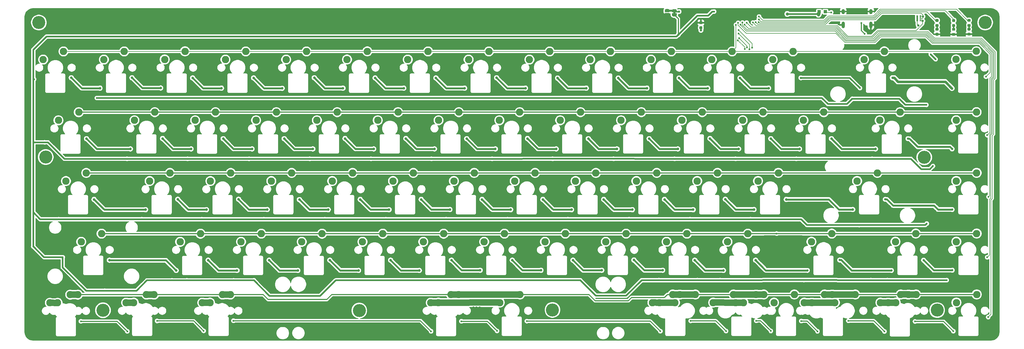
<source format=gtl>
G04 #@! TF.GenerationSoftware,KiCad,Pcbnew,5.1.5*
G04 #@! TF.CreationDate,2020-04-09T00:31:27+02:00*
G04 #@! TF.ProjectId,FullKeyboardV1,46756c6c-4b65-4796-926f-61726456312e,rev?*
G04 #@! TF.SameCoordinates,Original*
G04 #@! TF.FileFunction,Copper,L1,Top*
G04 #@! TF.FilePolarity,Positive*
%FSLAX46Y46*%
G04 Gerber Fmt 4.6, Leading zero omitted, Abs format (unit mm)*
G04 Created by KiCad (PCBNEW 5.1.5) date 2020-04-09 00:31:27*
%MOMM*%
%LPD*%
G04 APERTURE LIST*
%ADD10C,2.000000*%
%ADD11C,0.100000*%
%ADD12C,2.286000*%
%ADD13R,1.000000X1.000000*%
%ADD14R,0.500000X0.320000*%
%ADD15O,1.000000X2.100000*%
%ADD16O,1.000000X1.600000*%
%ADD17C,0.600000*%
%ADD18C,4.064000*%
%ADD19C,0.800000*%
%ADD20C,0.700000*%
%ADD21C,1.000000*%
%ADD22C,0.800000*%
%ADD23C,0.400000*%
%ADD24C,0.600000*%
%ADD25C,0.200000*%
%ADD26C,0.300000*%
%ADD27C,0.500000*%
G04 APERTURE END LIST*
D10*
X267925000Y-137790000D02*
X272700000Y-137840000D01*
X261550000Y-140365000D02*
X266350000Y-140365000D01*
X246475000Y-137840000D02*
X253650000Y-137815000D01*
X240150000Y-140390000D02*
X247325000Y-140365000D01*
X215650000Y-137865000D02*
X222675000Y-137865000D01*
X209250000Y-140340000D02*
X216350000Y-140390000D01*
X198900000Y-137815000D02*
X203700000Y-137815000D01*
X192550000Y-140390000D02*
X197350000Y-140365000D01*
X123500000Y-140365000D02*
X142650000Y-140315000D01*
X129800000Y-137815000D02*
X148975000Y-137815000D01*
X25925000Y-140390000D02*
X28300000Y-140415000D01*
X8450000Y-137865000D02*
X10875000Y-137865000D01*
X2100000Y-140415000D02*
X4500000Y-140440000D01*
X32225000Y-137865000D02*
X34650000Y-137865000D01*
X56075000Y-137865000D02*
X58500000Y-137865000D01*
X49685000Y-140385000D02*
X52110000Y-140385000D01*
X127425000Y-137865000D02*
X129850000Y-137865000D01*
X121100000Y-140365000D02*
X123525000Y-140365000D01*
X190325000Y-140340000D02*
X192550000Y-140415000D01*
X196650000Y-137815000D02*
X198875000Y-137890000D01*
X216345000Y-140390000D02*
X218775000Y-140390000D01*
X222670000Y-137840000D02*
X225100000Y-137840000D01*
X237750000Y-140390000D02*
X240180000Y-140390000D01*
X244095000Y-137865000D02*
X246525000Y-137865000D01*
D11*
G36*
X196880000Y-49480000D02*
G01*
X196880000Y-49980000D01*
X197480000Y-49980000D01*
X197480000Y-49480000D01*
X196880000Y-49480000D01*
G37*
D12*
X47490000Y-83360000D03*
X53840000Y-80820000D03*
X90310000Y-102350000D03*
X96660000Y-99810000D03*
X129815000Y-137835000D03*
X123465000Y-140375000D03*
X148955000Y-137825000D03*
X142625000Y-140365000D03*
X127445000Y-137850000D03*
X121095000Y-140390000D03*
X8470000Y-137875000D03*
X2120000Y-140415000D03*
X25920000Y-140390000D03*
X32270000Y-137850000D03*
X49720000Y-140390000D03*
X56070000Y-137850000D03*
X34660000Y-137845000D03*
X28310000Y-140385000D03*
X52110000Y-140385000D03*
X58460000Y-137845000D03*
X10850000Y-137875000D03*
X4500000Y-140415000D03*
X246495000Y-137850000D03*
X240145000Y-140390000D03*
X234670000Y-137825000D03*
X228320000Y-140365000D03*
X222695000Y-137850000D03*
X196670000Y-137825000D03*
X198895000Y-137850000D03*
X209320000Y-140365000D03*
X215670000Y-137825000D03*
X190320000Y-140365000D03*
X192545000Y-140390000D03*
X216345000Y-140390000D03*
X263945000Y-140390000D03*
X270295000Y-137850000D03*
X266320000Y-140365000D03*
X272670000Y-137825000D03*
X253670000Y-137825000D03*
X247320000Y-140365000D03*
X203720000Y-137825000D03*
X197370000Y-140365000D03*
X225120000Y-137825000D03*
X218770000Y-140365000D03*
X237770000Y-140365000D03*
X244120000Y-137825000D03*
X267920000Y-137825000D03*
X261570000Y-140365000D03*
X254262000Y-102340000D03*
X260612000Y-99800000D03*
X142520000Y-83350000D03*
X148870000Y-80810000D03*
D13*
X242400000Y-49410000D03*
X244340000Y-49410000D03*
D14*
X273040000Y-50700000D03*
X273040000Y-51200000D03*
X273040000Y-52200000D03*
X273040000Y-51700000D03*
X274040000Y-50700000D03*
X274040000Y-51700000D03*
X274040000Y-51200000D03*
X274040000Y-52200000D03*
D12*
X285285000Y-140360000D03*
X291635000Y-137820000D03*
X285270000Y-121320000D03*
X291620000Y-118780000D03*
X285250000Y-102345000D03*
X291600000Y-99805000D03*
X285225000Y-83345000D03*
X291575000Y-80805000D03*
X285175000Y-64320000D03*
X291525000Y-61780000D03*
X261345000Y-83370000D03*
X267695000Y-80830000D03*
X240010000Y-121335000D03*
X246360000Y-118795000D03*
X266250000Y-121320000D03*
X272600000Y-118780000D03*
X237520000Y-83360000D03*
X243870000Y-80820000D03*
X227880000Y-64360000D03*
X234230000Y-61820000D03*
X213770000Y-121345000D03*
X220120000Y-118805000D03*
X223320000Y-102340000D03*
X229670000Y-99800000D03*
X218520000Y-83360000D03*
X224870000Y-80820000D03*
X194770000Y-121340000D03*
X201120000Y-118800000D03*
X204320000Y-102350000D03*
X210670000Y-99810000D03*
X199520000Y-83350000D03*
X205870000Y-80810000D03*
X189870000Y-64360000D03*
X196220000Y-61820000D03*
X175770000Y-121340000D03*
X182120000Y-118800000D03*
X185320000Y-102350000D03*
X191670000Y-99810000D03*
X180520000Y-83350000D03*
X186870000Y-80810000D03*
X170890000Y-64360000D03*
X177240000Y-61820000D03*
X156770000Y-121350000D03*
X163120000Y-118810000D03*
X166320000Y-102360000D03*
X172670000Y-99820000D03*
X161520000Y-83350000D03*
X167870000Y-80810000D03*
X151910000Y-64360000D03*
X158260000Y-61820000D03*
X137770000Y-121350000D03*
X144120000Y-118810000D03*
X147320000Y-102350000D03*
X153670000Y-99810000D03*
X132910000Y-64360000D03*
X139260000Y-61820000D03*
X118760000Y-121360000D03*
X125110000Y-118820000D03*
X128320000Y-102350000D03*
X134670000Y-99810000D03*
X123520000Y-83350000D03*
X129870000Y-80810000D03*
X113910000Y-64360000D03*
X120260000Y-61820000D03*
X99760000Y-121360000D03*
X106110000Y-118820000D03*
X109310000Y-102350000D03*
X115660000Y-99810000D03*
X104520000Y-83350000D03*
X110870000Y-80810000D03*
X94920000Y-64350000D03*
X101270000Y-61810000D03*
X80790000Y-121360000D03*
X87140000Y-118820000D03*
X85520000Y-83350000D03*
X91870000Y-80810000D03*
X61820000Y-121350000D03*
X68170000Y-118810000D03*
X71290000Y-102350000D03*
X77640000Y-99810000D03*
X66520000Y-83350000D03*
X72870000Y-80810000D03*
X56960000Y-64360000D03*
X63310000Y-61820000D03*
X52260000Y-102360000D03*
X58610000Y-99820000D03*
X37970000Y-64340000D03*
X44320000Y-61800000D03*
X33270000Y-102350000D03*
X39620000Y-99810000D03*
X28520000Y-83350000D03*
X34870000Y-80810000D03*
X18990000Y-64360000D03*
X25340000Y-61820000D03*
X11898000Y-121345000D03*
X18248000Y-118805000D03*
X7130000Y-102360000D03*
X13480000Y-99820000D03*
X4790000Y-83360000D03*
X11140000Y-80820000D03*
X30000Y-64370000D03*
X6380000Y-61830000D03*
G04 #@! TA.AperFunction,SMDPad,CuDef*
D11*
G36*
X289502691Y-53241053D02*
G01*
X289523926Y-53244203D01*
X289544750Y-53249419D01*
X289564962Y-53256651D01*
X289584368Y-53265830D01*
X289602781Y-53276866D01*
X289620024Y-53289654D01*
X289635930Y-53304070D01*
X289650346Y-53319976D01*
X289663134Y-53337219D01*
X289674170Y-53355632D01*
X289683349Y-53375038D01*
X289690581Y-53395250D01*
X289695797Y-53416074D01*
X289698947Y-53437309D01*
X289700000Y-53458750D01*
X289700000Y-53896250D01*
X289698947Y-53917691D01*
X289695797Y-53938926D01*
X289690581Y-53959750D01*
X289683349Y-53979962D01*
X289674170Y-53999368D01*
X289663134Y-54017781D01*
X289650346Y-54035024D01*
X289635930Y-54050930D01*
X289620024Y-54065346D01*
X289602781Y-54078134D01*
X289584368Y-54089170D01*
X289564962Y-54098349D01*
X289544750Y-54105581D01*
X289523926Y-54110797D01*
X289502691Y-54113947D01*
X289481250Y-54115000D01*
X288968750Y-54115000D01*
X288947309Y-54113947D01*
X288926074Y-54110797D01*
X288905250Y-54105581D01*
X288885038Y-54098349D01*
X288865632Y-54089170D01*
X288847219Y-54078134D01*
X288829976Y-54065346D01*
X288814070Y-54050930D01*
X288799654Y-54035024D01*
X288786866Y-54017781D01*
X288775830Y-53999368D01*
X288766651Y-53979962D01*
X288759419Y-53959750D01*
X288754203Y-53938926D01*
X288751053Y-53917691D01*
X288750000Y-53896250D01*
X288750000Y-53458750D01*
X288751053Y-53437309D01*
X288754203Y-53416074D01*
X288759419Y-53395250D01*
X288766651Y-53375038D01*
X288775830Y-53355632D01*
X288786866Y-53337219D01*
X288799654Y-53319976D01*
X288814070Y-53304070D01*
X288829976Y-53289654D01*
X288847219Y-53276866D01*
X288865632Y-53265830D01*
X288885038Y-53256651D01*
X288905250Y-53249419D01*
X288926074Y-53244203D01*
X288947309Y-53241053D01*
X288968750Y-53240000D01*
X289481250Y-53240000D01*
X289502691Y-53241053D01*
G37*
G04 #@! TD.AperFunction*
G04 #@! TA.AperFunction,SMDPad,CuDef*
G36*
X289502691Y-51666053D02*
G01*
X289523926Y-51669203D01*
X289544750Y-51674419D01*
X289564962Y-51681651D01*
X289584368Y-51690830D01*
X289602781Y-51701866D01*
X289620024Y-51714654D01*
X289635930Y-51729070D01*
X289650346Y-51744976D01*
X289663134Y-51762219D01*
X289674170Y-51780632D01*
X289683349Y-51800038D01*
X289690581Y-51820250D01*
X289695797Y-51841074D01*
X289698947Y-51862309D01*
X289700000Y-51883750D01*
X289700000Y-52321250D01*
X289698947Y-52342691D01*
X289695797Y-52363926D01*
X289690581Y-52384750D01*
X289683349Y-52404962D01*
X289674170Y-52424368D01*
X289663134Y-52442781D01*
X289650346Y-52460024D01*
X289635930Y-52475930D01*
X289620024Y-52490346D01*
X289602781Y-52503134D01*
X289584368Y-52514170D01*
X289564962Y-52523349D01*
X289544750Y-52530581D01*
X289523926Y-52535797D01*
X289502691Y-52538947D01*
X289481250Y-52540000D01*
X288968750Y-52540000D01*
X288947309Y-52538947D01*
X288926074Y-52535797D01*
X288905250Y-52530581D01*
X288885038Y-52523349D01*
X288865632Y-52514170D01*
X288847219Y-52503134D01*
X288829976Y-52490346D01*
X288814070Y-52475930D01*
X288799654Y-52460024D01*
X288786866Y-52442781D01*
X288775830Y-52424368D01*
X288766651Y-52404962D01*
X288759419Y-52384750D01*
X288754203Y-52363926D01*
X288751053Y-52342691D01*
X288750000Y-52321250D01*
X288750000Y-51883750D01*
X288751053Y-51862309D01*
X288754203Y-51841074D01*
X288759419Y-51820250D01*
X288766651Y-51800038D01*
X288775830Y-51780632D01*
X288786866Y-51762219D01*
X288799654Y-51744976D01*
X288814070Y-51729070D01*
X288829976Y-51714654D01*
X288847219Y-51701866D01*
X288865632Y-51690830D01*
X288885038Y-51681651D01*
X288905250Y-51674419D01*
X288926074Y-51669203D01*
X288947309Y-51666053D01*
X288968750Y-51665000D01*
X289481250Y-51665000D01*
X289502691Y-51666053D01*
G37*
G04 #@! TD.AperFunction*
G04 #@! TA.AperFunction,SMDPad,CuDef*
G36*
X284677691Y-53291053D02*
G01*
X284698926Y-53294203D01*
X284719750Y-53299419D01*
X284739962Y-53306651D01*
X284759368Y-53315830D01*
X284777781Y-53326866D01*
X284795024Y-53339654D01*
X284810930Y-53354070D01*
X284825346Y-53369976D01*
X284838134Y-53387219D01*
X284849170Y-53405632D01*
X284858349Y-53425038D01*
X284865581Y-53445250D01*
X284870797Y-53466074D01*
X284873947Y-53487309D01*
X284875000Y-53508750D01*
X284875000Y-53946250D01*
X284873947Y-53967691D01*
X284870797Y-53988926D01*
X284865581Y-54009750D01*
X284858349Y-54029962D01*
X284849170Y-54049368D01*
X284838134Y-54067781D01*
X284825346Y-54085024D01*
X284810930Y-54100930D01*
X284795024Y-54115346D01*
X284777781Y-54128134D01*
X284759368Y-54139170D01*
X284739962Y-54148349D01*
X284719750Y-54155581D01*
X284698926Y-54160797D01*
X284677691Y-54163947D01*
X284656250Y-54165000D01*
X284143750Y-54165000D01*
X284122309Y-54163947D01*
X284101074Y-54160797D01*
X284080250Y-54155581D01*
X284060038Y-54148349D01*
X284040632Y-54139170D01*
X284022219Y-54128134D01*
X284004976Y-54115346D01*
X283989070Y-54100930D01*
X283974654Y-54085024D01*
X283961866Y-54067781D01*
X283950830Y-54049368D01*
X283941651Y-54029962D01*
X283934419Y-54009750D01*
X283929203Y-53988926D01*
X283926053Y-53967691D01*
X283925000Y-53946250D01*
X283925000Y-53508750D01*
X283926053Y-53487309D01*
X283929203Y-53466074D01*
X283934419Y-53445250D01*
X283941651Y-53425038D01*
X283950830Y-53405632D01*
X283961866Y-53387219D01*
X283974654Y-53369976D01*
X283989070Y-53354070D01*
X284004976Y-53339654D01*
X284022219Y-53326866D01*
X284040632Y-53315830D01*
X284060038Y-53306651D01*
X284080250Y-53299419D01*
X284101074Y-53294203D01*
X284122309Y-53291053D01*
X284143750Y-53290000D01*
X284656250Y-53290000D01*
X284677691Y-53291053D01*
G37*
G04 #@! TD.AperFunction*
G04 #@! TA.AperFunction,SMDPad,CuDef*
G36*
X284677691Y-51716053D02*
G01*
X284698926Y-51719203D01*
X284719750Y-51724419D01*
X284739962Y-51731651D01*
X284759368Y-51740830D01*
X284777781Y-51751866D01*
X284795024Y-51764654D01*
X284810930Y-51779070D01*
X284825346Y-51794976D01*
X284838134Y-51812219D01*
X284849170Y-51830632D01*
X284858349Y-51850038D01*
X284865581Y-51870250D01*
X284870797Y-51891074D01*
X284873947Y-51912309D01*
X284875000Y-51933750D01*
X284875000Y-52371250D01*
X284873947Y-52392691D01*
X284870797Y-52413926D01*
X284865581Y-52434750D01*
X284858349Y-52454962D01*
X284849170Y-52474368D01*
X284838134Y-52492781D01*
X284825346Y-52510024D01*
X284810930Y-52525930D01*
X284795024Y-52540346D01*
X284777781Y-52553134D01*
X284759368Y-52564170D01*
X284739962Y-52573349D01*
X284719750Y-52580581D01*
X284698926Y-52585797D01*
X284677691Y-52588947D01*
X284656250Y-52590000D01*
X284143750Y-52590000D01*
X284122309Y-52588947D01*
X284101074Y-52585797D01*
X284080250Y-52580581D01*
X284060038Y-52573349D01*
X284040632Y-52564170D01*
X284022219Y-52553134D01*
X284004976Y-52540346D01*
X283989070Y-52525930D01*
X283974654Y-52510024D01*
X283961866Y-52492781D01*
X283950830Y-52474368D01*
X283941651Y-52454962D01*
X283934419Y-52434750D01*
X283929203Y-52413926D01*
X283926053Y-52392691D01*
X283925000Y-52371250D01*
X283925000Y-51933750D01*
X283926053Y-51912309D01*
X283929203Y-51891074D01*
X283934419Y-51870250D01*
X283941651Y-51850038D01*
X283950830Y-51830632D01*
X283961866Y-51812219D01*
X283974654Y-51794976D01*
X283989070Y-51779070D01*
X284004976Y-51764654D01*
X284022219Y-51751866D01*
X284040632Y-51740830D01*
X284060038Y-51731651D01*
X284080250Y-51724419D01*
X284101074Y-51719203D01*
X284122309Y-51716053D01*
X284143750Y-51715000D01*
X284656250Y-51715000D01*
X284677691Y-51716053D01*
G37*
G04 #@! TD.AperFunction*
G04 #@! TA.AperFunction,SMDPad,CuDef*
G36*
X279502691Y-53266053D02*
G01*
X279523926Y-53269203D01*
X279544750Y-53274419D01*
X279564962Y-53281651D01*
X279584368Y-53290830D01*
X279602781Y-53301866D01*
X279620024Y-53314654D01*
X279635930Y-53329070D01*
X279650346Y-53344976D01*
X279663134Y-53362219D01*
X279674170Y-53380632D01*
X279683349Y-53400038D01*
X279690581Y-53420250D01*
X279695797Y-53441074D01*
X279698947Y-53462309D01*
X279700000Y-53483750D01*
X279700000Y-53921250D01*
X279698947Y-53942691D01*
X279695797Y-53963926D01*
X279690581Y-53984750D01*
X279683349Y-54004962D01*
X279674170Y-54024368D01*
X279663134Y-54042781D01*
X279650346Y-54060024D01*
X279635930Y-54075930D01*
X279620024Y-54090346D01*
X279602781Y-54103134D01*
X279584368Y-54114170D01*
X279564962Y-54123349D01*
X279544750Y-54130581D01*
X279523926Y-54135797D01*
X279502691Y-54138947D01*
X279481250Y-54140000D01*
X278968750Y-54140000D01*
X278947309Y-54138947D01*
X278926074Y-54135797D01*
X278905250Y-54130581D01*
X278885038Y-54123349D01*
X278865632Y-54114170D01*
X278847219Y-54103134D01*
X278829976Y-54090346D01*
X278814070Y-54075930D01*
X278799654Y-54060024D01*
X278786866Y-54042781D01*
X278775830Y-54024368D01*
X278766651Y-54004962D01*
X278759419Y-53984750D01*
X278754203Y-53963926D01*
X278751053Y-53942691D01*
X278750000Y-53921250D01*
X278750000Y-53483750D01*
X278751053Y-53462309D01*
X278754203Y-53441074D01*
X278759419Y-53420250D01*
X278766651Y-53400038D01*
X278775830Y-53380632D01*
X278786866Y-53362219D01*
X278799654Y-53344976D01*
X278814070Y-53329070D01*
X278829976Y-53314654D01*
X278847219Y-53301866D01*
X278865632Y-53290830D01*
X278885038Y-53281651D01*
X278905250Y-53274419D01*
X278926074Y-53269203D01*
X278947309Y-53266053D01*
X278968750Y-53265000D01*
X279481250Y-53265000D01*
X279502691Y-53266053D01*
G37*
G04 #@! TD.AperFunction*
G04 #@! TA.AperFunction,SMDPad,CuDef*
G36*
X279502691Y-51691053D02*
G01*
X279523926Y-51694203D01*
X279544750Y-51699419D01*
X279564962Y-51706651D01*
X279584368Y-51715830D01*
X279602781Y-51726866D01*
X279620024Y-51739654D01*
X279635930Y-51754070D01*
X279650346Y-51769976D01*
X279663134Y-51787219D01*
X279674170Y-51805632D01*
X279683349Y-51825038D01*
X279690581Y-51845250D01*
X279695797Y-51866074D01*
X279698947Y-51887309D01*
X279700000Y-51908750D01*
X279700000Y-52346250D01*
X279698947Y-52367691D01*
X279695797Y-52388926D01*
X279690581Y-52409750D01*
X279683349Y-52429962D01*
X279674170Y-52449368D01*
X279663134Y-52467781D01*
X279650346Y-52485024D01*
X279635930Y-52500930D01*
X279620024Y-52515346D01*
X279602781Y-52528134D01*
X279584368Y-52539170D01*
X279564962Y-52548349D01*
X279544750Y-52555581D01*
X279523926Y-52560797D01*
X279502691Y-52563947D01*
X279481250Y-52565000D01*
X278968750Y-52565000D01*
X278947309Y-52563947D01*
X278926074Y-52560797D01*
X278905250Y-52555581D01*
X278885038Y-52548349D01*
X278865632Y-52539170D01*
X278847219Y-52528134D01*
X278829976Y-52515346D01*
X278814070Y-52500930D01*
X278799654Y-52485024D01*
X278786866Y-52467781D01*
X278775830Y-52449368D01*
X278766651Y-52429962D01*
X278759419Y-52409750D01*
X278754203Y-52388926D01*
X278751053Y-52367691D01*
X278750000Y-52346250D01*
X278750000Y-51908750D01*
X278751053Y-51887309D01*
X278754203Y-51866074D01*
X278759419Y-51845250D01*
X278766651Y-51825038D01*
X278775830Y-51805632D01*
X278786866Y-51787219D01*
X278799654Y-51769976D01*
X278814070Y-51754070D01*
X278829976Y-51739654D01*
X278847219Y-51726866D01*
X278865632Y-51715830D01*
X278885038Y-51706651D01*
X278905250Y-51699419D01*
X278926074Y-51694203D01*
X278947309Y-51691053D01*
X278968750Y-51690000D01*
X279481250Y-51690000D01*
X279502691Y-51691053D01*
G37*
G04 #@! TD.AperFunction*
D15*
X258590000Y-53530000D03*
X249950000Y-53530000D03*
D16*
X249950000Y-49350000D03*
X258590000Y-49350000D03*
G04 #@! TA.AperFunction,SMDPad,CuDef*
D11*
G36*
X289502691Y-54416053D02*
G01*
X289523926Y-54419203D01*
X289544750Y-54424419D01*
X289564962Y-54431651D01*
X289584368Y-54440830D01*
X289602781Y-54451866D01*
X289620024Y-54464654D01*
X289635930Y-54479070D01*
X289650346Y-54494976D01*
X289663134Y-54512219D01*
X289674170Y-54530632D01*
X289683349Y-54550038D01*
X289690581Y-54570250D01*
X289695797Y-54591074D01*
X289698947Y-54612309D01*
X289700000Y-54633750D01*
X289700000Y-55071250D01*
X289698947Y-55092691D01*
X289695797Y-55113926D01*
X289690581Y-55134750D01*
X289683349Y-55154962D01*
X289674170Y-55174368D01*
X289663134Y-55192781D01*
X289650346Y-55210024D01*
X289635930Y-55225930D01*
X289620024Y-55240346D01*
X289602781Y-55253134D01*
X289584368Y-55264170D01*
X289564962Y-55273349D01*
X289544750Y-55280581D01*
X289523926Y-55285797D01*
X289502691Y-55288947D01*
X289481250Y-55290000D01*
X288968750Y-55290000D01*
X288947309Y-55288947D01*
X288926074Y-55285797D01*
X288905250Y-55280581D01*
X288885038Y-55273349D01*
X288865632Y-55264170D01*
X288847219Y-55253134D01*
X288829976Y-55240346D01*
X288814070Y-55225930D01*
X288799654Y-55210024D01*
X288786866Y-55192781D01*
X288775830Y-55174368D01*
X288766651Y-55154962D01*
X288759419Y-55134750D01*
X288754203Y-55113926D01*
X288751053Y-55092691D01*
X288750000Y-55071250D01*
X288750000Y-54633750D01*
X288751053Y-54612309D01*
X288754203Y-54591074D01*
X288759419Y-54570250D01*
X288766651Y-54550038D01*
X288775830Y-54530632D01*
X288786866Y-54512219D01*
X288799654Y-54494976D01*
X288814070Y-54479070D01*
X288829976Y-54464654D01*
X288847219Y-54451866D01*
X288865632Y-54440830D01*
X288885038Y-54431651D01*
X288905250Y-54424419D01*
X288926074Y-54419203D01*
X288947309Y-54416053D01*
X288968750Y-54415000D01*
X289481250Y-54415000D01*
X289502691Y-54416053D01*
G37*
G04 #@! TD.AperFunction*
G04 #@! TA.AperFunction,SMDPad,CuDef*
G36*
X289502691Y-55991053D02*
G01*
X289523926Y-55994203D01*
X289544750Y-55999419D01*
X289564962Y-56006651D01*
X289584368Y-56015830D01*
X289602781Y-56026866D01*
X289620024Y-56039654D01*
X289635930Y-56054070D01*
X289650346Y-56069976D01*
X289663134Y-56087219D01*
X289674170Y-56105632D01*
X289683349Y-56125038D01*
X289690581Y-56145250D01*
X289695797Y-56166074D01*
X289698947Y-56187309D01*
X289700000Y-56208750D01*
X289700000Y-56646250D01*
X289698947Y-56667691D01*
X289695797Y-56688926D01*
X289690581Y-56709750D01*
X289683349Y-56729962D01*
X289674170Y-56749368D01*
X289663134Y-56767781D01*
X289650346Y-56785024D01*
X289635930Y-56800930D01*
X289620024Y-56815346D01*
X289602781Y-56828134D01*
X289584368Y-56839170D01*
X289564962Y-56848349D01*
X289544750Y-56855581D01*
X289523926Y-56860797D01*
X289502691Y-56863947D01*
X289481250Y-56865000D01*
X288968750Y-56865000D01*
X288947309Y-56863947D01*
X288926074Y-56860797D01*
X288905250Y-56855581D01*
X288885038Y-56848349D01*
X288865632Y-56839170D01*
X288847219Y-56828134D01*
X288829976Y-56815346D01*
X288814070Y-56800930D01*
X288799654Y-56785024D01*
X288786866Y-56767781D01*
X288775830Y-56749368D01*
X288766651Y-56729962D01*
X288759419Y-56709750D01*
X288754203Y-56688926D01*
X288751053Y-56667691D01*
X288750000Y-56646250D01*
X288750000Y-56208750D01*
X288751053Y-56187309D01*
X288754203Y-56166074D01*
X288759419Y-56145250D01*
X288766651Y-56125038D01*
X288775830Y-56105632D01*
X288786866Y-56087219D01*
X288799654Y-56069976D01*
X288814070Y-56054070D01*
X288829976Y-56039654D01*
X288847219Y-56026866D01*
X288865632Y-56015830D01*
X288885038Y-56006651D01*
X288905250Y-55999419D01*
X288926074Y-55994203D01*
X288947309Y-55991053D01*
X288968750Y-55990000D01*
X289481250Y-55990000D01*
X289502691Y-55991053D01*
G37*
G04 #@! TD.AperFunction*
G04 #@! TA.AperFunction,SMDPad,CuDef*
G36*
X284677691Y-54465353D02*
G01*
X284698926Y-54468503D01*
X284719750Y-54473719D01*
X284739962Y-54480951D01*
X284759368Y-54490130D01*
X284777781Y-54501166D01*
X284795024Y-54513954D01*
X284810930Y-54528370D01*
X284825346Y-54544276D01*
X284838134Y-54561519D01*
X284849170Y-54579932D01*
X284858349Y-54599338D01*
X284865581Y-54619550D01*
X284870797Y-54640374D01*
X284873947Y-54661609D01*
X284875000Y-54683050D01*
X284875000Y-55120550D01*
X284873947Y-55141991D01*
X284870797Y-55163226D01*
X284865581Y-55184050D01*
X284858349Y-55204262D01*
X284849170Y-55223668D01*
X284838134Y-55242081D01*
X284825346Y-55259324D01*
X284810930Y-55275230D01*
X284795024Y-55289646D01*
X284777781Y-55302434D01*
X284759368Y-55313470D01*
X284739962Y-55322649D01*
X284719750Y-55329881D01*
X284698926Y-55335097D01*
X284677691Y-55338247D01*
X284656250Y-55339300D01*
X284143750Y-55339300D01*
X284122309Y-55338247D01*
X284101074Y-55335097D01*
X284080250Y-55329881D01*
X284060038Y-55322649D01*
X284040632Y-55313470D01*
X284022219Y-55302434D01*
X284004976Y-55289646D01*
X283989070Y-55275230D01*
X283974654Y-55259324D01*
X283961866Y-55242081D01*
X283950830Y-55223668D01*
X283941651Y-55204262D01*
X283934419Y-55184050D01*
X283929203Y-55163226D01*
X283926053Y-55141991D01*
X283925000Y-55120550D01*
X283925000Y-54683050D01*
X283926053Y-54661609D01*
X283929203Y-54640374D01*
X283934419Y-54619550D01*
X283941651Y-54599338D01*
X283950830Y-54579932D01*
X283961866Y-54561519D01*
X283974654Y-54544276D01*
X283989070Y-54528370D01*
X284004976Y-54513954D01*
X284022219Y-54501166D01*
X284040632Y-54490130D01*
X284060038Y-54480951D01*
X284080250Y-54473719D01*
X284101074Y-54468503D01*
X284122309Y-54465353D01*
X284143750Y-54464300D01*
X284656250Y-54464300D01*
X284677691Y-54465353D01*
G37*
G04 #@! TD.AperFunction*
G04 #@! TA.AperFunction,SMDPad,CuDef*
G36*
X284677691Y-56040353D02*
G01*
X284698926Y-56043503D01*
X284719750Y-56048719D01*
X284739962Y-56055951D01*
X284759368Y-56065130D01*
X284777781Y-56076166D01*
X284795024Y-56088954D01*
X284810930Y-56103370D01*
X284825346Y-56119276D01*
X284838134Y-56136519D01*
X284849170Y-56154932D01*
X284858349Y-56174338D01*
X284865581Y-56194550D01*
X284870797Y-56215374D01*
X284873947Y-56236609D01*
X284875000Y-56258050D01*
X284875000Y-56695550D01*
X284873947Y-56716991D01*
X284870797Y-56738226D01*
X284865581Y-56759050D01*
X284858349Y-56779262D01*
X284849170Y-56798668D01*
X284838134Y-56817081D01*
X284825346Y-56834324D01*
X284810930Y-56850230D01*
X284795024Y-56864646D01*
X284777781Y-56877434D01*
X284759368Y-56888470D01*
X284739962Y-56897649D01*
X284719750Y-56904881D01*
X284698926Y-56910097D01*
X284677691Y-56913247D01*
X284656250Y-56914300D01*
X284143750Y-56914300D01*
X284122309Y-56913247D01*
X284101074Y-56910097D01*
X284080250Y-56904881D01*
X284060038Y-56897649D01*
X284040632Y-56888470D01*
X284022219Y-56877434D01*
X284004976Y-56864646D01*
X283989070Y-56850230D01*
X283974654Y-56834324D01*
X283961866Y-56817081D01*
X283950830Y-56798668D01*
X283941651Y-56779262D01*
X283934419Y-56759050D01*
X283929203Y-56738226D01*
X283926053Y-56716991D01*
X283925000Y-56695550D01*
X283925000Y-56258050D01*
X283926053Y-56236609D01*
X283929203Y-56215374D01*
X283934419Y-56194550D01*
X283941651Y-56174338D01*
X283950830Y-56154932D01*
X283961866Y-56136519D01*
X283974654Y-56119276D01*
X283989070Y-56103370D01*
X284004976Y-56088954D01*
X284022219Y-56076166D01*
X284040632Y-56065130D01*
X284060038Y-56055951D01*
X284080250Y-56048719D01*
X284101074Y-56043503D01*
X284122309Y-56040353D01*
X284143750Y-56039300D01*
X284656250Y-56039300D01*
X284677691Y-56040353D01*
G37*
G04 #@! TD.AperFunction*
G04 #@! TA.AperFunction,SMDPad,CuDef*
G36*
X279502691Y-54441753D02*
G01*
X279523926Y-54444903D01*
X279544750Y-54450119D01*
X279564962Y-54457351D01*
X279584368Y-54466530D01*
X279602781Y-54477566D01*
X279620024Y-54490354D01*
X279635930Y-54504770D01*
X279650346Y-54520676D01*
X279663134Y-54537919D01*
X279674170Y-54556332D01*
X279683349Y-54575738D01*
X279690581Y-54595950D01*
X279695797Y-54616774D01*
X279698947Y-54638009D01*
X279700000Y-54659450D01*
X279700000Y-55096950D01*
X279698947Y-55118391D01*
X279695797Y-55139626D01*
X279690581Y-55160450D01*
X279683349Y-55180662D01*
X279674170Y-55200068D01*
X279663134Y-55218481D01*
X279650346Y-55235724D01*
X279635930Y-55251630D01*
X279620024Y-55266046D01*
X279602781Y-55278834D01*
X279584368Y-55289870D01*
X279564962Y-55299049D01*
X279544750Y-55306281D01*
X279523926Y-55311497D01*
X279502691Y-55314647D01*
X279481250Y-55315700D01*
X278968750Y-55315700D01*
X278947309Y-55314647D01*
X278926074Y-55311497D01*
X278905250Y-55306281D01*
X278885038Y-55299049D01*
X278865632Y-55289870D01*
X278847219Y-55278834D01*
X278829976Y-55266046D01*
X278814070Y-55251630D01*
X278799654Y-55235724D01*
X278786866Y-55218481D01*
X278775830Y-55200068D01*
X278766651Y-55180662D01*
X278759419Y-55160450D01*
X278754203Y-55139626D01*
X278751053Y-55118391D01*
X278750000Y-55096950D01*
X278750000Y-54659450D01*
X278751053Y-54638009D01*
X278754203Y-54616774D01*
X278759419Y-54595950D01*
X278766651Y-54575738D01*
X278775830Y-54556332D01*
X278786866Y-54537919D01*
X278799654Y-54520676D01*
X278814070Y-54504770D01*
X278829976Y-54490354D01*
X278847219Y-54477566D01*
X278865632Y-54466530D01*
X278885038Y-54457351D01*
X278905250Y-54450119D01*
X278926074Y-54444903D01*
X278947309Y-54441753D01*
X278968750Y-54440700D01*
X279481250Y-54440700D01*
X279502691Y-54441753D01*
G37*
G04 #@! TD.AperFunction*
G04 #@! TA.AperFunction,SMDPad,CuDef*
G36*
X279502691Y-56016753D02*
G01*
X279523926Y-56019903D01*
X279544750Y-56025119D01*
X279564962Y-56032351D01*
X279584368Y-56041530D01*
X279602781Y-56052566D01*
X279620024Y-56065354D01*
X279635930Y-56079770D01*
X279650346Y-56095676D01*
X279663134Y-56112919D01*
X279674170Y-56131332D01*
X279683349Y-56150738D01*
X279690581Y-56170950D01*
X279695797Y-56191774D01*
X279698947Y-56213009D01*
X279700000Y-56234450D01*
X279700000Y-56671950D01*
X279698947Y-56693391D01*
X279695797Y-56714626D01*
X279690581Y-56735450D01*
X279683349Y-56755662D01*
X279674170Y-56775068D01*
X279663134Y-56793481D01*
X279650346Y-56810724D01*
X279635930Y-56826630D01*
X279620024Y-56841046D01*
X279602781Y-56853834D01*
X279584368Y-56864870D01*
X279564962Y-56874049D01*
X279544750Y-56881281D01*
X279523926Y-56886497D01*
X279502691Y-56889647D01*
X279481250Y-56890700D01*
X278968750Y-56890700D01*
X278947309Y-56889647D01*
X278926074Y-56886497D01*
X278905250Y-56881281D01*
X278885038Y-56874049D01*
X278865632Y-56864870D01*
X278847219Y-56853834D01*
X278829976Y-56841046D01*
X278814070Y-56826630D01*
X278799654Y-56810724D01*
X278786866Y-56793481D01*
X278775830Y-56775068D01*
X278766651Y-56755662D01*
X278759419Y-56735450D01*
X278754203Y-56714626D01*
X278751053Y-56693391D01*
X278750000Y-56671950D01*
X278750000Y-56234450D01*
X278751053Y-56213009D01*
X278754203Y-56191774D01*
X278759419Y-56170950D01*
X278766651Y-56150738D01*
X278775830Y-56131332D01*
X278786866Y-56112919D01*
X278799654Y-56095676D01*
X278814070Y-56079770D01*
X278829976Y-56065354D01*
X278847219Y-56052566D01*
X278865632Y-56041530D01*
X278885038Y-56032351D01*
X278905250Y-56025119D01*
X278926074Y-56019903D01*
X278947309Y-56016753D01*
X278968750Y-56015700D01*
X279481250Y-56015700D01*
X279502691Y-56016753D01*
G37*
G04 #@! TD.AperFunction*
D12*
X256418000Y-64345000D03*
X262768000Y-61805000D03*
X208880000Y-64360000D03*
X215230000Y-61820000D03*
X75920000Y-64360000D03*
X82270000Y-61820000D03*
G04 #@! TA.AperFunction,SMDPad,CuDef*
D11*
G36*
X197930000Y-49880000D02*
G01*
X197930000Y-50380000D01*
X197929398Y-50380000D01*
X197929398Y-50404534D01*
X197924588Y-50453365D01*
X197915016Y-50501490D01*
X197900772Y-50548445D01*
X197881995Y-50593778D01*
X197858864Y-50637051D01*
X197831604Y-50677850D01*
X197800476Y-50715779D01*
X197765779Y-50750476D01*
X197727850Y-50781604D01*
X197687051Y-50808864D01*
X197643778Y-50831995D01*
X197598445Y-50850772D01*
X197551490Y-50865016D01*
X197503365Y-50874588D01*
X197454534Y-50879398D01*
X197430000Y-50879398D01*
X197430000Y-50880000D01*
X196930000Y-50880000D01*
X196930000Y-50879398D01*
X196905466Y-50879398D01*
X196856635Y-50874588D01*
X196808510Y-50865016D01*
X196761555Y-50850772D01*
X196716222Y-50831995D01*
X196672949Y-50808864D01*
X196632150Y-50781604D01*
X196594221Y-50750476D01*
X196559524Y-50715779D01*
X196528396Y-50677850D01*
X196501136Y-50637051D01*
X196478005Y-50593778D01*
X196459228Y-50548445D01*
X196444984Y-50501490D01*
X196435412Y-50453365D01*
X196430602Y-50404534D01*
X196430602Y-50380000D01*
X196430000Y-50380000D01*
X196430000Y-49880000D01*
X197930000Y-49880000D01*
G37*
G04 #@! TD.AperFunction*
G04 #@! TA.AperFunction,SMDPad,CuDef*
G36*
X196430602Y-49080000D02*
G01*
X196430602Y-49055466D01*
X196435412Y-49006635D01*
X196444984Y-48958510D01*
X196459228Y-48911555D01*
X196478005Y-48866222D01*
X196501136Y-48822949D01*
X196528396Y-48782150D01*
X196559524Y-48744221D01*
X196594221Y-48709524D01*
X196632150Y-48678396D01*
X196672949Y-48651136D01*
X196716222Y-48628005D01*
X196761555Y-48609228D01*
X196808510Y-48594984D01*
X196856635Y-48585412D01*
X196905466Y-48580602D01*
X196930000Y-48580602D01*
X196930000Y-48580000D01*
X197430000Y-48580000D01*
X197430000Y-48580602D01*
X197454534Y-48580602D01*
X197503365Y-48585412D01*
X197551490Y-48594984D01*
X197598445Y-48609228D01*
X197643778Y-48628005D01*
X197687051Y-48651136D01*
X197727850Y-48678396D01*
X197765779Y-48709524D01*
X197800476Y-48744221D01*
X197831604Y-48782150D01*
X197858864Y-48822949D01*
X197881995Y-48866222D01*
X197900772Y-48911555D01*
X197915016Y-48958510D01*
X197924588Y-49006635D01*
X197929398Y-49055466D01*
X197929398Y-49080000D01*
X197930000Y-49080000D01*
X197930000Y-49580000D01*
X196430000Y-49580000D01*
X196430000Y-49080000D01*
X196430602Y-49080000D01*
G37*
G04 #@! TD.AperFunction*
G04 #@! TA.AperFunction,SMDPad,CuDef*
G36*
X194190602Y-49030000D02*
G01*
X194190602Y-49005466D01*
X194195412Y-48956635D01*
X194204984Y-48908510D01*
X194219228Y-48861555D01*
X194238005Y-48816222D01*
X194261136Y-48772949D01*
X194288396Y-48732150D01*
X194319524Y-48694221D01*
X194354221Y-48659524D01*
X194392150Y-48628396D01*
X194432949Y-48601136D01*
X194476222Y-48578005D01*
X194521555Y-48559228D01*
X194568510Y-48544984D01*
X194616635Y-48535412D01*
X194665466Y-48530602D01*
X194690000Y-48530602D01*
X194690000Y-48530000D01*
X195190000Y-48530000D01*
X195190000Y-48530602D01*
X195214534Y-48530602D01*
X195263365Y-48535412D01*
X195311490Y-48544984D01*
X195358445Y-48559228D01*
X195403778Y-48578005D01*
X195447051Y-48601136D01*
X195487850Y-48628396D01*
X195525779Y-48659524D01*
X195560476Y-48694221D01*
X195591604Y-48732150D01*
X195618864Y-48772949D01*
X195641995Y-48816222D01*
X195660772Y-48861555D01*
X195675016Y-48908510D01*
X195684588Y-48956635D01*
X195689398Y-49005466D01*
X195689398Y-49030000D01*
X195690000Y-49030000D01*
X195690000Y-49530000D01*
X194190000Y-49530000D01*
X194190000Y-49030000D01*
X194190602Y-49030000D01*
G37*
G04 #@! TD.AperFunction*
G04 #@! TA.AperFunction,SMDPad,CuDef*
G36*
X195690000Y-49830000D02*
G01*
X195690000Y-50330000D01*
X195689398Y-50330000D01*
X195689398Y-50354534D01*
X195684588Y-50403365D01*
X195675016Y-50451490D01*
X195660772Y-50498445D01*
X195641995Y-50543778D01*
X195618864Y-50587051D01*
X195591604Y-50627850D01*
X195560476Y-50665779D01*
X195525779Y-50700476D01*
X195487850Y-50731604D01*
X195447051Y-50758864D01*
X195403778Y-50781995D01*
X195358445Y-50800772D01*
X195311490Y-50815016D01*
X195263365Y-50824588D01*
X195214534Y-50829398D01*
X195190000Y-50829398D01*
X195190000Y-50830000D01*
X194690000Y-50830000D01*
X194690000Y-50829398D01*
X194665466Y-50829398D01*
X194616635Y-50824588D01*
X194568510Y-50815016D01*
X194521555Y-50800772D01*
X194476222Y-50781995D01*
X194432949Y-50758864D01*
X194392150Y-50731604D01*
X194354221Y-50700476D01*
X194319524Y-50665779D01*
X194288396Y-50627850D01*
X194261136Y-50587051D01*
X194238005Y-50543778D01*
X194219228Y-50498445D01*
X194204984Y-50451490D01*
X194195412Y-50403365D01*
X194190602Y-50354534D01*
X194190602Y-50330000D01*
X194190000Y-50330000D01*
X194190000Y-49830000D01*
X195690000Y-49830000D01*
G37*
G04 #@! TD.AperFunction*
G04 #@! TA.AperFunction,SMDPad,CuDef*
G36*
X205747691Y-52396053D02*
G01*
X205768926Y-52399203D01*
X205789750Y-52404419D01*
X205809962Y-52411651D01*
X205829368Y-52420830D01*
X205847781Y-52431866D01*
X205865024Y-52444654D01*
X205880930Y-52459070D01*
X205895346Y-52474976D01*
X205908134Y-52492219D01*
X205919170Y-52510632D01*
X205928349Y-52530038D01*
X205935581Y-52550250D01*
X205940797Y-52571074D01*
X205943947Y-52592309D01*
X205945000Y-52613750D01*
X205945000Y-53051250D01*
X205943947Y-53072691D01*
X205940797Y-53093926D01*
X205935581Y-53114750D01*
X205928349Y-53134962D01*
X205919170Y-53154368D01*
X205908134Y-53172781D01*
X205895346Y-53190024D01*
X205880930Y-53205930D01*
X205865024Y-53220346D01*
X205847781Y-53233134D01*
X205829368Y-53244170D01*
X205809962Y-53253349D01*
X205789750Y-53260581D01*
X205768926Y-53265797D01*
X205747691Y-53268947D01*
X205726250Y-53270000D01*
X205213750Y-53270000D01*
X205192309Y-53268947D01*
X205171074Y-53265797D01*
X205150250Y-53260581D01*
X205130038Y-53253349D01*
X205110632Y-53244170D01*
X205092219Y-53233134D01*
X205074976Y-53220346D01*
X205059070Y-53205930D01*
X205044654Y-53190024D01*
X205031866Y-53172781D01*
X205020830Y-53154368D01*
X205011651Y-53134962D01*
X205004419Y-53114750D01*
X204999203Y-53093926D01*
X204996053Y-53072691D01*
X204995000Y-53051250D01*
X204995000Y-52613750D01*
X204996053Y-52592309D01*
X204999203Y-52571074D01*
X205004419Y-52550250D01*
X205011651Y-52530038D01*
X205020830Y-52510632D01*
X205031866Y-52492219D01*
X205044654Y-52474976D01*
X205059070Y-52459070D01*
X205074976Y-52444654D01*
X205092219Y-52431866D01*
X205110632Y-52420830D01*
X205130038Y-52411651D01*
X205150250Y-52404419D01*
X205171074Y-52399203D01*
X205192309Y-52396053D01*
X205213750Y-52395000D01*
X205726250Y-52395000D01*
X205747691Y-52396053D01*
G37*
G04 #@! TD.AperFunction*
G04 #@! TA.AperFunction,SMDPad,CuDef*
G36*
X205747691Y-53971053D02*
G01*
X205768926Y-53974203D01*
X205789750Y-53979419D01*
X205809962Y-53986651D01*
X205829368Y-53995830D01*
X205847781Y-54006866D01*
X205865024Y-54019654D01*
X205880930Y-54034070D01*
X205895346Y-54049976D01*
X205908134Y-54067219D01*
X205919170Y-54085632D01*
X205928349Y-54105038D01*
X205935581Y-54125250D01*
X205940797Y-54146074D01*
X205943947Y-54167309D01*
X205945000Y-54188750D01*
X205945000Y-54626250D01*
X205943947Y-54647691D01*
X205940797Y-54668926D01*
X205935581Y-54689750D01*
X205928349Y-54709962D01*
X205919170Y-54729368D01*
X205908134Y-54747781D01*
X205895346Y-54765024D01*
X205880930Y-54780930D01*
X205865024Y-54795346D01*
X205847781Y-54808134D01*
X205829368Y-54819170D01*
X205809962Y-54828349D01*
X205789750Y-54835581D01*
X205768926Y-54840797D01*
X205747691Y-54843947D01*
X205726250Y-54845000D01*
X205213750Y-54845000D01*
X205192309Y-54843947D01*
X205171074Y-54840797D01*
X205150250Y-54835581D01*
X205130038Y-54828349D01*
X205110632Y-54819170D01*
X205092219Y-54808134D01*
X205074976Y-54795346D01*
X205059070Y-54780930D01*
X205044654Y-54765024D01*
X205031866Y-54747781D01*
X205020830Y-54729368D01*
X205011651Y-54709962D01*
X205004419Y-54689750D01*
X204999203Y-54668926D01*
X204996053Y-54647691D01*
X204995000Y-54626250D01*
X204995000Y-54188750D01*
X204996053Y-54167309D01*
X204999203Y-54146074D01*
X205004419Y-54125250D01*
X205011651Y-54105038D01*
X205020830Y-54085632D01*
X205031866Y-54067219D01*
X205044654Y-54049976D01*
X205059070Y-54034070D01*
X205074976Y-54019654D01*
X205092219Y-54006866D01*
X205110632Y-53995830D01*
X205130038Y-53986651D01*
X205150250Y-53979419D01*
X205171074Y-53974203D01*
X205192309Y-53971053D01*
X205213750Y-53970000D01*
X205726250Y-53970000D01*
X205747691Y-53971053D01*
G37*
G04 #@! TD.AperFunction*
D12*
X42810000Y-121360000D03*
X49160000Y-118820000D03*
D17*
X221920000Y-97560000D03*
X220920000Y-97560000D03*
X222920000Y-97560000D03*
X212310000Y-78800000D03*
X213310000Y-78800000D03*
X211310000Y-78800000D03*
X192685000Y-60105000D03*
X190685000Y-60105000D03*
X191685000Y-60105000D03*
X181695000Y-60325000D03*
X182695000Y-60325000D03*
X180695000Y-60325000D03*
X63010000Y-58900000D03*
X61010000Y-58900000D03*
X62010000Y-58900000D03*
X82660000Y-58980000D03*
X80660000Y-58980000D03*
X81660000Y-58980000D03*
X101260000Y-58940000D03*
X100260000Y-58940000D03*
X99260000Y-58940000D03*
X118290000Y-59080000D03*
X120290000Y-59080000D03*
X119290000Y-59080000D03*
X139770000Y-59010000D03*
X137770000Y-59010000D03*
X138770000Y-59010000D03*
X159180000Y-59300000D03*
X158180000Y-59300000D03*
X157180000Y-59300000D03*
X187390000Y-56020000D03*
X188390000Y-56020000D03*
X186390000Y-56020000D03*
X293740000Y-149270000D03*
X11970000Y-149350000D03*
X35720000Y-149370000D03*
X130630000Y-149370000D03*
X151240000Y-149290000D03*
X202330000Y-149370000D03*
X210150000Y-149100000D03*
X222730000Y-149360000D03*
X236820000Y-149330000D03*
X251480000Y-149400000D03*
D18*
X159120000Y-142660000D03*
X98760000Y-142850000D03*
D17*
X230370000Y-51200000D03*
X228370000Y-51200000D03*
X229370000Y-51200000D03*
X229500000Y-49000000D03*
X282310000Y-51200000D03*
X282310000Y-53200000D03*
X282310000Y-52200000D03*
X271930000Y-67400000D03*
X272930000Y-68400000D03*
X272930000Y-67400000D03*
X271930000Y-68400000D03*
X271930000Y-66400000D03*
X272930000Y-66400000D03*
X270930000Y-67400000D03*
X270930000Y-68400000D03*
X270930000Y-66400000D03*
X248490000Y-53330000D03*
X255060000Y-49350000D03*
X254060000Y-49350000D03*
X253060000Y-49350000D03*
X250480000Y-68410000D03*
X250480000Y-66410000D03*
X250480000Y-67410000D03*
X207900000Y-49020000D03*
D18*
X279270000Y-142725000D03*
X18695000Y-142750000D03*
X-1330000Y-52800000D03*
D17*
X272360000Y-149490000D03*
X202971963Y-98358846D03*
X202971963Y-97358846D03*
X213501154Y-100891963D03*
X214501154Y-100891963D03*
X215501154Y-100891963D03*
X208655000Y-123410000D03*
X208655000Y-122410000D03*
X208655000Y-121410000D03*
X176342218Y-101463967D03*
X176342218Y-102463967D03*
X176342218Y-103463967D03*
X117809153Y-102814939D03*
X117102046Y-103522046D03*
X116394939Y-104229153D03*
X60839153Y-101744939D03*
X60132046Y-102452046D03*
X59424939Y-103159153D03*
X87994939Y-122389153D03*
X88702046Y-121682046D03*
X89409153Y-120974939D03*
X144864939Y-122239153D03*
X145572046Y-121532046D03*
X146279153Y-120824939D03*
X202174939Y-122089153D03*
X202882046Y-121382046D03*
X203589153Y-120674939D03*
X192294939Y-104239153D03*
X193002046Y-103532046D03*
X193709153Y-102824939D03*
X68415000Y-63760000D03*
X68415000Y-64760000D03*
X68415000Y-65760000D03*
X242780000Y-67010000D03*
X241780000Y-67010000D03*
X241780000Y-66010000D03*
X240780000Y-65010000D03*
X240780000Y-66010000D03*
X240780000Y-67010000D03*
X242780000Y-66010000D03*
X242780000Y-65010000D03*
X241780000Y-65010000D03*
X267530000Y-60650000D03*
X266530000Y-60650000D03*
X266530000Y-59650000D03*
X265530000Y-58650000D03*
X265530000Y-59650000D03*
X265530000Y-60650000D03*
X267530000Y-59650000D03*
X267530000Y-58650000D03*
X266530000Y-58650000D03*
X26440000Y-122020000D03*
X27440000Y-122020000D03*
X28440000Y-122020000D03*
X28440000Y-123020000D03*
X27440000Y-123020000D03*
X26440000Y-123020000D03*
X26440000Y-124020000D03*
X27440000Y-124020000D03*
X28440000Y-124020000D03*
X42600000Y-148995000D03*
X42600000Y-149995000D03*
X41600000Y-149995000D03*
X41600000Y-148995000D03*
X40600000Y-148995000D03*
X40600000Y-149995000D03*
X129736000Y-66322000D03*
X129736000Y-65322000D03*
X125096000Y-67612000D03*
X125096000Y-68612000D03*
X125096000Y-69612000D03*
X256200000Y-125700000D03*
X255200000Y-125700000D03*
X255200000Y-124700000D03*
X254200000Y-124700000D03*
X254200000Y-123700000D03*
X255200000Y-123700000D03*
X256200000Y-124700000D03*
X84435000Y-73285000D03*
X281385000Y-87360000D03*
X293600000Y-73300000D03*
X293710000Y-92320000D03*
X293610000Y-130230000D03*
X293710000Y-111320000D03*
X262635000Y-111235000D03*
X117710000Y-111310000D03*
X98685000Y-111285000D03*
X79660000Y-111235000D03*
X60710000Y-111260000D03*
X59410000Y-149270000D03*
X274610000Y-130260000D03*
X248385000Y-130335000D03*
X231710000Y-111260000D03*
X136685000Y-111260000D03*
X155610000Y-111285000D03*
X174685000Y-111285000D03*
X212685000Y-111285000D03*
X193760000Y-111285000D03*
X221860000Y-130285000D03*
X202810000Y-130210000D03*
X183885000Y-130235000D03*
X164885000Y-130235000D03*
X145885000Y-130260000D03*
X126835000Y-130285000D03*
X107835000Y-130285000D03*
X88935000Y-130310000D03*
X69985000Y-130285000D03*
X50960000Y-130285000D03*
X20160000Y-130290000D03*
X15435000Y-111260000D03*
X41335000Y-111210000D03*
X8210000Y-73360000D03*
X12860000Y-92335000D03*
X36735000Y-92285000D03*
X55535000Y-92335000D03*
X74610000Y-92335000D03*
X93535000Y-92235000D03*
X112460000Y-92335000D03*
X131485000Y-92285000D03*
X150535000Y-92285000D03*
X207560000Y-92285000D03*
X188460000Y-92385000D03*
X169610000Y-92235000D03*
X269260000Y-92235000D03*
X264410000Y-73235000D03*
X235710000Y-73285000D03*
X216760000Y-73335000D03*
X197660000Y-73210000D03*
X178760000Y-73210000D03*
X159710000Y-73235000D03*
X140585000Y-73335000D03*
X121660000Y-73335000D03*
X102635000Y-73385000D03*
X64860000Y-73335000D03*
X45785000Y-73285000D03*
X26810000Y-73285000D03*
X24930000Y-59095000D03*
X23930000Y-59095000D03*
X22930000Y-59095000D03*
X43595000Y-59325000D03*
X42595000Y-59325000D03*
X41595000Y-59325000D03*
X279185000Y-117460000D03*
X279185000Y-116660000D03*
X226840000Y-92280000D03*
X246090000Y-92350000D03*
X256025000Y-90150000D03*
X256025000Y-88150000D03*
X256025000Y-89150000D03*
X180030000Y-74830000D03*
X182030000Y-74830000D03*
X181030000Y-74830000D03*
X123710000Y-74710000D03*
X125710000Y-74710000D03*
X124710000Y-74710000D03*
X66935000Y-74720000D03*
X68935000Y-74720000D03*
X67935000Y-74720000D03*
X9915000Y-74720000D03*
X11915000Y-74720000D03*
X10915000Y-74720000D03*
X4580000Y-96925000D03*
X6580000Y-96925000D03*
X5580000Y-96925000D03*
X-1415000Y-109135000D03*
X-1415000Y-111135000D03*
X-1415000Y-110135000D03*
X-635000Y-139010000D03*
X-635000Y-141010000D03*
X-635000Y-140010000D03*
X7545000Y-134335000D03*
X6545000Y-135335000D03*
X5545000Y-136335000D03*
X231055000Y-124240000D03*
X230055000Y-124240000D03*
X230055000Y-125240000D03*
X231055000Y-125240000D03*
X232055000Y-125240000D03*
X232055000Y-124240000D03*
X232055000Y-123240000D03*
X231055000Y-123240000D03*
X230055000Y-123240000D03*
X268695000Y-104300000D03*
X267695000Y-104300000D03*
X267695000Y-105300000D03*
X268695000Y-105300000D03*
X269695000Y-105300000D03*
X269695000Y-104300000D03*
X252040000Y-86460000D03*
X251040000Y-86460000D03*
X251040000Y-87460000D03*
X252040000Y-87460000D03*
X275515000Y-85605000D03*
X274515000Y-85605000D03*
X274515000Y-86605000D03*
X275515000Y-86605000D03*
X276515000Y-86605000D03*
X276515000Y-85605000D03*
X276515000Y-84605000D03*
X275515000Y-84605000D03*
X274515000Y-84605000D03*
X265010000Y-52200000D03*
X264010000Y-52200000D03*
X264010000Y-53200000D03*
X265010000Y-53200000D03*
X266010000Y-53200000D03*
X266010000Y-52200000D03*
X266010000Y-51200000D03*
X265010000Y-51200000D03*
X264010000Y-51200000D03*
X2110000Y-61820000D03*
X1110000Y-61820000D03*
X2110000Y-62820000D03*
X3110000Y-62820000D03*
X3110000Y-61820000D03*
X3110000Y-60820000D03*
X2110000Y-60820000D03*
X1110000Y-60820000D03*
X520000Y-79915000D03*
X-480000Y-79915000D03*
X-480000Y-80915000D03*
X520000Y-80915000D03*
X1520000Y-80915000D03*
X1520000Y-79915000D03*
X1520000Y-78915000D03*
X520000Y-78915000D03*
X-480000Y-78915000D03*
X18110000Y-87535000D03*
X17110000Y-87535000D03*
X17110000Y-88535000D03*
X18110000Y-88535000D03*
X19110000Y-88535000D03*
X19110000Y-87535000D03*
X19110000Y-86535000D03*
X18110000Y-86535000D03*
X17110000Y-86535000D03*
X20690000Y-104450000D03*
X19690000Y-104450000D03*
X19690000Y-105450000D03*
X20690000Y-105450000D03*
X21690000Y-105450000D03*
X21690000Y-104450000D03*
X21690000Y-103450000D03*
X20690000Y-103450000D03*
X19690000Y-103450000D03*
X18120000Y-150570000D03*
X17120000Y-150570000D03*
X19120000Y-150570000D03*
X19120000Y-149570000D03*
X18120000Y-149570000D03*
X17120000Y-149570000D03*
X65935000Y-141335000D03*
X64935000Y-141335000D03*
X64935000Y-142335000D03*
X65935000Y-142335000D03*
X66935000Y-142335000D03*
X66935000Y-141335000D03*
X66935000Y-140335000D03*
X65935000Y-140335000D03*
X64935000Y-140335000D03*
X93490000Y-142765000D03*
X92490000Y-142765000D03*
X92490000Y-143765000D03*
X93490000Y-143765000D03*
X94490000Y-143765000D03*
X94490000Y-142765000D03*
X94490000Y-141765000D03*
X93490000Y-141765000D03*
X92490000Y-141765000D03*
X135405000Y-142810000D03*
X134405000Y-142810000D03*
X134405000Y-143810000D03*
X135405000Y-143810000D03*
X136405000Y-143810000D03*
X136405000Y-142810000D03*
X136405000Y-141810000D03*
X135405000Y-141810000D03*
X134405000Y-141810000D03*
X185510000Y-142710000D03*
X184510000Y-142710000D03*
X184510000Y-143710000D03*
X185510000Y-143710000D03*
X186510000Y-143710000D03*
X186510000Y-142710000D03*
X186510000Y-141710000D03*
X185510000Y-141710000D03*
X184510000Y-141710000D03*
X105710000Y-97860000D03*
X106710000Y-97860000D03*
X107710000Y-97860000D03*
X108710000Y-97860000D03*
X49920000Y-97935000D03*
X50920000Y-97935000D03*
X51920000Y-97935000D03*
X52920000Y-97935000D03*
X33815000Y-116640000D03*
X34815000Y-116640000D03*
X35815000Y-116640000D03*
X36815000Y-116640000D03*
X85535000Y-116230000D03*
X86535000Y-116230000D03*
X87535000Y-116230000D03*
X88535000Y-116230000D03*
X142605000Y-116060000D03*
X143605000Y-116060000D03*
X144605000Y-116060000D03*
X145605000Y-116060000D03*
X197955000Y-116735000D03*
X198955000Y-116735000D03*
X196950000Y-116750000D03*
X229665000Y-78520000D03*
X230665000Y-78520000D03*
X231665000Y-78520000D03*
X232665000Y-78520000D03*
X175860000Y-78510000D03*
X176860000Y-78510000D03*
X177860000Y-78510000D03*
X178860000Y-78510000D03*
X120710000Y-78610000D03*
X121710000Y-78610000D03*
X122710000Y-78610000D03*
X123710000Y-78610000D03*
X62760000Y-78760000D03*
X63760000Y-78760000D03*
X64760000Y-78760000D03*
X65760000Y-78760000D03*
D18*
X810000Y-94860000D03*
X275235000Y-94935000D03*
X294270000Y-52800000D03*
D17*
X224700000Y-50850000D03*
D19*
X8810000Y-70060000D03*
X17760000Y-73310000D03*
D17*
X246170000Y-49600000D03*
D19*
X27260000Y-92310000D03*
X13560000Y-89110000D03*
X32010000Y-111310000D03*
X15910000Y-108110000D03*
X41560000Y-130310000D03*
X20710000Y-127110000D03*
D17*
X284340000Y-149320000D03*
X272360000Y-146260000D03*
D19*
X36710000Y-73260000D03*
X27760000Y-70060000D03*
X46210000Y-92310000D03*
X37310000Y-89060000D03*
X51010000Y-111310000D03*
X42060000Y-108060000D03*
X55710000Y-73310000D03*
X46710000Y-70110000D03*
X65260000Y-92310000D03*
X56260000Y-89110000D03*
X70010000Y-111260000D03*
X61060000Y-108060000D03*
X60560000Y-130310000D03*
X51560000Y-127110000D03*
X74660000Y-73360000D03*
X65760000Y-70110000D03*
X84260000Y-92310000D03*
X75310000Y-89110000D03*
X89060000Y-111310000D03*
X80060000Y-108160000D03*
X79560000Y-130310000D03*
X70610000Y-127110000D03*
X93660000Y-73310000D03*
X84710000Y-70060000D03*
X103260000Y-92310000D03*
X94310000Y-89060000D03*
X108060000Y-111310000D03*
X99060000Y-108110000D03*
X98510000Y-130310000D03*
X89560000Y-127110000D03*
X112660000Y-73310000D03*
X103710000Y-70110000D03*
X122260000Y-92310000D03*
X113310000Y-89060000D03*
X127060000Y-111260000D03*
X118110000Y-108110000D03*
X117510000Y-130310000D03*
X108560000Y-127110000D03*
X131660000Y-73310000D03*
X122710000Y-70110000D03*
X141260000Y-92310000D03*
X132310000Y-89110000D03*
X146060000Y-111310000D03*
X137110000Y-108110000D03*
X136510000Y-130260000D03*
X127560000Y-127110000D03*
X150660000Y-73310000D03*
X141660000Y-70060000D03*
X160260000Y-92310000D03*
X151310000Y-89060000D03*
X156110000Y-108110000D03*
X165060000Y-111310000D03*
X155510000Y-130260000D03*
X146560000Y-127110000D03*
X169660000Y-73310000D03*
X160710000Y-70160000D03*
X179260000Y-92310000D03*
X170310000Y-89110000D03*
X184060000Y-111310000D03*
X175110000Y-108110000D03*
X174510000Y-130260000D03*
X165510000Y-127110000D03*
X188610000Y-73310000D03*
X179660000Y-70160000D03*
X198260000Y-92310000D03*
X189310000Y-89110000D03*
X203060000Y-111310000D03*
X194110000Y-108110000D03*
X193510000Y-130260000D03*
X184560000Y-127060000D03*
X207610000Y-73310000D03*
X198660000Y-70160000D03*
X217260000Y-92310000D03*
X208310000Y-89060000D03*
X222060000Y-111260000D03*
X213110000Y-108060000D03*
X212510000Y-130310000D03*
X203560000Y-127110000D03*
X226610000Y-73310000D03*
X217710000Y-70160000D03*
X236260000Y-92310000D03*
X227310000Y-89110000D03*
X252910000Y-111260000D03*
X232160000Y-108110000D03*
D20*
X238735000Y-130285000D03*
D19*
X222560000Y-127110000D03*
D20*
X236710000Y-70085000D03*
D17*
X255140000Y-73280000D03*
D19*
X260010000Y-92310000D03*
X246260000Y-89110000D03*
D20*
X273360000Y-53670000D03*
X198420000Y-56580000D03*
D21*
X242210000Y-50370000D03*
X232480000Y-50110000D03*
D17*
X209590000Y-49360000D03*
X282240000Y-133340000D03*
X6130000Y-126190000D03*
X44900000Y-133410000D03*
X19250000Y-136660000D03*
X108640000Y-133400000D03*
X139850000Y-133400000D03*
X180340000Y-138200000D03*
X204380000Y-133340000D03*
X258550000Y-133340000D03*
X276030000Y-115660000D03*
X4870002Y-114310000D03*
X30810000Y-114310000D03*
X49550000Y-114310000D03*
X68970000Y-114310000D03*
X87990000Y-114310000D03*
X107050000Y-114310000D03*
X125880000Y-114310000D03*
X145070000Y-114310000D03*
X163890000Y-114310000D03*
X183040000Y-114310000D03*
X202090000Y-114310000D03*
X220970000Y-114310000D03*
X254890000Y-116120000D03*
X277960000Y-97680000D03*
X460000Y-90240000D03*
X252760000Y-76630000D03*
X225560000Y-76390000D03*
X149710000Y-76390000D03*
X130300000Y-76390000D03*
X92690000Y-76390000D03*
X73600000Y-76390000D03*
X54710000Y-76390000D03*
X16790000Y-76390000D03*
X26220000Y-95400000D03*
X45120000Y-95400000D03*
X64340000Y-95400000D03*
X83250000Y-95400000D03*
X102410000Y-95400000D03*
X140240000Y-95400000D03*
X159140000Y-95390000D03*
X178174128Y-95395872D03*
X197250000Y-95400000D03*
X216290000Y-95400000D03*
X235290000Y-95400000D03*
X258930000Y-95400000D03*
X154570000Y-133400000D03*
X135350000Y-133400000D03*
X116480000Y-133400000D03*
X192350000Y-133340000D03*
X211490000Y-133340000D03*
X237650000Y-133300000D03*
X263750000Y-133340000D03*
X59500000Y-133410000D03*
X65830000Y-133400000D03*
X40230000Y-133410000D03*
X35700000Y-76390000D03*
X111670000Y-76390000D03*
X121260000Y-95400000D03*
X97290000Y-133400000D03*
X167800000Y-133400000D03*
X206560000Y-76390000D03*
X187360000Y-76390000D03*
X168580000Y-76390000D03*
X275890000Y-78520000D03*
X278800000Y-64270000D03*
X277280000Y-62750000D03*
X-3080000Y-122820000D03*
X-2800380Y-70530380D03*
X219760000Y-76390000D03*
D20*
X274778630Y-52282404D03*
D17*
X221740000Y-52770000D03*
D20*
X274838499Y-50900629D03*
D17*
X222600000Y-52680000D03*
D20*
X283985000Y-130235000D03*
X275035000Y-127085000D03*
X264985000Y-130310000D03*
X248810000Y-127060000D03*
X283910000Y-73385000D03*
X265335000Y-70060000D03*
X283935000Y-92310000D03*
X270135000Y-89110000D03*
X283935000Y-111260000D03*
X263060000Y-108085000D03*
D17*
X223480000Y-52650000D03*
X223560000Y-51810000D03*
X223640000Y-50940000D03*
X216430000Y-53500000D03*
X294930000Y-126190000D03*
X219150000Y-53440000D03*
X295310000Y-107290000D03*
X218470000Y-52800000D03*
X294910000Y-88000000D03*
X217820000Y-53430000D03*
X294510000Y-69720000D03*
X217120000Y-52860000D03*
X295220000Y-144910000D03*
X219770000Y-52810000D03*
X217030499Y-58344931D03*
X219190000Y-61100000D03*
X217270000Y-56230000D03*
X220640000Y-61110000D03*
X217260000Y-55160000D03*
X221460000Y-60600000D03*
X217460000Y-57670000D03*
X219900000Y-60590000D03*
X229110000Y-118790000D03*
X130640000Y-146200000D03*
X141790000Y-149230000D03*
X59440000Y-146030000D03*
X121180000Y-149330000D03*
X35610000Y-146110000D03*
X50150000Y-149210000D03*
X11810000Y-146210000D03*
X26290000Y-149350000D03*
X236830000Y-146120000D03*
X241880000Y-149330000D03*
X227320000Y-149240000D03*
X222790000Y-146040000D03*
X262830000Y-149400000D03*
X251530000Y-146070000D03*
X213340000Y-149270000D03*
X202260000Y-146080000D03*
X151090000Y-146160000D03*
X192820000Y-149320000D03*
X255610000Y-52940000D03*
X256640000Y-56340000D03*
D20*
X198650000Y-49360000D03*
X205480000Y-55220000D03*
D22*
X284401400Y-56440000D02*
X284400000Y-56438600D01*
D23*
X279225000Y-54916400D02*
X279225000Y-53665000D01*
X284400000Y-54940000D02*
X284400000Y-53690000D01*
X289225000Y-54890700D02*
X289225000Y-53640000D01*
D24*
X8810000Y-70060000D02*
X12060000Y-73310000D01*
X12060000Y-73310000D02*
X17760000Y-73310000D01*
D25*
X244530000Y-49600000D02*
X244340000Y-49410000D01*
X246170000Y-49600000D02*
X244530000Y-49600000D01*
D24*
X13560000Y-89110000D02*
X16760000Y-92310000D01*
X16760000Y-92310000D02*
X27260000Y-92310000D01*
X15910000Y-108110000D02*
X19110000Y-111310000D01*
X19110000Y-111310000D02*
X32010000Y-111310000D01*
X20710000Y-127110000D02*
X38360000Y-127110000D01*
X38360000Y-127110000D02*
X41560000Y-130310000D01*
D26*
X281280000Y-146260000D02*
X284340000Y-149320000D01*
X272360000Y-146260000D02*
X281280000Y-146260000D01*
D24*
X27760000Y-70060000D02*
X30960000Y-73260000D01*
X30960000Y-73260000D02*
X36710000Y-73260000D01*
X37310000Y-89060000D02*
X40560000Y-92310000D01*
X40560000Y-92310000D02*
X46210000Y-92310000D01*
X42060000Y-108060000D02*
X45310000Y-111310000D01*
X45310000Y-111310000D02*
X51010000Y-111310000D01*
X46710000Y-70110000D02*
X49910000Y-73310000D01*
X49910000Y-73310000D02*
X55710000Y-73310000D01*
X56260000Y-89110000D02*
X59460000Y-92310000D01*
X59460000Y-92310000D02*
X65260000Y-92310000D01*
X61060000Y-108060000D02*
X64260000Y-111260000D01*
X64260000Y-111260000D02*
X70010000Y-111260000D01*
X51560000Y-127110000D02*
X54760000Y-130310000D01*
X54760000Y-130310000D02*
X60560000Y-130310000D01*
X65760000Y-70110000D02*
X69010000Y-73360000D01*
X69010000Y-73360000D02*
X74660000Y-73360000D01*
X75310000Y-89110000D02*
X78510000Y-92310000D01*
X78510000Y-92310000D02*
X84260000Y-92310000D01*
X80060000Y-108160000D02*
X83210000Y-111310000D01*
X83210000Y-111310000D02*
X89060000Y-111310000D01*
X70610000Y-127110000D02*
X73810000Y-130310000D01*
X73810000Y-130310000D02*
X79560000Y-130310000D01*
X84710000Y-70060000D02*
X87960000Y-73310000D01*
X87960000Y-73310000D02*
X93660000Y-73310000D01*
X94310000Y-89060000D02*
X97560000Y-92310000D01*
X97560000Y-92310000D02*
X103260000Y-92310000D01*
X99060000Y-108110000D02*
X102260000Y-111310000D01*
X102260000Y-111310000D02*
X108060000Y-111310000D01*
X89560000Y-127110000D02*
X92760000Y-130310000D01*
X92760000Y-130310000D02*
X98510000Y-130310000D01*
X103710000Y-70110000D02*
X106910000Y-73310000D01*
X106910000Y-73310000D02*
X112660000Y-73310000D01*
X113310000Y-89060000D02*
X116560000Y-92310000D01*
X116560000Y-92310000D02*
X122260000Y-92310000D01*
X118110000Y-108110000D02*
X121260000Y-111260000D01*
X121260000Y-111260000D02*
X127060000Y-111260000D01*
X108560000Y-127110000D02*
X111760000Y-130310000D01*
X111760000Y-130310000D02*
X117510000Y-130310000D01*
X122710000Y-70110000D02*
X125910000Y-73310000D01*
X125910000Y-73310000D02*
X131660000Y-73310000D01*
X132310000Y-89110000D02*
X135510000Y-92310000D01*
X135510000Y-92310000D02*
X141260000Y-92310000D01*
X137110000Y-108110000D02*
X140310000Y-111310000D01*
X140310000Y-111310000D02*
X146060000Y-111310000D01*
X127560000Y-127110000D02*
X130710000Y-130260000D01*
X130710000Y-130260000D02*
X136510000Y-130260000D01*
X141660000Y-70060000D02*
X144910000Y-73310000D01*
X144910000Y-73310000D02*
X150660000Y-73310000D01*
X151310000Y-89060000D02*
X154560000Y-92310000D01*
X154560000Y-92310000D02*
X160260000Y-92310000D01*
X156110000Y-108110000D02*
X159310000Y-111310000D01*
X159310000Y-111310000D02*
X165060000Y-111310000D01*
X146560000Y-127110000D02*
X149710000Y-130260000D01*
X149710000Y-130260000D02*
X155510000Y-130260000D01*
X160710000Y-70160000D02*
X163860000Y-73310000D01*
X163860000Y-73310000D02*
X169660000Y-73310000D01*
X170310000Y-89110000D02*
X173510000Y-92310000D01*
X173510000Y-92310000D02*
X179260000Y-92310000D01*
X175110000Y-108110000D02*
X178310000Y-111310000D01*
X178310000Y-111310000D02*
X184060000Y-111310000D01*
X165510000Y-127110000D02*
X168660000Y-130260000D01*
X168660000Y-130260000D02*
X174510000Y-130260000D01*
X179660000Y-70160000D02*
X182810000Y-73310000D01*
X182810000Y-73310000D02*
X188610000Y-73310000D01*
X189310000Y-89110000D02*
X192510000Y-92310000D01*
X192510000Y-92310000D02*
X198260000Y-92310000D01*
X197310000Y-111310000D02*
X203060000Y-111310000D01*
X194110000Y-108110000D02*
X197310000Y-111310000D01*
X184560000Y-127060000D02*
X187760000Y-130260000D01*
X187760000Y-130260000D02*
X193510000Y-130260000D01*
X198660000Y-70160000D02*
X201810000Y-73310000D01*
X201810000Y-73310000D02*
X207610000Y-73310000D01*
X208310000Y-89060000D02*
X211560000Y-92310000D01*
X211560000Y-92310000D02*
X217260000Y-92310000D01*
X213110000Y-108060000D02*
X216310000Y-111260000D01*
X216310000Y-111260000D02*
X222060000Y-111260000D01*
X203560000Y-127110000D02*
X206760000Y-130310000D01*
X206760000Y-130310000D02*
X212510000Y-130310000D01*
X217710000Y-70160000D02*
X220860000Y-73310000D01*
X220860000Y-73310000D02*
X226610000Y-73310000D01*
X227310000Y-89110000D02*
X230510000Y-92310000D01*
X230510000Y-92310000D02*
X236260000Y-92310000D01*
X252910000Y-111260000D02*
X248610000Y-111260000D01*
X248610000Y-111260000D02*
X245460000Y-108110000D01*
X245460000Y-108110000D02*
X236410000Y-108110000D01*
X236410000Y-108110000D02*
X232160000Y-108110000D01*
X224996099Y-129546099D02*
X225735000Y-130285000D01*
X225735000Y-130285000D02*
X238735000Y-130285000D01*
X222560000Y-127110000D02*
X224996099Y-129546099D01*
D27*
X251945000Y-70085000D02*
X236710000Y-70085000D01*
X255140000Y-73280000D02*
X251945000Y-70085000D01*
D24*
X246260000Y-89110000D02*
X249460000Y-92310000D01*
X249460000Y-92310000D02*
X260010000Y-92310000D01*
D23*
X273040000Y-50700000D02*
X273040000Y-52200000D01*
D25*
X273040000Y-52200000D02*
X273040000Y-53350000D01*
X273040000Y-53350000D02*
X273360000Y-53670000D01*
D22*
X242400000Y-50180000D02*
X242210000Y-50370000D01*
X242400000Y-49410000D02*
X242400000Y-50180000D01*
D26*
X198420000Y-51620000D02*
X197180000Y-50380000D01*
X198420000Y-56580000D02*
X198420000Y-51620000D01*
D27*
X186990000Y-133340000D02*
X182130000Y-138200000D01*
X172620000Y-138200000D02*
X167810000Y-133390000D01*
X167810000Y-133390000D02*
X167800000Y-133400000D01*
X91400000Y-133400000D02*
X86500000Y-138300000D01*
X86500000Y-138300000D02*
X70730000Y-138300000D01*
X70730000Y-138300000D02*
X65830000Y-133400000D01*
X65830000Y-133400000D02*
X65820000Y-133410000D01*
X32430000Y-133410000D02*
X29180000Y-136660000D01*
X14240000Y-136660000D02*
X13420000Y-136660000D01*
X13420000Y-136660000D02*
X6130000Y-129370000D01*
X6130000Y-129370000D02*
X6130000Y-126190000D01*
X29180000Y-136660000D02*
X19250000Y-136660000D01*
X19250000Y-136660000D02*
X14240000Y-136660000D01*
X182130000Y-138200000D02*
X180340000Y-138200000D01*
X180340000Y-138200000D02*
X172620000Y-138200000D01*
X276030000Y-115660000D02*
X275570000Y-116120000D01*
X238620000Y-116120000D02*
X236810000Y-114310000D01*
X30810000Y-114310000D02*
X4870002Y-114310000D01*
X49550000Y-114310000D02*
X30810000Y-114310000D01*
X68970000Y-114310000D02*
X49550000Y-114310000D01*
X87990000Y-114310000D02*
X68970000Y-114310000D01*
X107050000Y-114310000D02*
X87990000Y-114310000D01*
X125880000Y-114310000D02*
X107050000Y-114310000D01*
X145070000Y-114310000D02*
X125880000Y-114310000D01*
X163890000Y-114310000D02*
X145070000Y-114310000D01*
X183040000Y-114310000D02*
X163890000Y-114310000D01*
X202090000Y-114310000D02*
X183040000Y-114310000D01*
X236810000Y-114310000D02*
X220970000Y-114310000D01*
X220970000Y-114310000D02*
X202090000Y-114310000D01*
X275570000Y-116120000D02*
X254890000Y-116120000D01*
X254890000Y-116120000D02*
X238620000Y-116120000D01*
X277960000Y-97680000D02*
X277010000Y-98630000D01*
X277010000Y-98630000D02*
X274310000Y-98630000D01*
X274310000Y-98630000D02*
X271080000Y-95400000D01*
X1495002Y-90240000D02*
X460000Y-90240000D01*
X6655002Y-95400000D02*
X1495002Y-90240000D01*
X252760000Y-76630000D02*
X251110000Y-78280000D01*
X251110000Y-78280000D02*
X245160000Y-78280000D01*
X245160000Y-78280000D02*
X243270000Y-76390000D01*
X243270000Y-76390000D02*
X225560000Y-76390000D01*
X149710000Y-76390000D02*
X130300000Y-76390000D01*
X92690000Y-76390000D02*
X73600000Y-76390000D01*
X73600000Y-76390000D02*
X54710000Y-76390000D01*
X26220000Y-95400000D02*
X6655002Y-95400000D01*
X45120000Y-95400000D02*
X26220000Y-95400000D01*
X64340000Y-95400000D02*
X45120000Y-95400000D01*
X83250000Y-95400000D02*
X64340000Y-95400000D01*
X102410000Y-95400000D02*
X83250000Y-95400000D01*
X159140000Y-95390000D02*
X140240000Y-95400000D01*
X191550000Y-95400000D02*
X178174128Y-95395872D01*
X178174128Y-95395872D02*
X159140000Y-95390000D01*
X197250000Y-95400000D02*
X191550000Y-95400000D01*
X216290000Y-95400000D02*
X197250000Y-95400000D01*
X235290000Y-95400000D02*
X216290000Y-95400000D01*
X271080000Y-95400000D02*
X258930000Y-95400000D01*
X258930000Y-95400000D02*
X235290000Y-95400000D01*
X167800000Y-133400000D02*
X154570000Y-133400000D01*
X154570000Y-133400000D02*
X139850000Y-133400000D01*
X139850000Y-133400000D02*
X135350000Y-133400000D01*
X135350000Y-133400000D02*
X116480000Y-133400000D01*
X116480000Y-133400000D02*
X108640000Y-133400000D01*
X204380000Y-133340000D02*
X192350000Y-133340000D01*
X192350000Y-133340000D02*
X186990000Y-133340000D01*
X211490000Y-133340000D02*
X204380000Y-133340000D01*
X258550000Y-133340000D02*
X237650000Y-133300000D01*
X237650000Y-133300000D02*
X211490000Y-133340000D01*
X282240000Y-133340000D02*
X263750000Y-133340000D01*
X263750000Y-133340000D02*
X258550000Y-133340000D01*
X65820000Y-133410000D02*
X59500000Y-133410000D01*
X59500000Y-133410000D02*
X44900000Y-133410000D01*
X44900000Y-133410000D02*
X40230000Y-133410000D01*
X40230000Y-133410000D02*
X32430000Y-133410000D01*
X54710000Y-76390000D02*
X35700000Y-76390000D01*
X35700000Y-76390000D02*
X16790000Y-76390000D01*
X130300000Y-76390000D02*
X111670000Y-76390000D01*
X111670000Y-76390000D02*
X92690000Y-76390000D01*
X140240000Y-95400000D02*
X121260000Y-95400000D01*
X121260000Y-95400000D02*
X102410000Y-95400000D01*
X108640000Y-133400000D02*
X97290000Y-133400000D01*
X97290000Y-133400000D02*
X91400000Y-133400000D01*
X206560000Y-76390000D02*
X187360000Y-76390000D01*
X187360000Y-76390000D02*
X168580000Y-76390000D01*
X168580000Y-76390000D02*
X149710000Y-76390000D01*
X267440000Y-76630000D02*
X252760000Y-76630000D01*
X275890000Y-78520000D02*
X269330000Y-78520000D01*
X269330000Y-78520000D02*
X267440000Y-76630000D01*
X278800000Y-64270000D02*
X277280000Y-62750000D01*
X290000Y-126190000D02*
X-3080000Y-122820000D01*
X6130000Y-126190000D02*
X290000Y-126190000D01*
X-900000Y-114310000D02*
X-3080000Y-112130000D01*
X-3080000Y-122820000D02*
X-3080000Y-112130000D01*
X4870002Y-114310000D02*
X-900000Y-114310000D01*
X460000Y-90240000D02*
X-3080000Y-90240000D01*
X-2800380Y-70530380D02*
X-3080000Y-70530380D01*
X197840000Y-57160000D02*
X198420000Y-56580000D01*
X-3080000Y-112130000D02*
X-3080000Y-61300000D01*
X1060000Y-57160000D02*
X197840000Y-57160000D01*
X-3080000Y-61300000D02*
X1060000Y-57160000D01*
X198420000Y-56580000D02*
X204360000Y-50640000D01*
X209020000Y-49360000D02*
X207740000Y-50640000D01*
X209590000Y-49360000D02*
X209020000Y-49360000D01*
X204360000Y-50640000D02*
X207740000Y-50640000D01*
X241700000Y-50110000D02*
X242400000Y-49410000D01*
X232480000Y-50110000D02*
X241700000Y-50110000D01*
X219760000Y-76390000D02*
X206560000Y-76390000D01*
X225560000Y-76390000D02*
X219760000Y-76390000D01*
D25*
X274122404Y-52282404D02*
X274040000Y-52200000D01*
X274778630Y-52282404D02*
X274122404Y-52282404D01*
X221740000Y-52770000D02*
X222720019Y-53750019D01*
X274778630Y-53213372D02*
X272722012Y-55269990D01*
X272722012Y-55269990D02*
X260714311Y-55269990D01*
X260714311Y-55269990D02*
X258934312Y-57049990D01*
X274778630Y-52282404D02*
X274778630Y-53213372D01*
X251345688Y-57049990D02*
X248075698Y-53780000D01*
X258934312Y-57049990D02*
X251345688Y-57049990D01*
X222720019Y-53750019D02*
X224740019Y-53750019D01*
X224740019Y-53750019D02*
X224750000Y-53760000D01*
X248075698Y-53780000D02*
X238770000Y-53760000D01*
X224750000Y-53760000D02*
X238770000Y-53760000D01*
X274838499Y-51351503D02*
X274838499Y-50900629D01*
X274040000Y-51700000D02*
X274490002Y-51700000D01*
X274490002Y-51700000D02*
X274838499Y-51351503D01*
X274838499Y-50405655D02*
X274838499Y-50900629D01*
X274282874Y-49850030D02*
X274838499Y-50405655D01*
X222600000Y-52680000D02*
X223270009Y-53350009D01*
X223270009Y-53350009D02*
X244407088Y-53350009D01*
X245837067Y-51920028D02*
X259897068Y-51920028D01*
X244407088Y-53350009D02*
X245837067Y-51920028D01*
X261967065Y-49850030D02*
X274282874Y-49850030D01*
X259897068Y-51920028D02*
X261967065Y-49850030D01*
D24*
X275035000Y-127085000D02*
X278185000Y-130235000D01*
X278185000Y-130235000D02*
X283985000Y-130235000D01*
X252554974Y-130310000D02*
X264985000Y-130310000D01*
X248810000Y-127060000D02*
X249304974Y-127060000D01*
X249304974Y-127060000D02*
X252554974Y-130310000D01*
D22*
X267054974Y-71285000D02*
X281810000Y-71285000D01*
X281810000Y-71285000D02*
X283910000Y-73385000D01*
X265335000Y-70060000D02*
X265829974Y-70060000D01*
X265829974Y-70060000D02*
X267054974Y-71285000D01*
D24*
X270135000Y-89110000D02*
X270629974Y-89110000D01*
X270629974Y-89110000D02*
X273179974Y-91660000D01*
X273179974Y-91660000D02*
X283285000Y-91660000D01*
X283285000Y-91660000D02*
X283935000Y-92310000D01*
X278285000Y-110010000D02*
X279535000Y-111260000D01*
X279535000Y-111260000D02*
X283935000Y-111260000D01*
X265479974Y-110010000D02*
X278285000Y-110010000D01*
X263060000Y-108085000D02*
X263554974Y-108085000D01*
X263554974Y-108085000D02*
X265479974Y-110010000D01*
D25*
X278750000Y-52127500D02*
X276072520Y-49450020D01*
X279225000Y-52127500D02*
X278750000Y-52127500D01*
X261801377Y-49450020D02*
X259731379Y-51520018D01*
X276072520Y-49450020D02*
X261801377Y-49450020D01*
X245671379Y-51520018D02*
X244311378Y-52880020D01*
X259731379Y-51520018D02*
X245671379Y-51520018D01*
X223779999Y-52949999D02*
X227800001Y-52949999D01*
X223779999Y-52949999D02*
X223480000Y-52650000D01*
X244241399Y-52949999D02*
X223779999Y-52949999D01*
X244311378Y-52880020D02*
X244241399Y-52949999D01*
X224230010Y-52480010D02*
X223560000Y-51810000D01*
X244145689Y-52480010D02*
X224230010Y-52480010D01*
X284400000Y-51715000D02*
X281735010Y-49050010D01*
X245505688Y-51120010D02*
X244145689Y-52480010D01*
X284400000Y-52152500D02*
X284400000Y-51715000D01*
X281735010Y-49050010D02*
X261635688Y-49050010D01*
X261635688Y-49050010D02*
X259565689Y-51120010D01*
X259565689Y-51120010D02*
X245505688Y-51120010D01*
X288750000Y-52102500D02*
X285297500Y-48650000D01*
X289225000Y-52102500D02*
X288750000Y-52102500D01*
X285297500Y-48650000D02*
X261470000Y-48650000D01*
X261470000Y-48650000D02*
X259400000Y-50720000D01*
X259400000Y-50720000D02*
X258020000Y-50720000D01*
X258020000Y-50720000D02*
X245340000Y-50720000D01*
X245340000Y-50720000D02*
X243980000Y-52080000D01*
X243980000Y-52080000D02*
X224780000Y-52080000D01*
X224780000Y-52080000D02*
X223640000Y-50940000D01*
X25330000Y-61830000D02*
X25340000Y-61820000D01*
X6380000Y-61830000D02*
X25330000Y-61830000D01*
X44300000Y-61820000D02*
X44320000Y-61800000D01*
X25340000Y-61820000D02*
X44300000Y-61820000D01*
X215210000Y-61800000D02*
X215230000Y-61820000D01*
X44320000Y-61800000D02*
X215210000Y-61800000D01*
X291485000Y-61820000D02*
X291525000Y-61780000D01*
X215230000Y-61820000D02*
X291485000Y-61820000D01*
X216430000Y-60620000D02*
X215230000Y-61820000D01*
X216430000Y-53500000D02*
X216430000Y-60620000D01*
X295650000Y-125470000D02*
X295229999Y-125890001D01*
X296525707Y-70535690D02*
X296525707Y-87515689D01*
X295229999Y-125890001D02*
X294930000Y-126190000D01*
X296030010Y-88011387D02*
X296030010Y-107679990D01*
X259349989Y-57850011D02*
X261129989Y-56070011D01*
X295650000Y-108060000D02*
X295650000Y-125470000D01*
X297040029Y-62172933D02*
X297040029Y-70021368D01*
X220330000Y-54620000D02*
X247784300Y-54620000D01*
X247784300Y-54620000D02*
X251014311Y-57850011D01*
X219150000Y-53440000D02*
X220330000Y-54620000D01*
X251014311Y-57850011D02*
X259349989Y-57850011D01*
X261129989Y-56070011D02*
X276284311Y-56070011D01*
X276284311Y-56070011D02*
X278324311Y-58110011D01*
X278324311Y-58110011D02*
X292977107Y-58110011D01*
X296030010Y-107679990D02*
X295650000Y-108060000D01*
X292977107Y-58110011D02*
X297040029Y-62172933D01*
X296525707Y-87515689D02*
X296030010Y-88011387D01*
X297040029Y-70021368D02*
X296525707Y-70535690D01*
X292811418Y-58510022D02*
X296640018Y-62338622D01*
X222950000Y-55040000D02*
X247638600Y-55040000D01*
X296125696Y-87350001D02*
X295609999Y-87865698D01*
X247638600Y-55040000D02*
X250848622Y-58250022D01*
X295609999Y-106990001D02*
X295310000Y-107290000D01*
X278158622Y-58510022D02*
X292811418Y-58510022D01*
X296125696Y-70370001D02*
X296125696Y-87350001D01*
X276118622Y-56470022D02*
X278158622Y-58510022D01*
X259515678Y-58250022D02*
X261295678Y-56470022D01*
X295609999Y-87865698D02*
X295609999Y-106990001D01*
X296640018Y-69855679D02*
X296125696Y-70370001D01*
X296640018Y-62338622D02*
X296640018Y-69855679D01*
X250848622Y-58250022D02*
X259515678Y-58250022D01*
X261295678Y-56470022D02*
X276118622Y-56470022D01*
X218470000Y-53648002D02*
X218470000Y-52800000D01*
X222950000Y-55040000D02*
X219861998Y-55040000D01*
X219861998Y-55040000D02*
X218470000Y-53648002D01*
X296240007Y-62504311D02*
X296240007Y-69689990D01*
X247492900Y-55460000D02*
X250682933Y-58650033D01*
X259681367Y-58650033D02*
X261461367Y-56870033D01*
X295725685Y-70204312D02*
X295725685Y-87184315D01*
X295209999Y-87700001D02*
X294910000Y-88000000D01*
X250682933Y-58650033D02*
X259681367Y-58650033D01*
X292645729Y-58910033D02*
X296240007Y-62504311D01*
X295725685Y-87184315D02*
X295209999Y-87700001D01*
X223360000Y-55460000D02*
X247492900Y-55460000D01*
X296240007Y-69689990D02*
X295725685Y-70204312D01*
X261461367Y-56870033D02*
X275952933Y-56870033D01*
X277992933Y-58910033D02*
X292645729Y-58910033D01*
X275952933Y-56870033D02*
X277992933Y-58910033D01*
X217820000Y-53563700D02*
X217820000Y-53430000D01*
X223360000Y-55460000D02*
X219716300Y-55460000D01*
X219716300Y-55460000D02*
X217820000Y-53563700D01*
X247617200Y-56150000D02*
X250517244Y-59050044D01*
X294809999Y-69420001D02*
X294510000Y-69720000D01*
X277827244Y-59310044D02*
X292480040Y-59310044D01*
X275787244Y-57270044D02*
X277827244Y-59310044D01*
X250517244Y-59050044D02*
X259847056Y-59050044D01*
X292480040Y-59310044D02*
X295839996Y-62670000D01*
X295839996Y-68390004D02*
X294809999Y-69420001D01*
X295839996Y-62670000D02*
X295839996Y-68390004D01*
X259847056Y-59050044D02*
X261627056Y-57270044D01*
X261627056Y-57270044D02*
X275787244Y-57270044D01*
X224090000Y-56150000D02*
X247617200Y-56150000D01*
X217120000Y-53618002D02*
X217120000Y-52860000D01*
X224090000Y-56150000D02*
X219651998Y-56150000D01*
X219651998Y-56150000D02*
X217120000Y-53618002D01*
X296414934Y-107860764D02*
X296050010Y-108225688D01*
X296050010Y-108225688D02*
X296050010Y-125957992D01*
X296050010Y-125957992D02*
X296050010Y-144079990D01*
X296050010Y-144079990D02*
X295220000Y-144910000D01*
X296457095Y-88150000D02*
X296457095Y-107860764D01*
X296925718Y-70701379D02*
X296925718Y-87681378D01*
X297440040Y-62007244D02*
X297440040Y-70187057D01*
X293142796Y-57710000D02*
X297440040Y-62007244D01*
X276450000Y-55670000D02*
X278490000Y-57710000D01*
X222775024Y-54210000D02*
X247940000Y-54210000D01*
X297440040Y-70187057D02*
X296925718Y-70701379D01*
X296925718Y-87681378D02*
X296457095Y-88150000D01*
X260880000Y-55670000D02*
X276450000Y-55670000D01*
X247940000Y-54210000D02*
X251180000Y-57450000D01*
X278490000Y-57710000D02*
X293142796Y-57710000D01*
X259100000Y-57450000D02*
X260880000Y-55670000D01*
X251180000Y-57450000D02*
X259100000Y-57450000D01*
X222775024Y-54210000D02*
X221170000Y-54210000D01*
X221170000Y-54210000D02*
X219770000Y-52810000D01*
D26*
X272645000Y-137795000D02*
X272630000Y-137780000D01*
D25*
X217030499Y-58344931D02*
X219190000Y-60504432D01*
X219190000Y-60504432D02*
X219190000Y-61100000D01*
D26*
X272675000Y-137820000D02*
X272670000Y-137825000D01*
X291635000Y-137820000D02*
X272675000Y-137820000D01*
X272670000Y-137825000D02*
X196670000Y-137825000D01*
X194078544Y-138800010D02*
X183779990Y-138800010D01*
X196670000Y-137825000D02*
X195053554Y-137825000D01*
X195053554Y-137825000D02*
X194078544Y-138800010D01*
X183779990Y-138800010D02*
X182800000Y-139780000D01*
X182800000Y-139780000D02*
X172430000Y-139780000D01*
X170475000Y-137825000D02*
X148955000Y-137825000D01*
X172430000Y-139780000D02*
X170475000Y-137825000D01*
X148955000Y-137825000D02*
X90205000Y-137825000D01*
X90205000Y-137825000D02*
X88620000Y-139410000D01*
X88620000Y-139410000D02*
X70290000Y-139410000D01*
X68725000Y-137845000D02*
X58460000Y-137845000D01*
X70290000Y-139410000D02*
X68725000Y-137845000D01*
X8500000Y-137845000D02*
X8470000Y-137875000D01*
X58460000Y-137845000D02*
X8500000Y-137845000D01*
X39620000Y-99810000D02*
X13490000Y-99810000D01*
X13490000Y-99810000D02*
X13480000Y-99820000D01*
X58610000Y-99820000D02*
X39630000Y-99820000D01*
X39630000Y-99820000D02*
X39620000Y-99810000D01*
X77640000Y-99810000D02*
X58620000Y-99810000D01*
X58620000Y-99810000D02*
X58610000Y-99820000D01*
X260612000Y-99800000D02*
X291595000Y-99800000D01*
X291595000Y-99800000D02*
X291600000Y-99805000D01*
X210670000Y-99810000D02*
X229660000Y-99810000D01*
X229660000Y-99810000D02*
X229670000Y-99800000D01*
X191670000Y-99810000D02*
X193286446Y-99810000D01*
X193286446Y-99810000D02*
X210670000Y-99810000D01*
X191660000Y-99820000D02*
X191670000Y-99810000D01*
D25*
X217270000Y-56230000D02*
X220640000Y-59600000D01*
X220640000Y-59600000D02*
X220640000Y-61110000D01*
D26*
X260612000Y-99800000D02*
X229670000Y-99800000D01*
X39630000Y-99800000D02*
X39620000Y-99810000D01*
X229670000Y-99800000D02*
X39630000Y-99800000D01*
X174150000Y-80810000D02*
X175360000Y-80810000D01*
X175360000Y-80810000D02*
X186870000Y-80810000D01*
X267695000Y-80830000D02*
X291550000Y-80830000D01*
X291550000Y-80830000D02*
X291575000Y-80805000D01*
X243870000Y-80820000D02*
X267685000Y-80820000D01*
X267685000Y-80820000D02*
X267695000Y-80830000D01*
X224870000Y-80820000D02*
X243870000Y-80820000D01*
X205870000Y-80810000D02*
X224860000Y-80810000D01*
X224860000Y-80810000D02*
X224870000Y-80820000D01*
X167870000Y-80810000D02*
X174150000Y-80810000D01*
X186870000Y-80810000D02*
X205870000Y-80810000D01*
X148870000Y-80810000D02*
X167870000Y-80810000D01*
X129870000Y-80810000D02*
X148870000Y-80810000D01*
X110870000Y-80810000D02*
X129870000Y-80810000D01*
X91870000Y-80810000D02*
X110870000Y-80810000D01*
X72870000Y-80810000D02*
X91870000Y-80810000D01*
X53840000Y-80820000D02*
X72860000Y-80820000D01*
X72860000Y-80820000D02*
X72870000Y-80810000D01*
X34870000Y-80810000D02*
X53830000Y-80810000D01*
X53830000Y-80810000D02*
X53840000Y-80820000D01*
X11140000Y-80820000D02*
X34860000Y-80820000D01*
X34860000Y-80820000D02*
X34870000Y-80810000D01*
D25*
X221460000Y-59370000D02*
X221460000Y-60600000D01*
X217260000Y-55160000D02*
X217260000Y-55170000D01*
X217260000Y-55170000D02*
X221460000Y-59370000D01*
D26*
X68170000Y-118810000D02*
X49170000Y-118810000D01*
X49170000Y-118810000D02*
X49160000Y-118820000D01*
X87140000Y-118820000D02*
X68180000Y-118820000D01*
X68180000Y-118820000D02*
X68170000Y-118810000D01*
X163120000Y-118810000D02*
X182110000Y-118810000D01*
X182110000Y-118810000D02*
X182120000Y-118800000D01*
X144120000Y-118810000D02*
X145736446Y-118810000D01*
X145736446Y-118810000D02*
X163120000Y-118810000D01*
X125110000Y-118820000D02*
X144110000Y-118820000D01*
X144110000Y-118820000D02*
X144120000Y-118810000D01*
X106110000Y-118820000D02*
X125110000Y-118820000D01*
X87140000Y-118820000D02*
X106110000Y-118820000D01*
X18248000Y-118805000D02*
X49145000Y-118805000D01*
X49145000Y-118805000D02*
X49160000Y-118820000D01*
X272600000Y-118780000D02*
X284939642Y-118780000D01*
X284939642Y-118780000D02*
X291620000Y-118780000D01*
X246360000Y-118795000D02*
X272585000Y-118795000D01*
X272585000Y-118795000D02*
X272600000Y-118780000D01*
X246350000Y-118805000D02*
X246360000Y-118795000D01*
X201120000Y-118800000D02*
X220115000Y-118800000D01*
X220115000Y-118800000D02*
X220120000Y-118805000D01*
X182120000Y-118800000D02*
X201120000Y-118800000D01*
D24*
X201130000Y-118810000D02*
X201120000Y-118800000D01*
D25*
X217460000Y-57670000D02*
X219900000Y-60110000D01*
X219900000Y-60110000D02*
X219900000Y-60590000D01*
D26*
X220120000Y-118805000D02*
X229110000Y-118790000D01*
X229110000Y-118790000D02*
X246350000Y-118805000D01*
X4500000Y-140415000D02*
X2120000Y-140415000D01*
X25925000Y-140385000D02*
X25920000Y-140390000D01*
X28310000Y-140385000D02*
X25925000Y-140385000D01*
X52105000Y-140390000D02*
X52110000Y-140385000D01*
X49720000Y-140390000D02*
X52105000Y-140390000D01*
X142615000Y-140375000D02*
X142625000Y-140365000D01*
X123465000Y-140375000D02*
X142615000Y-140375000D01*
X123450000Y-140390000D02*
X123465000Y-140375000D01*
X121095000Y-140390000D02*
X123450000Y-140390000D01*
X197345000Y-140390000D02*
X197370000Y-140365000D01*
X192545000Y-140390000D02*
X197345000Y-140390000D01*
X192520000Y-140365000D02*
X192545000Y-140390000D01*
X190320000Y-140365000D02*
X192520000Y-140365000D01*
X209320000Y-140365000D02*
X218770000Y-140365000D01*
X237770000Y-140365000D02*
X247320000Y-140365000D01*
X261570000Y-140365000D02*
X266320000Y-140365000D01*
X138760000Y-146200000D02*
X141790000Y-149230000D01*
X130640000Y-146200000D02*
X138760000Y-146200000D01*
X117880000Y-146030000D02*
X121180000Y-149330000D01*
X59440000Y-146030000D02*
X117880000Y-146030000D01*
X47050000Y-146110000D02*
X50150000Y-149210000D01*
X35610000Y-146110000D02*
X47050000Y-146110000D01*
X23150000Y-146210000D02*
X26290000Y-149350000D01*
X11810000Y-146210000D02*
X23150000Y-146210000D01*
X238670000Y-146120000D02*
X241880000Y-149330000D01*
X236830000Y-146120000D02*
X238670000Y-146120000D01*
X224120000Y-146040000D02*
X227320000Y-149240000D01*
X222790000Y-146040000D02*
X224120000Y-146040000D01*
X259500000Y-146070000D02*
X262830000Y-149400000D01*
X251530000Y-146070000D02*
X259500000Y-146070000D01*
X210150000Y-146080000D02*
X213340000Y-149270000D01*
X202260000Y-146080000D02*
X210150000Y-146080000D01*
X189660000Y-146160000D02*
X192820000Y-149320000D01*
X151090000Y-146160000D02*
X189660000Y-146160000D01*
X255610000Y-52940000D02*
X255610000Y-55310000D01*
X255610000Y-55310000D02*
X256640000Y-56340000D01*
D24*
X197130000Y-49030000D02*
X197180000Y-49080000D01*
X194940000Y-49030000D02*
X197130000Y-49030000D01*
D23*
X197460000Y-49360000D02*
X197180000Y-49080000D01*
X198650000Y-49360000D02*
X197460000Y-49360000D01*
X205480000Y-54417500D02*
X205470000Y-54407500D01*
X205480000Y-55220000D02*
X205480000Y-54417500D01*
D25*
G36*
X193885749Y-48433674D02*
G01*
X193831293Y-48515173D01*
X193784863Y-48602037D01*
X193747354Y-48692593D01*
X193718765Y-48786841D01*
X193699643Y-48882974D01*
X193689989Y-48980991D01*
X193689989Y-49005552D01*
X193687581Y-49030000D01*
X193687581Y-49530000D01*
X193697235Y-49628017D01*
X193725825Y-49722267D01*
X193772254Y-49809129D01*
X193834736Y-49885264D01*
X193910871Y-49947746D01*
X193997733Y-49994175D01*
X194091983Y-50022765D01*
X194190000Y-50032419D01*
X195690000Y-50032419D01*
X195788017Y-50022765D01*
X195882267Y-49994175D01*
X195927581Y-49969954D01*
X195927581Y-50380000D01*
X195929989Y-50404448D01*
X195929989Y-50429009D01*
X195939643Y-50527026D01*
X195958765Y-50623159D01*
X195987354Y-50717407D01*
X196024863Y-50807963D01*
X196071293Y-50894827D01*
X196125749Y-50976326D01*
X196188231Y-51052461D01*
X196257539Y-51121769D01*
X196333674Y-51184251D01*
X196415173Y-51238707D01*
X196502037Y-51285137D01*
X196592593Y-51322646D01*
X196686841Y-51351235D01*
X196782974Y-51370357D01*
X196880991Y-51380011D01*
X196905552Y-51380011D01*
X196930000Y-51382419D01*
X197263181Y-51382419D01*
X197770001Y-51889239D01*
X197770000Y-56027918D01*
X197759762Y-56038156D01*
X197666740Y-56177374D01*
X197602665Y-56332064D01*
X197601520Y-56337821D01*
X197529341Y-56410000D01*
X1096827Y-56410000D01*
X1059999Y-56406373D01*
X1023172Y-56410000D01*
X1023165Y-56410000D01*
X912974Y-56420853D01*
X771599Y-56463739D01*
X641307Y-56533381D01*
X527105Y-56627105D01*
X503626Y-56655714D01*
X-3584285Y-60743626D01*
X-3612894Y-60767105D01*
X-3636373Y-60795714D01*
X-3636376Y-60795717D01*
X-3656896Y-60820721D01*
X-3706618Y-60881307D01*
X-3729948Y-60924955D01*
X-3776261Y-61011600D01*
X-3819147Y-61152975D01*
X-3833627Y-61300000D01*
X-3829999Y-61336837D01*
X-3829999Y-70493537D01*
X-3833628Y-70530380D01*
X-3829999Y-70567223D01*
X-3830000Y-90203160D01*
X-3833628Y-90240000D01*
X-3830000Y-90276840D01*
X-3830000Y-112093173D01*
X-3833627Y-112130000D01*
X-3830000Y-112166827D01*
X-3830000Y-112166834D01*
X-3829999Y-112166844D01*
X-3830000Y-122540159D01*
X-3849257Y-122586649D01*
X-3880000Y-122741207D01*
X-3880000Y-122898793D01*
X-3849257Y-123053351D01*
X-3788951Y-123198942D01*
X-3701401Y-123329970D01*
X-3589970Y-123441401D01*
X-3458942Y-123528951D01*
X-3412451Y-123548208D01*
X-266374Y-126694286D01*
X-242895Y-126722895D01*
X-214286Y-126746374D01*
X-214284Y-126746376D01*
X-176514Y-126777373D01*
X-128693Y-126816619D01*
X1599Y-126886261D01*
X142974Y-126929147D01*
X253165Y-126940000D01*
X253172Y-126940000D01*
X290000Y-126943627D01*
X326828Y-126940000D01*
X5380001Y-126940000D01*
X5380000Y-129333172D01*
X5376373Y-129370000D01*
X5380000Y-129406827D01*
X5380000Y-129406834D01*
X5390853Y-129517025D01*
X5433739Y-129658400D01*
X5503381Y-129788692D01*
X5597105Y-129902895D01*
X5625720Y-129926379D01*
X12863626Y-137164286D01*
X12887105Y-137192895D01*
X12889670Y-137195000D01*
X12346705Y-137195000D01*
X12306008Y-137096748D01*
X12126202Y-136827648D01*
X11897352Y-136598798D01*
X11628252Y-136418992D01*
X11329245Y-136295139D01*
X11011821Y-136232000D01*
X10688179Y-136232000D01*
X10370755Y-136295139D01*
X10202096Y-136365000D01*
X9117904Y-136365000D01*
X8949245Y-136295139D01*
X8631821Y-136232000D01*
X8308179Y-136232000D01*
X7990755Y-136295139D01*
X7691748Y-136418992D01*
X7422648Y-136598798D01*
X7193798Y-136827648D01*
X7013992Y-137096748D01*
X6890139Y-137395755D01*
X6827000Y-137713179D01*
X6827000Y-138036821D01*
X6890139Y-138354245D01*
X7013992Y-138653252D01*
X7193798Y-138922352D01*
X7422648Y-139151202D01*
X7691748Y-139331008D01*
X7990755Y-139454861D01*
X8308179Y-139518000D01*
X8631821Y-139518000D01*
X8949245Y-139454861D01*
X9166188Y-139365000D01*
X10153812Y-139365000D01*
X10370755Y-139454861D01*
X10688179Y-139518000D01*
X11011821Y-139518000D01*
X11329245Y-139454861D01*
X11628252Y-139331008D01*
X11897352Y-139151202D01*
X12126202Y-138922352D01*
X12306008Y-138653252D01*
X12371558Y-138495000D01*
X30758797Y-138495000D01*
X30813992Y-138628252D01*
X30993798Y-138897352D01*
X31222648Y-139126202D01*
X31491748Y-139306008D01*
X31790755Y-139429861D01*
X32108179Y-139493000D01*
X32431821Y-139493000D01*
X32749245Y-139429861D01*
X32905833Y-139365000D01*
X34036238Y-139365000D01*
X34180755Y-139424861D01*
X34498179Y-139488000D01*
X34821821Y-139488000D01*
X35139245Y-139424861D01*
X35438252Y-139301008D01*
X35707352Y-139121202D01*
X35936202Y-138892352D01*
X36116008Y-138623252D01*
X36169132Y-138495000D01*
X54558797Y-138495000D01*
X54613992Y-138628252D01*
X54793798Y-138897352D01*
X55022648Y-139126202D01*
X55291748Y-139306008D01*
X55590755Y-139429861D01*
X55908179Y-139493000D01*
X56231821Y-139493000D01*
X56549245Y-139429861D01*
X56705833Y-139365000D01*
X57836238Y-139365000D01*
X57980755Y-139424861D01*
X58298179Y-139488000D01*
X58621821Y-139488000D01*
X58939245Y-139424861D01*
X59238252Y-139301008D01*
X59507352Y-139121202D01*
X59736202Y-138892352D01*
X59916008Y-138623252D01*
X59969132Y-138495000D01*
X68455762Y-138495000D01*
X69807804Y-139847043D01*
X69828157Y-139871843D01*
X69852957Y-139892196D01*
X69852959Y-139892198D01*
X69905837Y-139935593D01*
X69927132Y-139953070D01*
X70040052Y-140013427D01*
X70162578Y-140050595D01*
X70258068Y-140060000D01*
X70258078Y-140060000D01*
X70289999Y-140063144D01*
X70321920Y-140060000D01*
X88588079Y-140060000D01*
X88620000Y-140063144D01*
X88651921Y-140060000D01*
X88651932Y-140060000D01*
X88747422Y-140050595D01*
X88869948Y-140013427D01*
X88982868Y-139953070D01*
X89081843Y-139871843D01*
X89102200Y-139847038D01*
X90474239Y-138475000D01*
X125925513Y-138475000D01*
X125988992Y-138628252D01*
X126142568Y-138858096D01*
X124109054Y-138863405D01*
X123944245Y-138795139D01*
X123626821Y-138732000D01*
X123303179Y-138732000D01*
X122985755Y-138795139D01*
X122817096Y-138865000D01*
X121706691Y-138865000D01*
X121574245Y-138810139D01*
X121256821Y-138747000D01*
X120933179Y-138747000D01*
X120615755Y-138810139D01*
X120316748Y-138933992D01*
X120047648Y-139113798D01*
X119818798Y-139342648D01*
X119638992Y-139611748D01*
X119515139Y-139910755D01*
X119452000Y-140228179D01*
X119452000Y-140551821D01*
X119515139Y-140869245D01*
X119638992Y-141168252D01*
X119818798Y-141437352D01*
X119961165Y-141579719D01*
X119958052Y-141579100D01*
X119691948Y-141579100D01*
X119430957Y-141631015D01*
X119185109Y-141732848D01*
X118963852Y-141880688D01*
X118775688Y-142068852D01*
X118627848Y-142290109D01*
X118526015Y-142535957D01*
X118474100Y-142796948D01*
X118474100Y-143063052D01*
X118526015Y-143324043D01*
X118627848Y-143569891D01*
X118775688Y-143791148D01*
X118963852Y-143979312D01*
X119185109Y-144127152D01*
X119430957Y-144228985D01*
X119691948Y-144280900D01*
X119958052Y-144280900D01*
X120219043Y-144228985D01*
X120464891Y-144127152D01*
X120686148Y-143979312D01*
X120874312Y-143791148D01*
X121015011Y-143580578D01*
X121145688Y-143776148D01*
X121333852Y-143964312D01*
X121555109Y-144112152D01*
X121800957Y-144213985D01*
X122061948Y-144265900D01*
X122328052Y-144265900D01*
X122589043Y-144213985D01*
X122725716Y-144157374D01*
X122967861Y-144519769D01*
X123143352Y-144695260D01*
X123112280Y-144698320D01*
X123003892Y-144731199D01*
X122904002Y-144784592D01*
X122816446Y-144856446D01*
X122744592Y-144944002D01*
X122691199Y-145043892D01*
X122658320Y-145152280D01*
X122647218Y-145265000D01*
X122650000Y-145293246D01*
X122650001Y-150336744D01*
X122647218Y-150365000D01*
X122658320Y-150477720D01*
X122691199Y-150586108D01*
X122744592Y-150685998D01*
X122816446Y-150773554D01*
X122904002Y-150845408D01*
X123003892Y-150898801D01*
X123112280Y-150931680D01*
X123196754Y-150940000D01*
X123225000Y-150942782D01*
X123253246Y-150940000D01*
X128496754Y-150940000D01*
X128525000Y-150942782D01*
X128637720Y-150931680D01*
X128746108Y-150898801D01*
X128845998Y-150845408D01*
X128933554Y-150773554D01*
X129005408Y-150685998D01*
X129058801Y-150586108D01*
X129091680Y-150477720D01*
X129100000Y-150393246D01*
X129102782Y-150365000D01*
X129100000Y-150336754D01*
X129100000Y-146121207D01*
X129840000Y-146121207D01*
X129840000Y-146278793D01*
X129870743Y-146433351D01*
X129931049Y-146578942D01*
X130018599Y-146709970D01*
X130130030Y-146821401D01*
X130261058Y-146908951D01*
X130406649Y-146969257D01*
X130561207Y-147000000D01*
X130718793Y-147000000D01*
X130873351Y-146969257D01*
X131018942Y-146908951D01*
X131107169Y-146850000D01*
X138490762Y-146850000D01*
X141000043Y-149359282D01*
X141020743Y-149463351D01*
X141081049Y-149608942D01*
X141168599Y-149739970D01*
X141280030Y-149851401D01*
X141411058Y-149938951D01*
X141556649Y-149999257D01*
X141711207Y-150030000D01*
X141868793Y-150030000D01*
X142023351Y-149999257D01*
X142168942Y-149938951D01*
X142299970Y-149851401D01*
X142411401Y-149739970D01*
X142498951Y-149608942D01*
X142559257Y-149463351D01*
X142590000Y-149308793D01*
X142590000Y-149151207D01*
X142559257Y-148996649D01*
X142498951Y-148851058D01*
X142411401Y-148720030D01*
X142299970Y-148608599D01*
X142168942Y-148521049D01*
X142023351Y-148460743D01*
X141919282Y-148440043D01*
X139242200Y-145762962D01*
X139221843Y-145738157D01*
X139122868Y-145656930D01*
X139009948Y-145596573D01*
X138887422Y-145559405D01*
X138791932Y-145550000D01*
X138791921Y-145550000D01*
X138760000Y-145546856D01*
X138728079Y-145550000D01*
X131107169Y-145550000D01*
X131018942Y-145491049D01*
X130873351Y-145430743D01*
X130718793Y-145400000D01*
X130561207Y-145400000D01*
X130406649Y-145430743D01*
X130261058Y-145491049D01*
X130130030Y-145578599D01*
X130018599Y-145690030D01*
X129931049Y-145821058D01*
X129870743Y-145966649D01*
X129840000Y-146121207D01*
X129100000Y-146121207D01*
X129100000Y-145293246D01*
X129102782Y-145265000D01*
X129096873Y-145205000D01*
X143132218Y-145205000D01*
X143135000Y-145233246D01*
X143135001Y-150276744D01*
X143132218Y-150305000D01*
X143143320Y-150417720D01*
X143176199Y-150526108D01*
X143229592Y-150625998D01*
X143301446Y-150713554D01*
X143389002Y-150785408D01*
X143488892Y-150838801D01*
X143597280Y-150871680D01*
X143681754Y-150880000D01*
X143710000Y-150882782D01*
X143738246Y-150880000D01*
X148981754Y-150880000D01*
X149010000Y-150882782D01*
X149122720Y-150871680D01*
X149231108Y-150838801D01*
X149330998Y-150785408D01*
X149418554Y-150713554D01*
X149490408Y-150625998D01*
X149543801Y-150526108D01*
X149576680Y-150417720D01*
X149585000Y-150333246D01*
X149587782Y-150305000D01*
X149585000Y-150276754D01*
X149585000Y-149715653D01*
X172919000Y-149715653D01*
X172919000Y-150114347D01*
X172996781Y-150505379D01*
X173149355Y-150873723D01*
X173370857Y-151205225D01*
X173652775Y-151487143D01*
X173984277Y-151708645D01*
X174352621Y-151861219D01*
X174743653Y-151939000D01*
X175142347Y-151939000D01*
X175533379Y-151861219D01*
X175901723Y-151708645D01*
X176233225Y-151487143D01*
X176515143Y-151205225D01*
X176736645Y-150873723D01*
X176889219Y-150505379D01*
X176967000Y-150114347D01*
X176967000Y-149715653D01*
X176964017Y-149700653D01*
X177631000Y-149700653D01*
X177631000Y-150099347D01*
X177708781Y-150490379D01*
X177861355Y-150858723D01*
X178082857Y-151190225D01*
X178364775Y-151472143D01*
X178696277Y-151693645D01*
X179064621Y-151846219D01*
X179455653Y-151924000D01*
X179854347Y-151924000D01*
X180245379Y-151846219D01*
X180613723Y-151693645D01*
X180945225Y-151472143D01*
X181227143Y-151190225D01*
X181448645Y-150858723D01*
X181601219Y-150490379D01*
X181679000Y-150099347D01*
X181679000Y-149700653D01*
X181601219Y-149309621D01*
X181448645Y-148941277D01*
X181227143Y-148609775D01*
X180945225Y-148327857D01*
X180613723Y-148106355D01*
X180245379Y-147953781D01*
X179854347Y-147876000D01*
X179455653Y-147876000D01*
X179064621Y-147953781D01*
X178696277Y-148106355D01*
X178364775Y-148327857D01*
X178082857Y-148609775D01*
X177861355Y-148941277D01*
X177708781Y-149309621D01*
X177631000Y-149700653D01*
X176964017Y-149700653D01*
X176889219Y-149324621D01*
X176736645Y-148956277D01*
X176515143Y-148624775D01*
X176233225Y-148342857D01*
X175901723Y-148121355D01*
X175533379Y-147968781D01*
X175142347Y-147891000D01*
X174743653Y-147891000D01*
X174352621Y-147968781D01*
X173984277Y-148121355D01*
X173652775Y-148342857D01*
X173370857Y-148624775D01*
X173149355Y-148956277D01*
X172996781Y-149324621D01*
X172919000Y-149715653D01*
X149585000Y-149715653D01*
X149585000Y-146081207D01*
X150290000Y-146081207D01*
X150290000Y-146238793D01*
X150320743Y-146393351D01*
X150381049Y-146538942D01*
X150468599Y-146669970D01*
X150580030Y-146781401D01*
X150711058Y-146868951D01*
X150856649Y-146929257D01*
X151011207Y-146960000D01*
X151168793Y-146960000D01*
X151323351Y-146929257D01*
X151468942Y-146868951D01*
X151557169Y-146810000D01*
X189390762Y-146810000D01*
X192030042Y-149449280D01*
X192050743Y-149553351D01*
X192111049Y-149698942D01*
X192198599Y-149829970D01*
X192310030Y-149941401D01*
X192441058Y-150028951D01*
X192586649Y-150089257D01*
X192741207Y-150120000D01*
X192898793Y-150120000D01*
X193053351Y-150089257D01*
X193198942Y-150028951D01*
X193329970Y-149941401D01*
X193441401Y-149829970D01*
X193528951Y-149698942D01*
X193589257Y-149553351D01*
X193620000Y-149398793D01*
X193620000Y-149241207D01*
X193589257Y-149086649D01*
X193528951Y-148941058D01*
X193441401Y-148810030D01*
X193329970Y-148698599D01*
X193198942Y-148611049D01*
X193053351Y-148550743D01*
X192949280Y-148530042D01*
X190142200Y-145722962D01*
X190121843Y-145698157D01*
X190022868Y-145616930D01*
X189909948Y-145556573D01*
X189787422Y-145519405D01*
X189691932Y-145510000D01*
X189691921Y-145510000D01*
X189660000Y-145506856D01*
X189628079Y-145510000D01*
X151557169Y-145510000D01*
X151468942Y-145451049D01*
X151323351Y-145390743D01*
X151168793Y-145360000D01*
X151011207Y-145360000D01*
X150856649Y-145390743D01*
X150711058Y-145451049D01*
X150580030Y-145538599D01*
X150468599Y-145650030D01*
X150381049Y-145781058D01*
X150320743Y-145926649D01*
X150290000Y-146081207D01*
X149585000Y-146081207D01*
X149585000Y-145233246D01*
X149587782Y-145205000D01*
X149576680Y-145092280D01*
X149543801Y-144983892D01*
X149490408Y-144884002D01*
X149418554Y-144796446D01*
X149330998Y-144724592D01*
X149231108Y-144671199D01*
X149122720Y-144638320D01*
X149038246Y-144630000D01*
X149010000Y-144627218D01*
X148981754Y-144630000D01*
X148236908Y-144630000D01*
X148372139Y-144494769D01*
X148645066Y-144086305D01*
X148833061Y-143632444D01*
X148928900Y-143150628D01*
X148928900Y-142771948D01*
X150164100Y-142771948D01*
X150164100Y-143038052D01*
X150216015Y-143299043D01*
X150317848Y-143544891D01*
X150465688Y-143766148D01*
X150653852Y-143954312D01*
X150875109Y-144102152D01*
X151120957Y-144203985D01*
X151381948Y-144255900D01*
X151648052Y-144255900D01*
X151909043Y-144203985D01*
X152154891Y-144102152D01*
X152376148Y-143954312D01*
X152564312Y-143766148D01*
X152712152Y-143544891D01*
X152813985Y-143299043D01*
X152865900Y-143038052D01*
X152865900Y-142771948D01*
X152813985Y-142510957D01*
X152772425Y-142410620D01*
X156588000Y-142410620D01*
X156588000Y-142909380D01*
X156685304Y-143398557D01*
X156876171Y-143859352D01*
X157153267Y-144274056D01*
X157505944Y-144626733D01*
X157920648Y-144903829D01*
X158381443Y-145094696D01*
X158870620Y-145192000D01*
X159369380Y-145192000D01*
X159858557Y-145094696D01*
X160319352Y-144903829D01*
X160734056Y-144626733D01*
X161086733Y-144274056D01*
X161363829Y-143859352D01*
X161554696Y-143398557D01*
X161652000Y-142909380D01*
X161652000Y-142410620D01*
X161554696Y-141921443D01*
X161363829Y-141460648D01*
X161086733Y-141045944D01*
X160734056Y-140693267D01*
X160319352Y-140416171D01*
X159858557Y-140225304D01*
X159369380Y-140128000D01*
X158870620Y-140128000D01*
X158381443Y-140225304D01*
X157920648Y-140416171D01*
X157505944Y-140693267D01*
X157153267Y-141045944D01*
X156876171Y-141460648D01*
X156685304Y-141921443D01*
X156588000Y-142410620D01*
X152772425Y-142410620D01*
X152712152Y-142265109D01*
X152564312Y-142043852D01*
X152376148Y-141855688D01*
X152154891Y-141707848D01*
X151909043Y-141606015D01*
X151648052Y-141554100D01*
X151381948Y-141554100D01*
X151120957Y-141606015D01*
X150875109Y-141707848D01*
X150653852Y-141855688D01*
X150465688Y-142043852D01*
X150317848Y-142265109D01*
X150216015Y-142510957D01*
X150164100Y-142771948D01*
X148928900Y-142771948D01*
X148928900Y-142659372D01*
X148833061Y-142177556D01*
X148645066Y-141723695D01*
X148372139Y-141315231D01*
X148024769Y-140967861D01*
X147616305Y-140694934D01*
X147162444Y-140506939D01*
X146680628Y-140411100D01*
X146189372Y-140411100D01*
X145707556Y-140506939D01*
X145253695Y-140694934D01*
X144845231Y-140967861D01*
X144497861Y-141315231D01*
X144224934Y-141723695D01*
X144036939Y-142177556D01*
X143941100Y-142659372D01*
X143941100Y-143150628D01*
X144036939Y-143632444D01*
X144224934Y-144086305D01*
X144497861Y-144494769D01*
X144633092Y-144630000D01*
X143738246Y-144630000D01*
X143710000Y-144627218D01*
X143681754Y-144630000D01*
X143597280Y-144638320D01*
X143488892Y-144671199D01*
X143389002Y-144724592D01*
X143301446Y-144796446D01*
X143229592Y-144884002D01*
X143176199Y-144983892D01*
X143143320Y-145092280D01*
X143132218Y-145205000D01*
X129096873Y-145205000D01*
X129091680Y-145152280D01*
X129058801Y-145043892D01*
X129005408Y-144944002D01*
X128933554Y-144856446D01*
X128893408Y-144823500D01*
X129212139Y-144504769D01*
X129438584Y-144165870D01*
X129590957Y-144228985D01*
X129851948Y-144280900D01*
X130118052Y-144280900D01*
X130379043Y-144228985D01*
X130624891Y-144127152D01*
X130846148Y-143979312D01*
X131034312Y-143791148D01*
X131175011Y-143580578D01*
X131305688Y-143776148D01*
X131493852Y-143964312D01*
X131715109Y-144112152D01*
X131960957Y-144213985D01*
X132221948Y-144265900D01*
X132488052Y-144265900D01*
X132749043Y-144213985D01*
X132994891Y-144112152D01*
X133216148Y-143964312D01*
X133404312Y-143776148D01*
X133552152Y-143554891D01*
X133653985Y-143309043D01*
X133705900Y-143048052D01*
X133705900Y-142781948D01*
X133653985Y-142520957D01*
X133552152Y-142275109D01*
X133404312Y-142053852D01*
X133216148Y-141865688D01*
X133177311Y-141839738D01*
X140546519Y-141820497D01*
X140493852Y-141855688D01*
X140305688Y-142043852D01*
X140157848Y-142265109D01*
X140056015Y-142510957D01*
X140004100Y-142771948D01*
X140004100Y-143038052D01*
X140056015Y-143299043D01*
X140157848Y-143544891D01*
X140305688Y-143766148D01*
X140493852Y-143954312D01*
X140715109Y-144102152D01*
X140960957Y-144203985D01*
X141221948Y-144255900D01*
X141488052Y-144255900D01*
X141749043Y-144203985D01*
X141994891Y-144102152D01*
X142216148Y-143954312D01*
X142404312Y-143766148D01*
X142552152Y-143544891D01*
X142653985Y-143299043D01*
X142705900Y-143038052D01*
X142705900Y-142771948D01*
X142653985Y-142510957D01*
X142552152Y-142265109D01*
X142404312Y-142043852D01*
X142344941Y-141984481D01*
X142463179Y-142008000D01*
X142786821Y-142008000D01*
X143104245Y-141944861D01*
X143403252Y-141821008D01*
X143672352Y-141641202D01*
X143901202Y-141412352D01*
X144081008Y-141143252D01*
X144204861Y-140844245D01*
X144268000Y-140526821D01*
X144268000Y-140203179D01*
X144204861Y-139885755D01*
X144081008Y-139586748D01*
X143901202Y-139317648D01*
X143898554Y-139315000D01*
X148258812Y-139315000D01*
X148475755Y-139404861D01*
X148793179Y-139468000D01*
X149116821Y-139468000D01*
X149434245Y-139404861D01*
X149733252Y-139281008D01*
X150002352Y-139101202D01*
X150231202Y-138872352D01*
X150411008Y-138603252D01*
X150464132Y-138475000D01*
X170205762Y-138475000D01*
X171947804Y-140217043D01*
X171968157Y-140241843D01*
X171992957Y-140262196D01*
X171992960Y-140262199D01*
X172052504Y-140311065D01*
X172067132Y-140323070D01*
X172180052Y-140383427D01*
X172302578Y-140420595D01*
X172398068Y-140430000D01*
X172398076Y-140430000D01*
X172430000Y-140433144D01*
X172461924Y-140430000D01*
X182768079Y-140430000D01*
X182800000Y-140433144D01*
X182831921Y-140430000D01*
X182831932Y-140430000D01*
X182927422Y-140420595D01*
X183049948Y-140383427D01*
X183162868Y-140323070D01*
X183261843Y-140241843D01*
X183282200Y-140217038D01*
X184049229Y-139450010D01*
X188955357Y-139450010D01*
X188863992Y-139586748D01*
X188740139Y-139885755D01*
X188677000Y-140203179D01*
X188677000Y-140526821D01*
X188740139Y-140844245D01*
X188863992Y-141143252D01*
X189043798Y-141412352D01*
X189186165Y-141554719D01*
X189183052Y-141554100D01*
X188916948Y-141554100D01*
X188655957Y-141606015D01*
X188410109Y-141707848D01*
X188188852Y-141855688D01*
X188000688Y-142043852D01*
X187852848Y-142265109D01*
X187751015Y-142510957D01*
X187699100Y-142771948D01*
X187699100Y-143038052D01*
X187751015Y-143299043D01*
X187852848Y-143544891D01*
X188000688Y-143766148D01*
X188188852Y-143954312D01*
X188410109Y-144102152D01*
X188655957Y-144203985D01*
X188916948Y-144255900D01*
X189183052Y-144255900D01*
X189444043Y-144203985D01*
X189689891Y-144102152D01*
X189911148Y-143954312D01*
X190099312Y-143766148D01*
X190154148Y-143684081D01*
X190225688Y-143791148D01*
X190413852Y-143979312D01*
X190635109Y-144127152D01*
X190880957Y-144228985D01*
X191141948Y-144280900D01*
X191408052Y-144280900D01*
X191669043Y-144228985D01*
X191914891Y-144127152D01*
X191937246Y-144112215D01*
X192192861Y-144494769D01*
X192540231Y-144842139D01*
X192948695Y-145115066D01*
X193402556Y-145303061D01*
X193884372Y-145398900D01*
X194255000Y-145398900D01*
X194255001Y-150301744D01*
X194252218Y-150330000D01*
X194263320Y-150442720D01*
X194296199Y-150551108D01*
X194349592Y-150650998D01*
X194421446Y-150738554D01*
X194509002Y-150810408D01*
X194608892Y-150863801D01*
X194717280Y-150896680D01*
X194801754Y-150905000D01*
X194830000Y-150907782D01*
X194858246Y-150905000D01*
X200101754Y-150905000D01*
X200130000Y-150907782D01*
X200242720Y-150896680D01*
X200351108Y-150863801D01*
X200450998Y-150810408D01*
X200538554Y-150738554D01*
X200610408Y-150650998D01*
X200663801Y-150551108D01*
X200696680Y-150442720D01*
X200705000Y-150358246D01*
X200707782Y-150330000D01*
X200705000Y-150301754D01*
X200705000Y-146001207D01*
X201460000Y-146001207D01*
X201460000Y-146158793D01*
X201490743Y-146313351D01*
X201551049Y-146458942D01*
X201638599Y-146589970D01*
X201750030Y-146701401D01*
X201881058Y-146788951D01*
X202026649Y-146849257D01*
X202181207Y-146880000D01*
X202338793Y-146880000D01*
X202493351Y-146849257D01*
X202638942Y-146788951D01*
X202727169Y-146730000D01*
X209880762Y-146730000D01*
X212550043Y-149399282D01*
X212570743Y-149503351D01*
X212631049Y-149648942D01*
X212718599Y-149779970D01*
X212830030Y-149891401D01*
X212961058Y-149978951D01*
X213106649Y-150039257D01*
X213261207Y-150070000D01*
X213418793Y-150070000D01*
X213573351Y-150039257D01*
X213718942Y-149978951D01*
X213849970Y-149891401D01*
X213961401Y-149779970D01*
X214048951Y-149648942D01*
X214109257Y-149503351D01*
X214140000Y-149348793D01*
X214140000Y-149191207D01*
X214109257Y-149036649D01*
X214048951Y-148891058D01*
X213961401Y-148760030D01*
X213849970Y-148648599D01*
X213718942Y-148561049D01*
X213573351Y-148500743D01*
X213469282Y-148480043D01*
X210632200Y-145642962D01*
X210611843Y-145618157D01*
X210512868Y-145536930D01*
X210399948Y-145476573D01*
X210277422Y-145439405D01*
X210181932Y-145430000D01*
X210181921Y-145430000D01*
X210150000Y-145426856D01*
X210118079Y-145430000D01*
X202727169Y-145430000D01*
X202638942Y-145371049D01*
X202493351Y-145310743D01*
X202338793Y-145280000D01*
X202181207Y-145280000D01*
X202026649Y-145310743D01*
X201881058Y-145371049D01*
X201750030Y-145458599D01*
X201638599Y-145570030D01*
X201551049Y-145701058D01*
X201490743Y-145846649D01*
X201460000Y-146001207D01*
X200705000Y-146001207D01*
X200705000Y-145353275D01*
X200934372Y-145398900D01*
X201425628Y-145398900D01*
X201907444Y-145303061D01*
X202361305Y-145115066D01*
X202769769Y-144842139D01*
X203117139Y-144494769D01*
X203390066Y-144086305D01*
X203578061Y-143632444D01*
X203673900Y-143150628D01*
X203673900Y-142659372D01*
X203578061Y-142177556D01*
X203390066Y-141723695D01*
X203117139Y-141315231D01*
X202769769Y-140967861D01*
X202361305Y-140694934D01*
X201907444Y-140506939D01*
X201425628Y-140411100D01*
X200934372Y-140411100D01*
X200452556Y-140506939D01*
X199998695Y-140694934D01*
X199590231Y-140967861D01*
X199242861Y-141315231D01*
X199083254Y-141554100D01*
X199076948Y-141554100D01*
X198815957Y-141606015D01*
X198570109Y-141707848D01*
X198547754Y-141722785D01*
X198462844Y-141595710D01*
X198646202Y-141412352D01*
X198826008Y-141143252D01*
X198949861Y-140844245D01*
X199013000Y-140526821D01*
X199013000Y-140203179D01*
X198949861Y-139885755D01*
X198826008Y-139586748D01*
X198763368Y-139493000D01*
X199056821Y-139493000D01*
X199374245Y-139429861D01*
X199651543Y-139315000D01*
X203023812Y-139315000D01*
X203240755Y-139404861D01*
X203558179Y-139468000D01*
X203881821Y-139468000D01*
X204199245Y-139404861D01*
X204498252Y-139281008D01*
X204767352Y-139101202D01*
X204996202Y-138872352D01*
X205176008Y-138603252D01*
X205229132Y-138475000D01*
X214160868Y-138475000D01*
X214213992Y-138603252D01*
X214393798Y-138872352D01*
X214397661Y-138876215D01*
X209943391Y-138844847D01*
X209799245Y-138785139D01*
X209481821Y-138722000D01*
X209158179Y-138722000D01*
X208840755Y-138785139D01*
X208541748Y-138908992D01*
X208272648Y-139088798D01*
X208043798Y-139317648D01*
X207863992Y-139586748D01*
X207740139Y-139885755D01*
X207677000Y-140203179D01*
X207677000Y-140526821D01*
X207740139Y-140844245D01*
X207863992Y-141143252D01*
X208043798Y-141412352D01*
X208186165Y-141554719D01*
X208183052Y-141554100D01*
X207916948Y-141554100D01*
X207655957Y-141606015D01*
X207410109Y-141707848D01*
X207188852Y-141855688D01*
X207155000Y-141889540D01*
X207121148Y-141855688D01*
X206899891Y-141707848D01*
X206654043Y-141606015D01*
X206393052Y-141554100D01*
X206126948Y-141554100D01*
X205865957Y-141606015D01*
X205620109Y-141707848D01*
X205398852Y-141855688D01*
X205210688Y-142043852D01*
X205062848Y-142265109D01*
X204961015Y-142510957D01*
X204909100Y-142771948D01*
X204909100Y-143038052D01*
X204961015Y-143299043D01*
X205062848Y-143544891D01*
X205210688Y-143766148D01*
X205398852Y-143954312D01*
X205620109Y-144102152D01*
X205865957Y-144203985D01*
X206126948Y-144255900D01*
X206393052Y-144255900D01*
X206654043Y-144203985D01*
X206899891Y-144102152D01*
X207121148Y-143954312D01*
X207155000Y-143920460D01*
X207188852Y-143954312D01*
X207410109Y-144102152D01*
X207655957Y-144203985D01*
X207916948Y-144255900D01*
X208183052Y-144255900D01*
X208444043Y-144203985D01*
X208689891Y-144102152D01*
X208911148Y-143954312D01*
X209099312Y-143766148D01*
X209247152Y-143544891D01*
X209348985Y-143299043D01*
X209400900Y-143038052D01*
X209400900Y-142771948D01*
X209348985Y-142510957D01*
X209247152Y-142265109D01*
X209099312Y-142043852D01*
X209039941Y-141984481D01*
X209158179Y-142008000D01*
X209481821Y-142008000D01*
X209799245Y-141944861D01*
X210038901Y-141845592D01*
X210867027Y-141851424D01*
X210731939Y-142177556D01*
X210636100Y-142659372D01*
X210636100Y-143150628D01*
X210731939Y-143632444D01*
X210919934Y-144086305D01*
X211192861Y-144494769D01*
X211540231Y-144842139D01*
X211948695Y-145115066D01*
X212402556Y-145303061D01*
X212884372Y-145398900D01*
X213375628Y-145398900D01*
X213857444Y-145303061D01*
X214311305Y-145115066D01*
X214719769Y-144842139D01*
X215067139Y-144494769D01*
X215210347Y-144280444D01*
X215469043Y-144228985D01*
X215714891Y-144127152D01*
X215936148Y-143979312D01*
X216124312Y-143791148D01*
X216272152Y-143569891D01*
X216292678Y-143520337D01*
X216302848Y-143544891D01*
X216450688Y-143766148D01*
X216638852Y-143954312D01*
X216860109Y-144102152D01*
X217105957Y-144203985D01*
X217366948Y-144255900D01*
X217633052Y-144255900D01*
X217855000Y-144211751D01*
X218036123Y-144247779D01*
X218217861Y-144519769D01*
X218328092Y-144630000D01*
X215483246Y-144630000D01*
X215455000Y-144627218D01*
X215426754Y-144630000D01*
X215342280Y-144638320D01*
X215233892Y-144671199D01*
X215134002Y-144724592D01*
X215046446Y-144796446D01*
X214974592Y-144884002D01*
X214921199Y-144983892D01*
X214888320Y-145092280D01*
X214877218Y-145205000D01*
X214880000Y-145233246D01*
X214880001Y-150276744D01*
X214877218Y-150305000D01*
X214888320Y-150417720D01*
X214921199Y-150526108D01*
X214974592Y-150625998D01*
X215046446Y-150713554D01*
X215134002Y-150785408D01*
X215233892Y-150838801D01*
X215342280Y-150871680D01*
X215426754Y-150880000D01*
X215455000Y-150882782D01*
X215483246Y-150880000D01*
X220726754Y-150880000D01*
X220755000Y-150882782D01*
X220867720Y-150871680D01*
X220976108Y-150838801D01*
X221075998Y-150785408D01*
X221163554Y-150713554D01*
X221235408Y-150625998D01*
X221288801Y-150526108D01*
X221321680Y-150417720D01*
X221330000Y-150333246D01*
X221332782Y-150305000D01*
X221330000Y-150276754D01*
X221330000Y-145233246D01*
X221332782Y-145205000D01*
X221326775Y-145144013D01*
X221336305Y-145140066D01*
X221386208Y-145106722D01*
X221398695Y-145115066D01*
X221852556Y-145303061D01*
X222315215Y-145395089D01*
X222280030Y-145418599D01*
X222168599Y-145530030D01*
X222081049Y-145661058D01*
X222020743Y-145806649D01*
X221990000Y-145961207D01*
X221990000Y-146118793D01*
X222020743Y-146273351D01*
X222081049Y-146418942D01*
X222168599Y-146549970D01*
X222280030Y-146661401D01*
X222411058Y-146748951D01*
X222556649Y-146809257D01*
X222711207Y-146840000D01*
X222868793Y-146840000D01*
X223023351Y-146809257D01*
X223168942Y-146748951D01*
X223257169Y-146690000D01*
X223850762Y-146690000D01*
X226530043Y-149369282D01*
X226550743Y-149473351D01*
X226611049Y-149618942D01*
X226698599Y-149749970D01*
X226810030Y-149861401D01*
X226941058Y-149948951D01*
X227086649Y-150009257D01*
X227241207Y-150040000D01*
X227398793Y-150040000D01*
X227553351Y-150009257D01*
X227698942Y-149948951D01*
X227829970Y-149861401D01*
X227941401Y-149749970D01*
X228028951Y-149618942D01*
X228089257Y-149473351D01*
X228120000Y-149318793D01*
X228120000Y-149161207D01*
X228089257Y-149006649D01*
X228028951Y-148861058D01*
X227941401Y-148730030D01*
X227829970Y-148618599D01*
X227698942Y-148531049D01*
X227553351Y-148470743D01*
X227449282Y-148450043D01*
X224602200Y-145602962D01*
X224581843Y-145578157D01*
X224482868Y-145496930D01*
X224369948Y-145436573D01*
X224247422Y-145399405D01*
X224151932Y-145390000D01*
X224151921Y-145390000D01*
X224120000Y-145386856D01*
X224088079Y-145390000D01*
X223257169Y-145390000D01*
X223168942Y-145331049D01*
X223168227Y-145330753D01*
X223307444Y-145303061D01*
X223544184Y-145205000D01*
X228852218Y-145205000D01*
X228855000Y-145233246D01*
X228855001Y-150276744D01*
X228852218Y-150305000D01*
X228863320Y-150417720D01*
X228896199Y-150526108D01*
X228949592Y-150625998D01*
X229021446Y-150713554D01*
X229109002Y-150785408D01*
X229208892Y-150838801D01*
X229317280Y-150871680D01*
X229401754Y-150880000D01*
X229430000Y-150882782D01*
X229458246Y-150880000D01*
X234701754Y-150880000D01*
X234730000Y-150882782D01*
X234842720Y-150871680D01*
X234951108Y-150838801D01*
X235050998Y-150785408D01*
X235138554Y-150713554D01*
X235210408Y-150625998D01*
X235263801Y-150526108D01*
X235296680Y-150417720D01*
X235305000Y-150333246D01*
X235307782Y-150305000D01*
X235305000Y-150276754D01*
X235305000Y-146041207D01*
X236030000Y-146041207D01*
X236030000Y-146198793D01*
X236060743Y-146353351D01*
X236121049Y-146498942D01*
X236208599Y-146629970D01*
X236320030Y-146741401D01*
X236451058Y-146828951D01*
X236596649Y-146889257D01*
X236751207Y-146920000D01*
X236908793Y-146920000D01*
X237063351Y-146889257D01*
X237208942Y-146828951D01*
X237297169Y-146770000D01*
X238400762Y-146770000D01*
X241090043Y-149459282D01*
X241110743Y-149563351D01*
X241171049Y-149708942D01*
X241258599Y-149839970D01*
X241370030Y-149951401D01*
X241501058Y-150038951D01*
X241646649Y-150099257D01*
X241801207Y-150130000D01*
X241958793Y-150130000D01*
X242113351Y-150099257D01*
X242258942Y-150038951D01*
X242389970Y-149951401D01*
X242501401Y-149839970D01*
X242588951Y-149708942D01*
X242649257Y-149563351D01*
X242680000Y-149408793D01*
X242680000Y-149251207D01*
X242649257Y-149096649D01*
X242588951Y-148951058D01*
X242501401Y-148820030D01*
X242389970Y-148708599D01*
X242258942Y-148621049D01*
X242113351Y-148560743D01*
X242009282Y-148540043D01*
X239152200Y-145682962D01*
X239131843Y-145658157D01*
X239032868Y-145576930D01*
X238919948Y-145516573D01*
X238797422Y-145479405D01*
X238701932Y-145470000D01*
X238701921Y-145470000D01*
X238670000Y-145466856D01*
X238638079Y-145470000D01*
X237297169Y-145470000D01*
X237208942Y-145411049D01*
X237063351Y-145350743D01*
X236908793Y-145320000D01*
X236751207Y-145320000D01*
X236596649Y-145350743D01*
X236451058Y-145411049D01*
X236320030Y-145498599D01*
X236208599Y-145610030D01*
X236121049Y-145741058D01*
X236060743Y-145886649D01*
X236030000Y-146041207D01*
X235305000Y-146041207D01*
X235305000Y-145233246D01*
X235307782Y-145205000D01*
X235296680Y-145092280D01*
X235263801Y-144983892D01*
X235210408Y-144884002D01*
X235138554Y-144796446D01*
X235050998Y-144724592D01*
X234951108Y-144671199D01*
X234842720Y-144638320D01*
X234758246Y-144630000D01*
X234730000Y-144627218D01*
X234701754Y-144630000D01*
X233931908Y-144630000D01*
X234067139Y-144494769D01*
X234340066Y-144086305D01*
X234528061Y-143632444D01*
X234623900Y-143150628D01*
X234623900Y-142659372D01*
X234528061Y-142177556D01*
X234340066Y-141723695D01*
X234067139Y-141315231D01*
X233719769Y-140967861D01*
X233311305Y-140694934D01*
X232857444Y-140506939D01*
X232375628Y-140411100D01*
X231884372Y-140411100D01*
X231402556Y-140506939D01*
X230948695Y-140694934D01*
X230540231Y-140967861D01*
X230192861Y-141315231D01*
X229919934Y-141723695D01*
X229731939Y-142177556D01*
X229636100Y-142659372D01*
X229636100Y-143150628D01*
X229731939Y-143632444D01*
X229919934Y-144086305D01*
X230192861Y-144494769D01*
X230328092Y-144630000D01*
X229458246Y-144630000D01*
X229430000Y-144627218D01*
X229401754Y-144630000D01*
X229317280Y-144638320D01*
X229208892Y-144671199D01*
X229109002Y-144724592D01*
X229021446Y-144796446D01*
X228949592Y-144884002D01*
X228896199Y-144983892D01*
X228863320Y-145092280D01*
X228852218Y-145205000D01*
X223544184Y-145205000D01*
X223761305Y-145115066D01*
X224169769Y-144842139D01*
X224517139Y-144494769D01*
X224726428Y-144181546D01*
X224840957Y-144228985D01*
X225101948Y-144280900D01*
X225368052Y-144280900D01*
X225629043Y-144228985D01*
X225874891Y-144127152D01*
X226096148Y-143979312D01*
X226155000Y-143920460D01*
X226188852Y-143954312D01*
X226410109Y-144102152D01*
X226655957Y-144203985D01*
X226916948Y-144255900D01*
X227183052Y-144255900D01*
X227355000Y-144221697D01*
X227526948Y-144255900D01*
X227793052Y-144255900D01*
X228054043Y-144203985D01*
X228299891Y-144102152D01*
X228521148Y-143954312D01*
X228709312Y-143766148D01*
X228857152Y-143544891D01*
X228958985Y-143299043D01*
X229010900Y-143038052D01*
X229010900Y-142771948D01*
X228958985Y-142510957D01*
X228857152Y-142265109D01*
X228709312Y-142043852D01*
X228641665Y-141976205D01*
X228799245Y-141944861D01*
X229098252Y-141821008D01*
X229367352Y-141641202D01*
X229596202Y-141412352D01*
X229776008Y-141143252D01*
X229899861Y-140844245D01*
X229963000Y-140526821D01*
X229963000Y-140203179D01*
X229899861Y-139885755D01*
X229776008Y-139586748D01*
X229596202Y-139317648D01*
X229367352Y-139088798D01*
X229098252Y-138908992D01*
X228799245Y-138785139D01*
X228481821Y-138722000D01*
X228158179Y-138722000D01*
X227840755Y-138785139D01*
X227541748Y-138908992D01*
X227272648Y-139088798D01*
X227043798Y-139317648D01*
X226863992Y-139586748D01*
X226740139Y-139885755D01*
X226677000Y-140203179D01*
X226677000Y-140526821D01*
X226740139Y-140844245D01*
X226863992Y-141143252D01*
X227043798Y-141412352D01*
X227186165Y-141554719D01*
X227183052Y-141554100D01*
X226916948Y-141554100D01*
X226655957Y-141606015D01*
X226410109Y-141707848D01*
X226188852Y-141855688D01*
X226130000Y-141914540D01*
X226096148Y-141880688D01*
X225874891Y-141732848D01*
X225629043Y-141631015D01*
X225368052Y-141579100D01*
X225101948Y-141579100D01*
X224840957Y-141631015D01*
X224752595Y-141667616D01*
X224517139Y-141315231D01*
X224169769Y-140967861D01*
X223761305Y-140694934D01*
X223307444Y-140506939D01*
X222825628Y-140411100D01*
X222334372Y-140411100D01*
X221852556Y-140506939D01*
X221398695Y-140694934D01*
X221348792Y-140728278D01*
X221336305Y-140719934D01*
X220882444Y-140531939D01*
X220413000Y-140438561D01*
X220413000Y-140203179D01*
X220349861Y-139885755D01*
X220226008Y-139586748D01*
X220077841Y-139365000D01*
X222059167Y-139365000D01*
X222215755Y-139429861D01*
X222533179Y-139493000D01*
X222856821Y-139493000D01*
X223174245Y-139429861D01*
X223391188Y-139340000D01*
X224484167Y-139340000D01*
X224640755Y-139404861D01*
X224958179Y-139468000D01*
X225281821Y-139468000D01*
X225599245Y-139404861D01*
X225898252Y-139281008D01*
X226167352Y-139101202D01*
X226396202Y-138872352D01*
X226576008Y-138603252D01*
X226629132Y-138475000D01*
X233160868Y-138475000D01*
X233213992Y-138603252D01*
X233393798Y-138872352D01*
X233622648Y-139101202D01*
X233891748Y-139281008D01*
X234190755Y-139404861D01*
X234508179Y-139468000D01*
X234831821Y-139468000D01*
X235149245Y-139404861D01*
X235448252Y-139281008D01*
X235717352Y-139101202D01*
X235946202Y-138872352D01*
X236126008Y-138603252D01*
X236179132Y-138475000D01*
X242610868Y-138475000D01*
X242663992Y-138603252D01*
X242843798Y-138872352D01*
X242852023Y-138880577D01*
X240811461Y-138887686D01*
X240624245Y-138810139D01*
X240306821Y-138747000D01*
X239983179Y-138747000D01*
X239665755Y-138810139D01*
X239472954Y-138890000D01*
X238502401Y-138890000D01*
X238249245Y-138785139D01*
X237931821Y-138722000D01*
X237608179Y-138722000D01*
X237290755Y-138785139D01*
X236991748Y-138908992D01*
X236722648Y-139088798D01*
X236493798Y-139317648D01*
X236313992Y-139586748D01*
X236190139Y-139885755D01*
X236127000Y-140203179D01*
X236127000Y-140526821D01*
X236190139Y-140844245D01*
X236313992Y-141143252D01*
X236493798Y-141412352D01*
X236636165Y-141554719D01*
X236633052Y-141554100D01*
X236366948Y-141554100D01*
X236105957Y-141606015D01*
X235860109Y-141707848D01*
X235638852Y-141855688D01*
X235450688Y-142043852D01*
X235302848Y-142265109D01*
X235201015Y-142510957D01*
X235149100Y-142771948D01*
X235149100Y-143038052D01*
X235201015Y-143299043D01*
X235302848Y-143544891D01*
X235450688Y-143766148D01*
X235638852Y-143954312D01*
X235860109Y-144102152D01*
X236105957Y-144203985D01*
X236366948Y-144255900D01*
X236633052Y-144255900D01*
X236855000Y-144211751D01*
X237076948Y-144255900D01*
X237343052Y-144255900D01*
X237604043Y-144203985D01*
X237849891Y-144102152D01*
X238023793Y-143985954D01*
X238235109Y-144127152D01*
X238480957Y-144228985D01*
X238741948Y-144280900D01*
X239008052Y-144280900D01*
X239269043Y-144228985D01*
X239422733Y-144165325D01*
X239642861Y-144494769D01*
X239990231Y-144842139D01*
X240398695Y-145115066D01*
X240852556Y-145303061D01*
X241334372Y-145398900D01*
X241825628Y-145398900D01*
X242307444Y-145303061D01*
X242745857Y-145121465D01*
X242773695Y-145140066D01*
X243227556Y-145328061D01*
X243505000Y-145383248D01*
X243505001Y-150301744D01*
X243502218Y-150330000D01*
X243513320Y-150442720D01*
X243546199Y-150551108D01*
X243599592Y-150650998D01*
X243671446Y-150738554D01*
X243759002Y-150810408D01*
X243858892Y-150863801D01*
X243967280Y-150896680D01*
X244051754Y-150905000D01*
X244080000Y-150907782D01*
X244108246Y-150905000D01*
X249351754Y-150905000D01*
X249380000Y-150907782D01*
X249492720Y-150896680D01*
X249601108Y-150863801D01*
X249700998Y-150810408D01*
X249788554Y-150738554D01*
X249860408Y-150650998D01*
X249913801Y-150551108D01*
X249946680Y-150442720D01*
X249955000Y-150358246D01*
X249957782Y-150330000D01*
X249955000Y-150301754D01*
X249955000Y-145258246D01*
X249957782Y-145230000D01*
X249946680Y-145117280D01*
X249945325Y-145112815D01*
X249948695Y-145115066D01*
X250402556Y-145303061D01*
X250884372Y-145398900D01*
X251094410Y-145398900D01*
X251020030Y-145448599D01*
X250908599Y-145560030D01*
X250821049Y-145691058D01*
X250760743Y-145836649D01*
X250730000Y-145991207D01*
X250730000Y-146148793D01*
X250760743Y-146303351D01*
X250821049Y-146448942D01*
X250908599Y-146579970D01*
X251020030Y-146691401D01*
X251151058Y-146778951D01*
X251296649Y-146839257D01*
X251451207Y-146870000D01*
X251608793Y-146870000D01*
X251763351Y-146839257D01*
X251908942Y-146778951D01*
X251997169Y-146720000D01*
X259230762Y-146720000D01*
X262040043Y-149529282D01*
X262060743Y-149633351D01*
X262121049Y-149778942D01*
X262208599Y-149909970D01*
X262320030Y-150021401D01*
X262451058Y-150108951D01*
X262596649Y-150169257D01*
X262751207Y-150200000D01*
X262908793Y-150200000D01*
X263063351Y-150169257D01*
X263208942Y-150108951D01*
X263339970Y-150021401D01*
X263451401Y-149909970D01*
X263538951Y-149778942D01*
X263599257Y-149633351D01*
X263630000Y-149478793D01*
X263630000Y-149321207D01*
X263599257Y-149166649D01*
X263538951Y-149021058D01*
X263451401Y-148890030D01*
X263339970Y-148778599D01*
X263208942Y-148691049D01*
X263063351Y-148630743D01*
X262959282Y-148610043D01*
X259982200Y-145632962D01*
X259961843Y-145608157D01*
X259862868Y-145526930D01*
X259749948Y-145466573D01*
X259627422Y-145429405D01*
X259531932Y-145420000D01*
X259531921Y-145420000D01*
X259500000Y-145416856D01*
X259468079Y-145420000D01*
X251997169Y-145420000D01*
X251908942Y-145361049D01*
X251797657Y-145314953D01*
X251857444Y-145303061D01*
X252311305Y-145115066D01*
X252719769Y-144842139D01*
X253067139Y-144494769D01*
X253340066Y-144086305D01*
X253528061Y-143632444D01*
X253623900Y-143150628D01*
X253623900Y-142771948D01*
X254859100Y-142771948D01*
X254859100Y-143038052D01*
X254911015Y-143299043D01*
X255012848Y-143544891D01*
X255160688Y-143766148D01*
X255348852Y-143954312D01*
X255570109Y-144102152D01*
X255815957Y-144203985D01*
X256076948Y-144255900D01*
X256343052Y-144255900D01*
X256604043Y-144203985D01*
X256849891Y-144102152D01*
X257071148Y-143954312D01*
X257259312Y-143766148D01*
X257407152Y-143544891D01*
X257508985Y-143299043D01*
X257560900Y-143038052D01*
X257560900Y-142771948D01*
X257508985Y-142510957D01*
X257407152Y-142265109D01*
X257259312Y-142043852D01*
X257071148Y-141855688D01*
X256849891Y-141707848D01*
X256604043Y-141606015D01*
X256343052Y-141554100D01*
X256076948Y-141554100D01*
X255815957Y-141606015D01*
X255570109Y-141707848D01*
X255348852Y-141855688D01*
X255160688Y-142043852D01*
X255012848Y-142265109D01*
X254911015Y-142510957D01*
X254859100Y-142771948D01*
X253623900Y-142771948D01*
X253623900Y-142659372D01*
X253528061Y-142177556D01*
X253340066Y-141723695D01*
X253067139Y-141315231D01*
X252719769Y-140967861D01*
X252311305Y-140694934D01*
X251857444Y-140506939D01*
X251375628Y-140411100D01*
X250884372Y-140411100D01*
X250402556Y-140506939D01*
X249948695Y-140694934D01*
X249540231Y-140967861D01*
X249192861Y-141315231D01*
X249016549Y-141579100D01*
X248901948Y-141579100D01*
X248640957Y-141631015D01*
X248395109Y-141732848D01*
X248173852Y-141880688D01*
X247985688Y-142068852D01*
X247855852Y-142263164D01*
X247709312Y-142043852D01*
X247641665Y-141976205D01*
X247799245Y-141944861D01*
X248098252Y-141821008D01*
X248367352Y-141641202D01*
X248596202Y-141412352D01*
X248776008Y-141143252D01*
X248899861Y-140844245D01*
X248963000Y-140526821D01*
X248963000Y-140203179D01*
X248899861Y-139885755D01*
X248776008Y-139586748D01*
X248606181Y-139332583D01*
X252979474Y-139317345D01*
X253190755Y-139404861D01*
X253508179Y-139468000D01*
X253831821Y-139468000D01*
X254149245Y-139404861D01*
X254448252Y-139281008D01*
X254717352Y-139101202D01*
X254946202Y-138872352D01*
X255126008Y-138603252D01*
X255179132Y-138475000D01*
X266410868Y-138475000D01*
X266463992Y-138603252D01*
X266552766Y-138736112D01*
X266481821Y-138722000D01*
X266158179Y-138722000D01*
X265840755Y-138785139D01*
X265647954Y-138865000D01*
X264556691Y-138865000D01*
X264424245Y-138810139D01*
X264106821Y-138747000D01*
X263783179Y-138747000D01*
X263465755Y-138810139D01*
X263333309Y-138865000D01*
X262242046Y-138865000D01*
X262049245Y-138785139D01*
X261731821Y-138722000D01*
X261408179Y-138722000D01*
X261090755Y-138785139D01*
X260791748Y-138908992D01*
X260522648Y-139088798D01*
X260293798Y-139317648D01*
X260113992Y-139586748D01*
X259990139Y-139885755D01*
X259927000Y-140203179D01*
X259927000Y-140526821D01*
X259990139Y-140844245D01*
X260113992Y-141143252D01*
X260293798Y-141412352D01*
X260436165Y-141554719D01*
X260433052Y-141554100D01*
X260166948Y-141554100D01*
X259905957Y-141606015D01*
X259660109Y-141707848D01*
X259438852Y-141855688D01*
X259250688Y-142043852D01*
X259102848Y-142265109D01*
X259001015Y-142510957D01*
X258949100Y-142771948D01*
X258949100Y-143038052D01*
X259001015Y-143299043D01*
X259102848Y-143544891D01*
X259250688Y-143766148D01*
X259438852Y-143954312D01*
X259660109Y-144102152D01*
X259905957Y-144203985D01*
X260166948Y-144255900D01*
X260433052Y-144255900D01*
X260694043Y-144203985D01*
X260939891Y-144102152D01*
X261161148Y-143954312D01*
X261349312Y-143766148D01*
X261479148Y-143571836D01*
X261625688Y-143791148D01*
X261813852Y-143979312D01*
X262035109Y-144127152D01*
X262280957Y-144228985D01*
X262541948Y-144280900D01*
X262808052Y-144280900D01*
X263069043Y-144228985D01*
X263222733Y-144165325D01*
X263442861Y-144494769D01*
X263790231Y-144842139D01*
X264198695Y-145115066D01*
X264408173Y-145201834D01*
X264388320Y-145267280D01*
X264377218Y-145380000D01*
X264380000Y-145408246D01*
X264380001Y-150451744D01*
X264377218Y-150480000D01*
X264388320Y-150592720D01*
X264421199Y-150701108D01*
X264474592Y-150800998D01*
X264546446Y-150888554D01*
X264634002Y-150960408D01*
X264733892Y-151013801D01*
X264842280Y-151046680D01*
X264926754Y-151055000D01*
X264955000Y-151057782D01*
X264983246Y-151055000D01*
X270226754Y-151055000D01*
X270255000Y-151057782D01*
X270367720Y-151046680D01*
X270476108Y-151013801D01*
X270575998Y-150960408D01*
X270663554Y-150888554D01*
X270735408Y-150800998D01*
X270788801Y-150701108D01*
X270821680Y-150592720D01*
X270830000Y-150508246D01*
X270832782Y-150480000D01*
X270830000Y-150451754D01*
X270830000Y-146181207D01*
X271560000Y-146181207D01*
X271560000Y-146338793D01*
X271590743Y-146493351D01*
X271651049Y-146638942D01*
X271738599Y-146769970D01*
X271850030Y-146881401D01*
X271981058Y-146968951D01*
X272126649Y-147029257D01*
X272281207Y-147060000D01*
X272438793Y-147060000D01*
X272593351Y-147029257D01*
X272738942Y-146968951D01*
X272827169Y-146910000D01*
X281010762Y-146910000D01*
X283550043Y-149449282D01*
X283570743Y-149553351D01*
X283631049Y-149698942D01*
X283718599Y-149829970D01*
X283830030Y-149941401D01*
X283961058Y-150028951D01*
X284106649Y-150089257D01*
X284261207Y-150120000D01*
X284418793Y-150120000D01*
X284573351Y-150089257D01*
X284718942Y-150028951D01*
X284849970Y-149941401D01*
X284961401Y-149829970D01*
X285048951Y-149698942D01*
X285109257Y-149553351D01*
X285140000Y-149398793D01*
X285140000Y-149241207D01*
X285109257Y-149086649D01*
X285048951Y-148941058D01*
X284961401Y-148810030D01*
X284849970Y-148698599D01*
X284718942Y-148611049D01*
X284573351Y-148550743D01*
X284469282Y-148530043D01*
X281762200Y-145822962D01*
X281741843Y-145798157D01*
X281642868Y-145716930D01*
X281529948Y-145656573D01*
X281407422Y-145619405D01*
X281311932Y-145610000D01*
X281311921Y-145610000D01*
X281280000Y-145606856D01*
X281248079Y-145610000D01*
X272827169Y-145610000D01*
X272738942Y-145551049D01*
X272593351Y-145490743D01*
X272438793Y-145460000D01*
X272281207Y-145460000D01*
X272126649Y-145490743D01*
X271981058Y-145551049D01*
X271850030Y-145638599D01*
X271738599Y-145750030D01*
X271651049Y-145881058D01*
X271590743Y-146026649D01*
X271560000Y-146181207D01*
X270830000Y-146181207D01*
X270830000Y-145408246D01*
X270832782Y-145380000D01*
X270825824Y-145309351D01*
X270857444Y-145303061D01*
X271311305Y-145115066D01*
X271719769Y-144842139D01*
X272067139Y-144494769D01*
X272287267Y-144165325D01*
X272440957Y-144228985D01*
X272701948Y-144280900D01*
X272968052Y-144280900D01*
X273229043Y-144228985D01*
X273474891Y-144127152D01*
X273696148Y-143979312D01*
X273884312Y-143791148D01*
X274030852Y-143571836D01*
X274160688Y-143766148D01*
X274348852Y-143954312D01*
X274570109Y-144102152D01*
X274815957Y-144203985D01*
X275076948Y-144255900D01*
X275343052Y-144255900D01*
X275604043Y-144203985D01*
X275849891Y-144102152D01*
X276071148Y-143954312D01*
X276259312Y-143766148D01*
X276407152Y-143544891D01*
X276508985Y-143299043D01*
X276560900Y-143038052D01*
X276560900Y-142771948D01*
X276508985Y-142510957D01*
X276494349Y-142475620D01*
X276738000Y-142475620D01*
X276738000Y-142974380D01*
X276835304Y-143463557D01*
X277026171Y-143924352D01*
X277303267Y-144339056D01*
X277655944Y-144691733D01*
X278070648Y-144968829D01*
X278531443Y-145159696D01*
X279020620Y-145257000D01*
X279519380Y-145257000D01*
X279805936Y-145200000D01*
X285817218Y-145200000D01*
X285820000Y-145228246D01*
X285820001Y-150271744D01*
X285817218Y-150300000D01*
X285828320Y-150412720D01*
X285861199Y-150521108D01*
X285914592Y-150620998D01*
X285986446Y-150708554D01*
X286074002Y-150780408D01*
X286173892Y-150833801D01*
X286282280Y-150866680D01*
X286366754Y-150875000D01*
X286395000Y-150877782D01*
X286423246Y-150875000D01*
X291666754Y-150875000D01*
X291695000Y-150877782D01*
X291807720Y-150866680D01*
X291916108Y-150833801D01*
X292015998Y-150780408D01*
X292103554Y-150708554D01*
X292175408Y-150620998D01*
X292228801Y-150521108D01*
X292261680Y-150412720D01*
X292270000Y-150328246D01*
X292272782Y-150300000D01*
X292270000Y-150271754D01*
X292270000Y-145228246D01*
X292272782Y-145200000D01*
X292261680Y-145087280D01*
X292228801Y-144978892D01*
X292175408Y-144879002D01*
X292103554Y-144791446D01*
X292015998Y-144719592D01*
X291916108Y-144666199D01*
X291807720Y-144633320D01*
X291723246Y-144625000D01*
X291695000Y-144622218D01*
X291666754Y-144625000D01*
X290896908Y-144625000D01*
X291032139Y-144489769D01*
X291305066Y-144081305D01*
X291493061Y-143627444D01*
X291588900Y-143145628D01*
X291588900Y-142654372D01*
X291493061Y-142172556D01*
X291305066Y-141718695D01*
X291032139Y-141310231D01*
X290684769Y-140962861D01*
X290276305Y-140689934D01*
X289822444Y-140501939D01*
X289340628Y-140406100D01*
X288849372Y-140406100D01*
X288367556Y-140501939D01*
X287913695Y-140689934D01*
X287505231Y-140962861D01*
X287157861Y-141310231D01*
X286884934Y-141718695D01*
X286696939Y-142172556D01*
X286601100Y-142654372D01*
X286601100Y-143145628D01*
X286696939Y-143627444D01*
X286884934Y-144081305D01*
X287157861Y-144489769D01*
X287293092Y-144625000D01*
X286423246Y-144625000D01*
X286395000Y-144622218D01*
X286366754Y-144625000D01*
X286282280Y-144633320D01*
X286173892Y-144666199D01*
X286074002Y-144719592D01*
X285986446Y-144791446D01*
X285914592Y-144879002D01*
X285861199Y-144978892D01*
X285828320Y-145087280D01*
X285817218Y-145200000D01*
X279805936Y-145200000D01*
X280008557Y-145159696D01*
X280469352Y-144968829D01*
X280884056Y-144691733D01*
X281236733Y-144339056D01*
X281513829Y-143924352D01*
X281704696Y-143463557D01*
X281802000Y-142974380D01*
X281802000Y-142766948D01*
X282664100Y-142766948D01*
X282664100Y-143033052D01*
X282716015Y-143294043D01*
X282817848Y-143539891D01*
X282965688Y-143761148D01*
X283153852Y-143949312D01*
X283375109Y-144097152D01*
X283620957Y-144198985D01*
X283881948Y-144250900D01*
X284148052Y-144250900D01*
X284409043Y-144198985D01*
X284654891Y-144097152D01*
X284876148Y-143949312D01*
X285064312Y-143761148D01*
X285212152Y-143539891D01*
X285313985Y-143294043D01*
X285365900Y-143033052D01*
X285365900Y-142766948D01*
X285313985Y-142505957D01*
X285212152Y-142260109D01*
X285064312Y-142038852D01*
X285004941Y-141979481D01*
X285123179Y-142003000D01*
X285446821Y-142003000D01*
X285764245Y-141939861D01*
X286063252Y-141816008D01*
X286332352Y-141636202D01*
X286561202Y-141407352D01*
X286741008Y-141138252D01*
X286864861Y-140839245D01*
X286928000Y-140521821D01*
X286928000Y-140198179D01*
X286864861Y-139880755D01*
X286741008Y-139581748D01*
X286561202Y-139312648D01*
X286332352Y-139083798D01*
X286063252Y-138903992D01*
X285764245Y-138780139D01*
X285446821Y-138717000D01*
X285123179Y-138717000D01*
X284805755Y-138780139D01*
X284506748Y-138903992D01*
X284237648Y-139083798D01*
X284008798Y-139312648D01*
X283828992Y-139581748D01*
X283705139Y-139880755D01*
X283642000Y-140198179D01*
X283642000Y-140521821D01*
X283705139Y-140839245D01*
X283828992Y-141138252D01*
X284008798Y-141407352D01*
X284151165Y-141549719D01*
X284148052Y-141549100D01*
X283881948Y-141549100D01*
X283620957Y-141601015D01*
X283375109Y-141702848D01*
X283153852Y-141850688D01*
X282965688Y-142038852D01*
X282817848Y-142260109D01*
X282716015Y-142505957D01*
X282664100Y-142766948D01*
X281802000Y-142766948D01*
X281802000Y-142475620D01*
X281704696Y-141986443D01*
X281513829Y-141525648D01*
X281236733Y-141110944D01*
X280884056Y-140758267D01*
X280469352Y-140481171D01*
X280008557Y-140290304D01*
X279519380Y-140193000D01*
X279020620Y-140193000D01*
X278531443Y-140290304D01*
X278070648Y-140481171D01*
X277655944Y-140758267D01*
X277303267Y-141110944D01*
X277026171Y-141525648D01*
X276835304Y-141986443D01*
X276738000Y-142475620D01*
X276494349Y-142475620D01*
X276407152Y-142265109D01*
X276259312Y-142043852D01*
X276071148Y-141855688D01*
X275849891Y-141707848D01*
X275604043Y-141606015D01*
X275343052Y-141554100D01*
X275076948Y-141554100D01*
X274815957Y-141606015D01*
X274570109Y-141707848D01*
X274348852Y-141855688D01*
X274160688Y-142043852D01*
X274014148Y-142263164D01*
X273884312Y-142068852D01*
X273696148Y-141880688D01*
X273474891Y-141732848D01*
X273229043Y-141631015D01*
X272968052Y-141579100D01*
X272701948Y-141579100D01*
X272440957Y-141631015D01*
X272313434Y-141683837D01*
X272067139Y-141315231D01*
X271719769Y-140967861D01*
X271311305Y-140694934D01*
X270857444Y-140506939D01*
X270375628Y-140411100D01*
X269884372Y-140411100D01*
X269402556Y-140506939D01*
X268948695Y-140694934D01*
X268920857Y-140713535D01*
X268482444Y-140531939D01*
X268000628Y-140436100D01*
X267963000Y-140436100D01*
X267963000Y-140203179D01*
X267899861Y-139885755D01*
X267776008Y-139586748D01*
X267687234Y-139453888D01*
X267758179Y-139468000D01*
X268081821Y-139468000D01*
X268399245Y-139404861D01*
X268657820Y-139297755D01*
X269518584Y-139306769D01*
X269815755Y-139429861D01*
X270133179Y-139493000D01*
X270456821Y-139493000D01*
X270774245Y-139429861D01*
X271033128Y-139322628D01*
X272017101Y-139332931D01*
X272190755Y-139404861D01*
X272508179Y-139468000D01*
X272831821Y-139468000D01*
X273149245Y-139404861D01*
X273448252Y-139281008D01*
X273717352Y-139101202D01*
X273946202Y-138872352D01*
X274126008Y-138603252D01*
X274181203Y-138470000D01*
X290125868Y-138470000D01*
X290178992Y-138598252D01*
X290358798Y-138867352D01*
X290587648Y-139096202D01*
X290856748Y-139276008D01*
X291155755Y-139399861D01*
X291473179Y-139463000D01*
X291796821Y-139463000D01*
X292114245Y-139399861D01*
X292413252Y-139276008D01*
X292682352Y-139096202D01*
X292911202Y-138867352D01*
X293091008Y-138598252D01*
X293214861Y-138299245D01*
X293278000Y-137981821D01*
X293278000Y-137658179D01*
X293214861Y-137340755D01*
X293091008Y-137041748D01*
X292911202Y-136772648D01*
X292682352Y-136543798D01*
X292413252Y-136363992D01*
X292114245Y-136240139D01*
X291796821Y-136177000D01*
X291473179Y-136177000D01*
X291155755Y-136240139D01*
X290856748Y-136363992D01*
X290587648Y-136543798D01*
X290358798Y-136772648D01*
X290178992Y-137041748D01*
X290125868Y-137170000D01*
X274177061Y-137170000D01*
X274126008Y-137046748D01*
X273946202Y-136777648D01*
X273717352Y-136548798D01*
X273448252Y-136368992D01*
X273149245Y-136245139D01*
X272831821Y-136182000D01*
X272508179Y-136182000D01*
X272190755Y-136245139D01*
X271980136Y-136332380D01*
X270897130Y-136321040D01*
X270774245Y-136270139D01*
X270456821Y-136207000D01*
X270133179Y-136207000D01*
X269815755Y-136270139D01*
X269722562Y-136308741D01*
X268522454Y-136296174D01*
X268399245Y-136245139D01*
X268081821Y-136182000D01*
X267758179Y-136182000D01*
X267440755Y-136245139D01*
X267141748Y-136368992D01*
X266872648Y-136548798D01*
X266643798Y-136777648D01*
X266463992Y-137046748D01*
X266410868Y-137175000D01*
X255179132Y-137175000D01*
X255126008Y-137046748D01*
X254946202Y-136777648D01*
X254717352Y-136548798D01*
X254448252Y-136368992D01*
X254149245Y-136245139D01*
X253831821Y-136182000D01*
X253508179Y-136182000D01*
X253190755Y-136245139D01*
X253016790Y-136317198D01*
X247137311Y-136337683D01*
X246974245Y-136270139D01*
X246656821Y-136207000D01*
X246333179Y-136207000D01*
X246015755Y-136270139D01*
X245786741Y-136365000D01*
X244888614Y-136365000D01*
X244599245Y-136245139D01*
X244281821Y-136182000D01*
X243958179Y-136182000D01*
X243640755Y-136245139D01*
X243341748Y-136368992D01*
X243072648Y-136548798D01*
X242843798Y-136777648D01*
X242663992Y-137046748D01*
X242610868Y-137175000D01*
X236179132Y-137175000D01*
X236126008Y-137046748D01*
X235946202Y-136777648D01*
X235717352Y-136548798D01*
X235448252Y-136368992D01*
X235149245Y-136245139D01*
X234831821Y-136182000D01*
X234508179Y-136182000D01*
X234190755Y-136245139D01*
X233891748Y-136368992D01*
X233622648Y-136548798D01*
X233393798Y-136777648D01*
X233213992Y-137046748D01*
X233160868Y-137175000D01*
X226629132Y-137175000D01*
X226576008Y-137046748D01*
X226396202Y-136777648D01*
X226167352Y-136548798D01*
X225898252Y-136368992D01*
X225599245Y-136245139D01*
X225281821Y-136182000D01*
X224958179Y-136182000D01*
X224640755Y-136245139D01*
X224411741Y-136340000D01*
X223342904Y-136340000D01*
X223174245Y-136270139D01*
X222856821Y-136207000D01*
X222533179Y-136207000D01*
X222215755Y-136270139D01*
X221986741Y-136365000D01*
X216438614Y-136365000D01*
X216149245Y-136245139D01*
X215831821Y-136182000D01*
X215508179Y-136182000D01*
X215190755Y-136245139D01*
X214891748Y-136368992D01*
X214622648Y-136548798D01*
X214393798Y-136777648D01*
X214213992Y-137046748D01*
X214160868Y-137175000D01*
X205229132Y-137175000D01*
X205176008Y-137046748D01*
X204996202Y-136777648D01*
X204767352Y-136548798D01*
X204498252Y-136368992D01*
X204199245Y-136245139D01*
X203881821Y-136182000D01*
X203558179Y-136182000D01*
X203240755Y-136245139D01*
X203072096Y-136315000D01*
X199482549Y-136315000D01*
X199374245Y-136270139D01*
X199056821Y-136207000D01*
X198733179Y-136207000D01*
X198415755Y-136270139D01*
X198184622Y-136365877D01*
X197374834Y-136338581D01*
X197149245Y-136245139D01*
X196831821Y-136182000D01*
X196508179Y-136182000D01*
X196190755Y-136245139D01*
X195891748Y-136368992D01*
X195622648Y-136548798D01*
X195393798Y-136777648D01*
X195213992Y-137046748D01*
X195160868Y-137175000D01*
X195085474Y-137175000D01*
X195053553Y-137171856D01*
X195021632Y-137175000D01*
X195021622Y-137175000D01*
X194926132Y-137184405D01*
X194803606Y-137221573D01*
X194690686Y-137281930D01*
X194671346Y-137297802D01*
X194616513Y-137342802D01*
X194616511Y-137342804D01*
X194591711Y-137363157D01*
X194571358Y-137387957D01*
X193809306Y-138150010D01*
X183811910Y-138150010D01*
X183779989Y-138146866D01*
X183748068Y-138150010D01*
X183748058Y-138150010D01*
X183652568Y-138159415D01*
X183530042Y-138196583D01*
X183417122Y-138256940D01*
X183395827Y-138274417D01*
X183342949Y-138317812D01*
X183342947Y-138317814D01*
X183318147Y-138338167D01*
X183297794Y-138362967D01*
X182530762Y-139130000D01*
X172699239Y-139130000D01*
X172512255Y-138943016D01*
X172583165Y-138950000D01*
X172583171Y-138950000D01*
X172619999Y-138953627D01*
X172656827Y-138950000D01*
X180060159Y-138950000D01*
X180106649Y-138969257D01*
X180261207Y-139000000D01*
X180418793Y-139000000D01*
X180573351Y-138969257D01*
X180619841Y-138950000D01*
X182093173Y-138950000D01*
X182130000Y-138953627D01*
X182166827Y-138950000D01*
X182166835Y-138950000D01*
X182277026Y-138939147D01*
X182418401Y-138896261D01*
X182548693Y-138826619D01*
X182662895Y-138732895D01*
X182686379Y-138704280D01*
X187300660Y-134090000D01*
X192070159Y-134090000D01*
X192116649Y-134109257D01*
X192271207Y-134140000D01*
X192428793Y-134140000D01*
X192583351Y-134109257D01*
X192629841Y-134090000D01*
X204100159Y-134090000D01*
X204146649Y-134109257D01*
X204301207Y-134140000D01*
X204458793Y-134140000D01*
X204613351Y-134109257D01*
X204659841Y-134090000D01*
X211210159Y-134090000D01*
X211256649Y-134109257D01*
X211411207Y-134140000D01*
X211568793Y-134140000D01*
X211723351Y-134109257D01*
X211770877Y-134089571D01*
X237371188Y-134050426D01*
X237416649Y-134069257D01*
X237571207Y-134100000D01*
X237728793Y-134100000D01*
X237883351Y-134069257D01*
X237928551Y-134050534D01*
X258268863Y-134089463D01*
X258316649Y-134109257D01*
X258471207Y-134140000D01*
X258628793Y-134140000D01*
X258783351Y-134109257D01*
X258829841Y-134090000D01*
X263470159Y-134090000D01*
X263516649Y-134109257D01*
X263671207Y-134140000D01*
X263828793Y-134140000D01*
X263983351Y-134109257D01*
X264029841Y-134090000D01*
X281960159Y-134090000D01*
X282006649Y-134109257D01*
X282161207Y-134140000D01*
X282318793Y-134140000D01*
X282473351Y-134109257D01*
X282618942Y-134048951D01*
X282749970Y-133961401D01*
X282861401Y-133849970D01*
X282948951Y-133718942D01*
X283009257Y-133573351D01*
X283040000Y-133418793D01*
X283040000Y-133261207D01*
X283009257Y-133106649D01*
X282948951Y-132961058D01*
X282861401Y-132830030D01*
X282749970Y-132718599D01*
X282618942Y-132631049D01*
X282473351Y-132570743D01*
X282318793Y-132540000D01*
X282161207Y-132540000D01*
X282006649Y-132570743D01*
X281960159Y-132590000D01*
X264029841Y-132590000D01*
X263983351Y-132570743D01*
X263828793Y-132540000D01*
X263671207Y-132540000D01*
X263516649Y-132570743D01*
X263470159Y-132590000D01*
X258829841Y-132590000D01*
X258783351Y-132570743D01*
X258628793Y-132540000D01*
X258471207Y-132540000D01*
X258316649Y-132570743D01*
X258271449Y-132589466D01*
X237931137Y-132550537D01*
X237883351Y-132530743D01*
X237728793Y-132500000D01*
X237571207Y-132500000D01*
X237416649Y-132530743D01*
X237369123Y-132550429D01*
X211768812Y-132589574D01*
X211723351Y-132570743D01*
X211568793Y-132540000D01*
X211411207Y-132540000D01*
X211256649Y-132570743D01*
X211210159Y-132590000D01*
X204659841Y-132590000D01*
X204613351Y-132570743D01*
X204458793Y-132540000D01*
X204301207Y-132540000D01*
X204146649Y-132570743D01*
X204100159Y-132590000D01*
X192629841Y-132590000D01*
X192583351Y-132570743D01*
X192428793Y-132540000D01*
X192271207Y-132540000D01*
X192116649Y-132570743D01*
X192070159Y-132590000D01*
X187026827Y-132590000D01*
X186990000Y-132586373D01*
X186953172Y-132590000D01*
X186953165Y-132590000D01*
X186842974Y-132600853D01*
X186701599Y-132643739D01*
X186571307Y-132713381D01*
X186510381Y-132763382D01*
X186486013Y-132783381D01*
X186457105Y-132807105D01*
X186433626Y-132835714D01*
X181819341Y-137450000D01*
X180619841Y-137450000D01*
X180573351Y-137430743D01*
X180418793Y-137400000D01*
X180261207Y-137400000D01*
X180106649Y-137430743D01*
X180060159Y-137450000D01*
X172930660Y-137450000D01*
X169910032Y-134429372D01*
X172449100Y-134429372D01*
X172449100Y-134920628D01*
X172544939Y-135402444D01*
X172732934Y-135856305D01*
X173005861Y-136264769D01*
X173353231Y-136612139D01*
X173761695Y-136885066D01*
X174215556Y-137073061D01*
X174697372Y-137168900D01*
X175188628Y-137168900D01*
X175670444Y-137073061D01*
X176124305Y-136885066D01*
X176532769Y-136612139D01*
X176880139Y-136264769D01*
X177153066Y-135856305D01*
X177302107Y-135496488D01*
X177444934Y-135841305D01*
X177717861Y-136249769D01*
X178065231Y-136597139D01*
X178473695Y-136870066D01*
X178927556Y-137058061D01*
X179409372Y-137153900D01*
X179900628Y-137153900D01*
X180382444Y-137058061D01*
X180836305Y-136870066D01*
X181244769Y-136597139D01*
X181592139Y-136249769D01*
X181865066Y-135841305D01*
X182053061Y-135387444D01*
X182148900Y-134905628D01*
X182148900Y-134414372D01*
X182053061Y-133932556D01*
X181865066Y-133478695D01*
X181592139Y-133070231D01*
X181244769Y-132722861D01*
X180836305Y-132449934D01*
X180382444Y-132261939D01*
X179900628Y-132166100D01*
X179409372Y-132166100D01*
X178927556Y-132261939D01*
X178473695Y-132449934D01*
X178065231Y-132722861D01*
X177717861Y-133070231D01*
X177444934Y-133478695D01*
X177295893Y-133838512D01*
X177153066Y-133493695D01*
X176880139Y-133085231D01*
X176532769Y-132737861D01*
X176124305Y-132464934D01*
X175670444Y-132276939D01*
X175188628Y-132181100D01*
X174697372Y-132181100D01*
X174215556Y-132276939D01*
X173761695Y-132464934D01*
X173353231Y-132737861D01*
X173005861Y-133085231D01*
X172732934Y-133493695D01*
X172544939Y-133947556D01*
X172449100Y-134429372D01*
X169910032Y-134429372D01*
X168514066Y-133033407D01*
X168508951Y-133021058D01*
X168421401Y-132890030D01*
X168309970Y-132778599D01*
X168178942Y-132691049D01*
X168033351Y-132630743D01*
X167878793Y-132600000D01*
X167721207Y-132600000D01*
X167566649Y-132630743D01*
X167520159Y-132650000D01*
X154849841Y-132650000D01*
X154803351Y-132630743D01*
X154648793Y-132600000D01*
X154491207Y-132600000D01*
X154336649Y-132630743D01*
X154290159Y-132650000D01*
X140129841Y-132650000D01*
X140083351Y-132630743D01*
X139928793Y-132600000D01*
X139771207Y-132600000D01*
X139616649Y-132630743D01*
X139570159Y-132650000D01*
X135629841Y-132650000D01*
X135583351Y-132630743D01*
X135428793Y-132600000D01*
X135271207Y-132600000D01*
X135116649Y-132630743D01*
X135070159Y-132650000D01*
X116759841Y-132650000D01*
X116713351Y-132630743D01*
X116558793Y-132600000D01*
X116401207Y-132600000D01*
X116246649Y-132630743D01*
X116200159Y-132650000D01*
X108919841Y-132650000D01*
X108873351Y-132630743D01*
X108718793Y-132600000D01*
X108561207Y-132600000D01*
X108406649Y-132630743D01*
X108360159Y-132650000D01*
X97569841Y-132650000D01*
X97523351Y-132630743D01*
X97368793Y-132600000D01*
X97211207Y-132600000D01*
X97056649Y-132630743D01*
X97010159Y-132650000D01*
X91436824Y-132650000D01*
X91399999Y-132646373D01*
X91363174Y-132650000D01*
X91363165Y-132650000D01*
X91252974Y-132660853D01*
X91111599Y-132703739D01*
X90981307Y-132773381D01*
X90981305Y-132773382D01*
X90981306Y-132773382D01*
X90895715Y-132843624D01*
X90895708Y-132843631D01*
X90867105Y-132867105D01*
X90843630Y-132895709D01*
X86189341Y-137550000D01*
X71040661Y-137550000D01*
X67920032Y-134429372D01*
X72373100Y-134429372D01*
X72373100Y-134920628D01*
X72468939Y-135402444D01*
X72656934Y-135856305D01*
X72929861Y-136264769D01*
X73277231Y-136612139D01*
X73685695Y-136885066D01*
X74139556Y-137073061D01*
X74621372Y-137168900D01*
X75112628Y-137168900D01*
X75594444Y-137073061D01*
X76048305Y-136885066D01*
X76456769Y-136612139D01*
X76804139Y-136264769D01*
X77077066Y-135856305D01*
X77265061Y-135402444D01*
X77315986Y-135146424D01*
X77361939Y-135377444D01*
X77549934Y-135831305D01*
X77822861Y-136239769D01*
X78170231Y-136587139D01*
X78578695Y-136860066D01*
X79032556Y-137048061D01*
X79514372Y-137143900D01*
X80005628Y-137143900D01*
X80487444Y-137048061D01*
X80941305Y-136860066D01*
X81349769Y-136587139D01*
X81697139Y-136239769D01*
X81970066Y-135831305D01*
X82158061Y-135377444D01*
X82253900Y-134895628D01*
X82253900Y-134404372D01*
X82158061Y-133922556D01*
X81970066Y-133468695D01*
X81697139Y-133060231D01*
X81349769Y-132712861D01*
X80941305Y-132439934D01*
X80487444Y-132251939D01*
X80005628Y-132156100D01*
X79514372Y-132156100D01*
X79032556Y-132251939D01*
X78578695Y-132439934D01*
X78170231Y-132712861D01*
X77822861Y-133060231D01*
X77549934Y-133468695D01*
X77361939Y-133922556D01*
X77311014Y-134178576D01*
X77265061Y-133947556D01*
X77077066Y-133493695D01*
X76804139Y-133085231D01*
X76456769Y-132737861D01*
X76048305Y-132464934D01*
X75594444Y-132276939D01*
X75112628Y-132181100D01*
X74621372Y-132181100D01*
X74139556Y-132276939D01*
X73685695Y-132464934D01*
X73277231Y-132737861D01*
X72929861Y-133085231D01*
X72656934Y-133493695D01*
X72468939Y-133947556D01*
X72373100Y-134429372D01*
X67920032Y-134429372D01*
X66558208Y-133067549D01*
X66538951Y-133021058D01*
X66451401Y-132890030D01*
X66339970Y-132778599D01*
X66208942Y-132691049D01*
X66063351Y-132630743D01*
X65908793Y-132600000D01*
X65751207Y-132600000D01*
X65596649Y-132630743D01*
X65526017Y-132660000D01*
X59779841Y-132660000D01*
X59733351Y-132640743D01*
X59578793Y-132610000D01*
X59421207Y-132610000D01*
X59266649Y-132640743D01*
X59220159Y-132660000D01*
X45179841Y-132660000D01*
X45133351Y-132640743D01*
X44978793Y-132610000D01*
X44821207Y-132610000D01*
X44666649Y-132640743D01*
X44620159Y-132660000D01*
X40509841Y-132660000D01*
X40463351Y-132640743D01*
X40308793Y-132610000D01*
X40151207Y-132610000D01*
X39996649Y-132640743D01*
X39950159Y-132660000D01*
X32466827Y-132660000D01*
X32429999Y-132656373D01*
X32393172Y-132660000D01*
X32393165Y-132660000D01*
X32282974Y-132670853D01*
X32141599Y-132713739D01*
X32011307Y-132783381D01*
X31897105Y-132877105D01*
X31873626Y-132905714D01*
X28869341Y-135910000D01*
X19529841Y-135910000D01*
X19483351Y-135890743D01*
X19328793Y-135860000D01*
X19171207Y-135860000D01*
X19016649Y-135890743D01*
X18970159Y-135910000D01*
X13730660Y-135910000D01*
X9715032Y-131894372D01*
X25152100Y-131894372D01*
X25152100Y-132385628D01*
X25247939Y-132867444D01*
X25435934Y-133321305D01*
X25708861Y-133729769D01*
X26056231Y-134077139D01*
X26464695Y-134350066D01*
X26918556Y-134538061D01*
X27400372Y-134633900D01*
X27891628Y-134633900D01*
X28373444Y-134538061D01*
X28827305Y-134350066D01*
X29235769Y-134077139D01*
X29583139Y-133729769D01*
X29856066Y-133321305D01*
X30044061Y-132867444D01*
X30139900Y-132385628D01*
X30139900Y-131894372D01*
X30044061Y-131412556D01*
X29856066Y-130958695D01*
X29583139Y-130550231D01*
X29235769Y-130202861D01*
X28827305Y-129929934D01*
X28373444Y-129741939D01*
X27891628Y-129646100D01*
X27400372Y-129646100D01*
X26918556Y-129741939D01*
X26464695Y-129929934D01*
X26056231Y-130202861D01*
X25708861Y-130550231D01*
X25435934Y-130958695D01*
X25247939Y-131412556D01*
X25152100Y-131894372D01*
X9715032Y-131894372D01*
X6880000Y-129059341D01*
X6880000Y-126469841D01*
X6899257Y-126423351D01*
X6930000Y-126268793D01*
X6930000Y-126185000D01*
X12430218Y-126185000D01*
X12433000Y-126213246D01*
X12433001Y-131256744D01*
X12430218Y-131285000D01*
X12441320Y-131397720D01*
X12474199Y-131506108D01*
X12527592Y-131605998D01*
X12599446Y-131693554D01*
X12687002Y-131765408D01*
X12786892Y-131818801D01*
X12895280Y-131851680D01*
X12979754Y-131860000D01*
X13008000Y-131862782D01*
X13036246Y-131860000D01*
X18279754Y-131860000D01*
X18308000Y-131862782D01*
X18420720Y-131851680D01*
X18529108Y-131818801D01*
X18628998Y-131765408D01*
X18716554Y-131693554D01*
X18788408Y-131605998D01*
X18841801Y-131506108D01*
X18874680Y-131397720D01*
X18883000Y-131313246D01*
X18885782Y-131285000D01*
X18883000Y-131256754D01*
X18883000Y-127021358D01*
X19810000Y-127021358D01*
X19810000Y-127198642D01*
X19844586Y-127372520D01*
X19912430Y-127536310D01*
X20010924Y-127683717D01*
X20136283Y-127809076D01*
X20283690Y-127907570D01*
X20447480Y-127975414D01*
X20621358Y-128010000D01*
X20798642Y-128010000D01*
X20972520Y-127975414D01*
X21130443Y-127910000D01*
X38028630Y-127910000D01*
X40697016Y-130578387D01*
X40762430Y-130736310D01*
X40860924Y-130883717D01*
X40986283Y-131009076D01*
X41133690Y-131107570D01*
X41297480Y-131175414D01*
X41471358Y-131210000D01*
X41648642Y-131210000D01*
X41822520Y-131175414D01*
X41986310Y-131107570D01*
X42133717Y-131009076D01*
X42259076Y-130883717D01*
X42357570Y-130736310D01*
X42425414Y-130572520D01*
X42460000Y-130398642D01*
X42460000Y-130221358D01*
X42425414Y-130047480D01*
X42357570Y-129883690D01*
X42259076Y-129736283D01*
X42133717Y-129610924D01*
X41986310Y-129512430D01*
X41828387Y-129447016D01*
X38953473Y-126572103D01*
X38928422Y-126541578D01*
X38806606Y-126441607D01*
X38667628Y-126367321D01*
X38516827Y-126321576D01*
X38399293Y-126310000D01*
X38399291Y-126310000D01*
X38360000Y-126306130D01*
X38320709Y-126310000D01*
X21130443Y-126310000D01*
X20972520Y-126244586D01*
X20798642Y-126210000D01*
X20621358Y-126210000D01*
X20447480Y-126244586D01*
X20283690Y-126312430D01*
X20136283Y-126410924D01*
X20010924Y-126536283D01*
X19912430Y-126683690D01*
X19844586Y-126847480D01*
X19810000Y-127021358D01*
X18883000Y-127021358D01*
X18883000Y-126213246D01*
X18884304Y-126200000D01*
X43342218Y-126200000D01*
X43345000Y-126228246D01*
X43345001Y-131271744D01*
X43342218Y-131300000D01*
X43353320Y-131412720D01*
X43386199Y-131521108D01*
X43439592Y-131620998D01*
X43511446Y-131708554D01*
X43599002Y-131780408D01*
X43698892Y-131833801D01*
X43807280Y-131866680D01*
X43891754Y-131875000D01*
X43920000Y-131877782D01*
X43948246Y-131875000D01*
X49191754Y-131875000D01*
X49220000Y-131877782D01*
X49332720Y-131866680D01*
X49441108Y-131833801D01*
X49540998Y-131780408D01*
X49628554Y-131708554D01*
X49700408Y-131620998D01*
X49753801Y-131521108D01*
X49786680Y-131412720D01*
X49795000Y-131328246D01*
X49797782Y-131300000D01*
X49795000Y-131271754D01*
X49795000Y-127021358D01*
X50660000Y-127021358D01*
X50660000Y-127198642D01*
X50694586Y-127372520D01*
X50762430Y-127536310D01*
X50860924Y-127683717D01*
X50986283Y-127809076D01*
X51133690Y-127907570D01*
X51291614Y-127972984D01*
X54166531Y-130847902D01*
X54191578Y-130878422D01*
X54222098Y-130903469D01*
X54313393Y-130978393D01*
X54358828Y-131002678D01*
X54452372Y-131052679D01*
X54603173Y-131098424D01*
X54720707Y-131110000D01*
X54720716Y-131110000D01*
X54759999Y-131113869D01*
X54799282Y-131110000D01*
X60139557Y-131110000D01*
X60297480Y-131175414D01*
X60471358Y-131210000D01*
X60648642Y-131210000D01*
X60822520Y-131175414D01*
X60986310Y-131107570D01*
X61133717Y-131009076D01*
X61259076Y-130883717D01*
X61357570Y-130736310D01*
X61425414Y-130572520D01*
X61460000Y-130398642D01*
X61460000Y-130221358D01*
X61425414Y-130047480D01*
X61357570Y-129883690D01*
X61259076Y-129736283D01*
X61133717Y-129610924D01*
X60986310Y-129512430D01*
X60822520Y-129444586D01*
X60648642Y-129410000D01*
X60471358Y-129410000D01*
X60297480Y-129444586D01*
X60139557Y-129510000D01*
X55091371Y-129510000D01*
X52422984Y-126841614D01*
X52357570Y-126683690D01*
X52259076Y-126536283D01*
X52133717Y-126410924D01*
X51986310Y-126312430D01*
X51822520Y-126244586D01*
X51648642Y-126210000D01*
X51471358Y-126210000D01*
X51297480Y-126244586D01*
X51133690Y-126312430D01*
X50986283Y-126410924D01*
X50860924Y-126536283D01*
X50762430Y-126683690D01*
X50694586Y-126847480D01*
X50660000Y-127021358D01*
X49795000Y-127021358D01*
X49795000Y-126228246D01*
X49797782Y-126200000D01*
X49796798Y-126190000D01*
X62352218Y-126190000D01*
X62355000Y-126218246D01*
X62355001Y-131261744D01*
X62352218Y-131290000D01*
X62363320Y-131402720D01*
X62396199Y-131511108D01*
X62449592Y-131610998D01*
X62521446Y-131698554D01*
X62609002Y-131770408D01*
X62708892Y-131823801D01*
X62817280Y-131856680D01*
X62901754Y-131865000D01*
X62930000Y-131867782D01*
X62958246Y-131865000D01*
X68201754Y-131865000D01*
X68230000Y-131867782D01*
X68342720Y-131856680D01*
X68451108Y-131823801D01*
X68550998Y-131770408D01*
X68638554Y-131698554D01*
X68710408Y-131610998D01*
X68763801Y-131511108D01*
X68796680Y-131402720D01*
X68805000Y-131318246D01*
X68807782Y-131290000D01*
X68805000Y-131261754D01*
X68805000Y-127021358D01*
X69710000Y-127021358D01*
X69710000Y-127198642D01*
X69744586Y-127372520D01*
X69812430Y-127536310D01*
X69910924Y-127683717D01*
X70036283Y-127809076D01*
X70183690Y-127907570D01*
X70341614Y-127972984D01*
X73216531Y-130847902D01*
X73241578Y-130878422D01*
X73272098Y-130903469D01*
X73363393Y-130978393D01*
X73408828Y-131002678D01*
X73502372Y-131052679D01*
X73653173Y-131098424D01*
X73770707Y-131110000D01*
X73770716Y-131110000D01*
X73809999Y-131113869D01*
X73849282Y-131110000D01*
X79139557Y-131110000D01*
X79297480Y-131175414D01*
X79471358Y-131210000D01*
X79648642Y-131210000D01*
X79822520Y-131175414D01*
X79986310Y-131107570D01*
X80133717Y-131009076D01*
X80259076Y-130883717D01*
X80357570Y-130736310D01*
X80425414Y-130572520D01*
X80460000Y-130398642D01*
X80460000Y-130221358D01*
X80425414Y-130047480D01*
X80357570Y-129883690D01*
X80259076Y-129736283D01*
X80133717Y-129610924D01*
X79986310Y-129512430D01*
X79822520Y-129444586D01*
X79648642Y-129410000D01*
X79471358Y-129410000D01*
X79297480Y-129444586D01*
X79139557Y-129510000D01*
X74141371Y-129510000D01*
X71472984Y-126841614D01*
X71407570Y-126683690D01*
X71309076Y-126536283D01*
X71183717Y-126410924D01*
X71036310Y-126312430D01*
X70872520Y-126244586D01*
X70698642Y-126210000D01*
X70521358Y-126210000D01*
X70347480Y-126244586D01*
X70183690Y-126312430D01*
X70036283Y-126410924D01*
X69910924Y-126536283D01*
X69812430Y-126683690D01*
X69744586Y-126847480D01*
X69710000Y-127021358D01*
X68805000Y-127021358D01*
X68805000Y-126218246D01*
X68806797Y-126200000D01*
X81322218Y-126200000D01*
X81325000Y-126228246D01*
X81325001Y-131271744D01*
X81322218Y-131300000D01*
X81333320Y-131412720D01*
X81366199Y-131521108D01*
X81419592Y-131620998D01*
X81491446Y-131708554D01*
X81579002Y-131780408D01*
X81678892Y-131833801D01*
X81787280Y-131866680D01*
X81871754Y-131875000D01*
X81900000Y-131877782D01*
X81928246Y-131875000D01*
X87171754Y-131875000D01*
X87200000Y-131877782D01*
X87312720Y-131866680D01*
X87421108Y-131833801D01*
X87520998Y-131780408D01*
X87608554Y-131708554D01*
X87680408Y-131620998D01*
X87733801Y-131521108D01*
X87766680Y-131412720D01*
X87775000Y-131328246D01*
X87777782Y-131300000D01*
X87775000Y-131271754D01*
X87775000Y-127021358D01*
X88660000Y-127021358D01*
X88660000Y-127198642D01*
X88694586Y-127372520D01*
X88762430Y-127536310D01*
X88860924Y-127683717D01*
X88986283Y-127809076D01*
X89133690Y-127907570D01*
X89291614Y-127972984D01*
X92166531Y-130847902D01*
X92191578Y-130878422D01*
X92222098Y-130903469D01*
X92313393Y-130978393D01*
X92358828Y-131002678D01*
X92452372Y-131052679D01*
X92603173Y-131098424D01*
X92720707Y-131110000D01*
X92720716Y-131110000D01*
X92759999Y-131113869D01*
X92799282Y-131110000D01*
X98089557Y-131110000D01*
X98247480Y-131175414D01*
X98421358Y-131210000D01*
X98598642Y-131210000D01*
X98772520Y-131175414D01*
X98936310Y-131107570D01*
X99083717Y-131009076D01*
X99209076Y-130883717D01*
X99307570Y-130736310D01*
X99375414Y-130572520D01*
X99410000Y-130398642D01*
X99410000Y-130221358D01*
X99375414Y-130047480D01*
X99307570Y-129883690D01*
X99209076Y-129736283D01*
X99083717Y-129610924D01*
X98936310Y-129512430D01*
X98772520Y-129444586D01*
X98598642Y-129410000D01*
X98421358Y-129410000D01*
X98247480Y-129444586D01*
X98089557Y-129510000D01*
X93091371Y-129510000D01*
X90422984Y-126841614D01*
X90357570Y-126683690D01*
X90259076Y-126536283D01*
X90133717Y-126410924D01*
X89986310Y-126312430D01*
X89822520Y-126244586D01*
X89648642Y-126210000D01*
X89471358Y-126210000D01*
X89297480Y-126244586D01*
X89133690Y-126312430D01*
X88986283Y-126410924D01*
X88860924Y-126536283D01*
X88762430Y-126683690D01*
X88694586Y-126847480D01*
X88660000Y-127021358D01*
X87775000Y-127021358D01*
X87775000Y-126228246D01*
X87777782Y-126200000D01*
X100292218Y-126200000D01*
X100295000Y-126228246D01*
X100295001Y-131271744D01*
X100292218Y-131300000D01*
X100303320Y-131412720D01*
X100336199Y-131521108D01*
X100389592Y-131620998D01*
X100461446Y-131708554D01*
X100549002Y-131780408D01*
X100648892Y-131833801D01*
X100757280Y-131866680D01*
X100841754Y-131875000D01*
X100870000Y-131877782D01*
X100898246Y-131875000D01*
X106141754Y-131875000D01*
X106170000Y-131877782D01*
X106282720Y-131866680D01*
X106391108Y-131833801D01*
X106490998Y-131780408D01*
X106578554Y-131708554D01*
X106650408Y-131620998D01*
X106703801Y-131521108D01*
X106736680Y-131412720D01*
X106745000Y-131328246D01*
X106747782Y-131300000D01*
X106745000Y-131271754D01*
X106745000Y-127021358D01*
X107660000Y-127021358D01*
X107660000Y-127198642D01*
X107694586Y-127372520D01*
X107762430Y-127536310D01*
X107860924Y-127683717D01*
X107986283Y-127809076D01*
X108133690Y-127907570D01*
X108291614Y-127972984D01*
X111166531Y-130847902D01*
X111191578Y-130878422D01*
X111222098Y-130903469D01*
X111313393Y-130978393D01*
X111358828Y-131002678D01*
X111452372Y-131052679D01*
X111603173Y-131098424D01*
X111720707Y-131110000D01*
X111720716Y-131110000D01*
X111759999Y-131113869D01*
X111799282Y-131110000D01*
X117089557Y-131110000D01*
X117247480Y-131175414D01*
X117421358Y-131210000D01*
X117598642Y-131210000D01*
X117772520Y-131175414D01*
X117936310Y-131107570D01*
X118083717Y-131009076D01*
X118209076Y-130883717D01*
X118307570Y-130736310D01*
X118375414Y-130572520D01*
X118410000Y-130398642D01*
X118410000Y-130221358D01*
X118375414Y-130047480D01*
X118307570Y-129883690D01*
X118209076Y-129736283D01*
X118083717Y-129610924D01*
X117936310Y-129512430D01*
X117772520Y-129444586D01*
X117598642Y-129410000D01*
X117421358Y-129410000D01*
X117247480Y-129444586D01*
X117089557Y-129510000D01*
X112091371Y-129510000D01*
X109422984Y-126841614D01*
X109357570Y-126683690D01*
X109259076Y-126536283D01*
X109133717Y-126410924D01*
X108986310Y-126312430D01*
X108822520Y-126244586D01*
X108648642Y-126210000D01*
X108471358Y-126210000D01*
X108297480Y-126244586D01*
X108133690Y-126312430D01*
X107986283Y-126410924D01*
X107860924Y-126536283D01*
X107762430Y-126683690D01*
X107694586Y-126847480D01*
X107660000Y-127021358D01*
X106745000Y-127021358D01*
X106745000Y-126228246D01*
X106747782Y-126200000D01*
X119292218Y-126200000D01*
X119295000Y-126228246D01*
X119295001Y-131271744D01*
X119292218Y-131300000D01*
X119303320Y-131412720D01*
X119336199Y-131521108D01*
X119389592Y-131620998D01*
X119461446Y-131708554D01*
X119549002Y-131780408D01*
X119648892Y-131833801D01*
X119757280Y-131866680D01*
X119841754Y-131875000D01*
X119870000Y-131877782D01*
X119898246Y-131875000D01*
X125141754Y-131875000D01*
X125170000Y-131877782D01*
X125282720Y-131866680D01*
X125391108Y-131833801D01*
X125490998Y-131780408D01*
X125578554Y-131708554D01*
X125650408Y-131620998D01*
X125703801Y-131521108D01*
X125736680Y-131412720D01*
X125745000Y-131328246D01*
X125747782Y-131300000D01*
X125745000Y-131271754D01*
X125745000Y-127021358D01*
X126660000Y-127021358D01*
X126660000Y-127198642D01*
X126694586Y-127372520D01*
X126762430Y-127536310D01*
X126860924Y-127683717D01*
X126986283Y-127809076D01*
X127133690Y-127907570D01*
X127291614Y-127972984D01*
X130116527Y-130797897D01*
X130141578Y-130828422D01*
X130208956Y-130883717D01*
X130263393Y-130928393D01*
X130358076Y-130979002D01*
X130402372Y-131002679D01*
X130553173Y-131048424D01*
X130670707Y-131060000D01*
X130670709Y-131060000D01*
X130710000Y-131063870D01*
X130749291Y-131060000D01*
X136089557Y-131060000D01*
X136247480Y-131125414D01*
X136421358Y-131160000D01*
X136598642Y-131160000D01*
X136772520Y-131125414D01*
X136936310Y-131057570D01*
X137083717Y-130959076D01*
X137209076Y-130833717D01*
X137307570Y-130686310D01*
X137375414Y-130522520D01*
X137410000Y-130348642D01*
X137410000Y-130171358D01*
X137375414Y-129997480D01*
X137307570Y-129833690D01*
X137209076Y-129686283D01*
X137083717Y-129560924D01*
X136936310Y-129462430D01*
X136772520Y-129394586D01*
X136598642Y-129360000D01*
X136421358Y-129360000D01*
X136247480Y-129394586D01*
X136089557Y-129460000D01*
X131041370Y-129460000D01*
X128422984Y-126841614D01*
X128357570Y-126683690D01*
X128259076Y-126536283D01*
X128133717Y-126410924D01*
X127986310Y-126312430D01*
X127822520Y-126244586D01*
X127648642Y-126210000D01*
X127471358Y-126210000D01*
X127297480Y-126244586D01*
X127133690Y-126312430D01*
X126986283Y-126410924D01*
X126860924Y-126536283D01*
X126762430Y-126683690D01*
X126694586Y-126847480D01*
X126660000Y-127021358D01*
X125745000Y-127021358D01*
X125745000Y-126228246D01*
X125747782Y-126200000D01*
X125746798Y-126190000D01*
X138302218Y-126190000D01*
X138305000Y-126218246D01*
X138305001Y-131261744D01*
X138302218Y-131290000D01*
X138313320Y-131402720D01*
X138346199Y-131511108D01*
X138399592Y-131610998D01*
X138471446Y-131698554D01*
X138559002Y-131770408D01*
X138658892Y-131823801D01*
X138767280Y-131856680D01*
X138851754Y-131865000D01*
X138880000Y-131867782D01*
X138908246Y-131865000D01*
X144151754Y-131865000D01*
X144180000Y-131867782D01*
X144292720Y-131856680D01*
X144401108Y-131823801D01*
X144500998Y-131770408D01*
X144588554Y-131698554D01*
X144660408Y-131610998D01*
X144713801Y-131511108D01*
X144746680Y-131402720D01*
X144755000Y-131318246D01*
X144757782Y-131290000D01*
X144755000Y-131261754D01*
X144755000Y-127021358D01*
X145660000Y-127021358D01*
X145660000Y-127198642D01*
X145694586Y-127372520D01*
X145762430Y-127536310D01*
X145860924Y-127683717D01*
X145986283Y-127809076D01*
X146133690Y-127907570D01*
X146291614Y-127972984D01*
X149116527Y-130797897D01*
X149141578Y-130828422D01*
X149208956Y-130883717D01*
X149263393Y-130928393D01*
X149358076Y-130979002D01*
X149402372Y-131002679D01*
X149553173Y-131048424D01*
X149670707Y-131060000D01*
X149670709Y-131060000D01*
X149710000Y-131063870D01*
X149749291Y-131060000D01*
X155089557Y-131060000D01*
X155247480Y-131125414D01*
X155421358Y-131160000D01*
X155598642Y-131160000D01*
X155772520Y-131125414D01*
X155936310Y-131057570D01*
X156083717Y-130959076D01*
X156209076Y-130833717D01*
X156307570Y-130686310D01*
X156375414Y-130522520D01*
X156410000Y-130348642D01*
X156410000Y-130171358D01*
X156375414Y-129997480D01*
X156307570Y-129833690D01*
X156209076Y-129686283D01*
X156083717Y-129560924D01*
X155936310Y-129462430D01*
X155772520Y-129394586D01*
X155598642Y-129360000D01*
X155421358Y-129360000D01*
X155247480Y-129394586D01*
X155089557Y-129460000D01*
X150041370Y-129460000D01*
X147422984Y-126841614D01*
X147357570Y-126683690D01*
X147259076Y-126536283D01*
X147133717Y-126410924D01*
X146986310Y-126312430D01*
X146822520Y-126244586D01*
X146648642Y-126210000D01*
X146471358Y-126210000D01*
X146297480Y-126244586D01*
X146133690Y-126312430D01*
X145986283Y-126410924D01*
X145860924Y-126536283D01*
X145762430Y-126683690D01*
X145694586Y-126847480D01*
X145660000Y-127021358D01*
X144755000Y-127021358D01*
X144755000Y-126218246D01*
X144757782Y-126190000D01*
X157302218Y-126190000D01*
X157305000Y-126218246D01*
X157305001Y-131261744D01*
X157302218Y-131290000D01*
X157313320Y-131402720D01*
X157346199Y-131511108D01*
X157399592Y-131610998D01*
X157471446Y-131698554D01*
X157559002Y-131770408D01*
X157658892Y-131823801D01*
X157767280Y-131856680D01*
X157851754Y-131865000D01*
X157880000Y-131867782D01*
X157908246Y-131865000D01*
X163151754Y-131865000D01*
X163180000Y-131867782D01*
X163292720Y-131856680D01*
X163401108Y-131823801D01*
X163500998Y-131770408D01*
X163588554Y-131698554D01*
X163660408Y-131610998D01*
X163713801Y-131511108D01*
X163746680Y-131402720D01*
X163755000Y-131318246D01*
X163757782Y-131290000D01*
X163755000Y-131261754D01*
X163755000Y-127021358D01*
X164610000Y-127021358D01*
X164610000Y-127198642D01*
X164644586Y-127372520D01*
X164712430Y-127536310D01*
X164810924Y-127683717D01*
X164936283Y-127809076D01*
X165083690Y-127907570D01*
X165241614Y-127972984D01*
X168066527Y-130797897D01*
X168091578Y-130828422D01*
X168158956Y-130883717D01*
X168213393Y-130928393D01*
X168308076Y-130979002D01*
X168352372Y-131002679D01*
X168503173Y-131048424D01*
X168620707Y-131060000D01*
X168620709Y-131060000D01*
X168660000Y-131063870D01*
X168699291Y-131060000D01*
X174089557Y-131060000D01*
X174247480Y-131125414D01*
X174421358Y-131160000D01*
X174598642Y-131160000D01*
X174772520Y-131125414D01*
X174936310Y-131057570D01*
X175083717Y-130959076D01*
X175209076Y-130833717D01*
X175307570Y-130686310D01*
X175375414Y-130522520D01*
X175410000Y-130348642D01*
X175410000Y-130171358D01*
X175375414Y-129997480D01*
X175307570Y-129833690D01*
X175209076Y-129686283D01*
X175083717Y-129560924D01*
X174936310Y-129462430D01*
X174772520Y-129394586D01*
X174598642Y-129360000D01*
X174421358Y-129360000D01*
X174247480Y-129394586D01*
X174089557Y-129460000D01*
X168991370Y-129460000D01*
X166372984Y-126841614D01*
X166307570Y-126683690D01*
X166209076Y-126536283D01*
X166083717Y-126410924D01*
X165936310Y-126312430D01*
X165772520Y-126244586D01*
X165598642Y-126210000D01*
X165421358Y-126210000D01*
X165247480Y-126244586D01*
X165083690Y-126312430D01*
X164936283Y-126410924D01*
X164810924Y-126536283D01*
X164712430Y-126683690D01*
X164644586Y-126847480D01*
X164610000Y-127021358D01*
X163755000Y-127021358D01*
X163755000Y-126218246D01*
X163757782Y-126190000D01*
X163756798Y-126180000D01*
X176302218Y-126180000D01*
X176305000Y-126208246D01*
X176305001Y-131251744D01*
X176302218Y-131280000D01*
X176313320Y-131392720D01*
X176346199Y-131501108D01*
X176399592Y-131600998D01*
X176471446Y-131688554D01*
X176559002Y-131760408D01*
X176658892Y-131813801D01*
X176767280Y-131846680D01*
X176851754Y-131855000D01*
X176880000Y-131857782D01*
X176908246Y-131855000D01*
X182151754Y-131855000D01*
X182180000Y-131857782D01*
X182292720Y-131846680D01*
X182401108Y-131813801D01*
X182500998Y-131760408D01*
X182588554Y-131688554D01*
X182660408Y-131600998D01*
X182713801Y-131501108D01*
X182746680Y-131392720D01*
X182755000Y-131308246D01*
X182757782Y-131280000D01*
X182755000Y-131251754D01*
X182755000Y-126971358D01*
X183660000Y-126971358D01*
X183660000Y-127148642D01*
X183694586Y-127322520D01*
X183762430Y-127486310D01*
X183860924Y-127633717D01*
X183986283Y-127759076D01*
X184133690Y-127857570D01*
X184291614Y-127922984D01*
X187166531Y-130797902D01*
X187191578Y-130828422D01*
X187222098Y-130853469D01*
X187313393Y-130928393D01*
X187344908Y-130945238D01*
X187452372Y-131002679D01*
X187603173Y-131048424D01*
X187720707Y-131060000D01*
X187720716Y-131060000D01*
X187759999Y-131063869D01*
X187799282Y-131060000D01*
X193089557Y-131060000D01*
X193247480Y-131125414D01*
X193421358Y-131160000D01*
X193598642Y-131160000D01*
X193772520Y-131125414D01*
X193936310Y-131057570D01*
X194083717Y-130959076D01*
X194209076Y-130833717D01*
X194307570Y-130686310D01*
X194375414Y-130522520D01*
X194410000Y-130348642D01*
X194410000Y-130171358D01*
X194375414Y-129997480D01*
X194307570Y-129833690D01*
X194209076Y-129686283D01*
X194083717Y-129560924D01*
X193936310Y-129462430D01*
X193772520Y-129394586D01*
X193598642Y-129360000D01*
X193421358Y-129360000D01*
X193247480Y-129394586D01*
X193089557Y-129460000D01*
X188091371Y-129460000D01*
X185422984Y-126791614D01*
X185357570Y-126633690D01*
X185259076Y-126486283D01*
X185133717Y-126360924D01*
X184986310Y-126262430D01*
X184822520Y-126194586D01*
X184749191Y-126180000D01*
X195302218Y-126180000D01*
X195305000Y-126208246D01*
X195305001Y-131251744D01*
X195302218Y-131280000D01*
X195313320Y-131392720D01*
X195346199Y-131501108D01*
X195399592Y-131600998D01*
X195471446Y-131688554D01*
X195559002Y-131760408D01*
X195658892Y-131813801D01*
X195767280Y-131846680D01*
X195851754Y-131855000D01*
X195880000Y-131857782D01*
X195908246Y-131855000D01*
X201151754Y-131855000D01*
X201180000Y-131857782D01*
X201292720Y-131846680D01*
X201401108Y-131813801D01*
X201500998Y-131760408D01*
X201588554Y-131688554D01*
X201660408Y-131600998D01*
X201713801Y-131501108D01*
X201746680Y-131392720D01*
X201755000Y-131308246D01*
X201757782Y-131280000D01*
X201755000Y-131251754D01*
X201755000Y-127021358D01*
X202660000Y-127021358D01*
X202660000Y-127198642D01*
X202694586Y-127372520D01*
X202762430Y-127536310D01*
X202860924Y-127683717D01*
X202986283Y-127809076D01*
X203133690Y-127907570D01*
X203291614Y-127972984D01*
X206166531Y-130847902D01*
X206191578Y-130878422D01*
X206222098Y-130903469D01*
X206313393Y-130978393D01*
X206358828Y-131002678D01*
X206452372Y-131052679D01*
X206603173Y-131098424D01*
X206720707Y-131110000D01*
X206720716Y-131110000D01*
X206759999Y-131113869D01*
X206799282Y-131110000D01*
X212089557Y-131110000D01*
X212247480Y-131175414D01*
X212421358Y-131210000D01*
X212598642Y-131210000D01*
X212772520Y-131175414D01*
X212936310Y-131107570D01*
X213083717Y-131009076D01*
X213209076Y-130883717D01*
X213307570Y-130736310D01*
X213375414Y-130572520D01*
X213410000Y-130398642D01*
X213410000Y-130221358D01*
X213375414Y-130047480D01*
X213307570Y-129883690D01*
X213209076Y-129736283D01*
X213083717Y-129610924D01*
X212936310Y-129512430D01*
X212772520Y-129444586D01*
X212598642Y-129410000D01*
X212421358Y-129410000D01*
X212247480Y-129444586D01*
X212089557Y-129510000D01*
X207091371Y-129510000D01*
X204422984Y-126841614D01*
X204357570Y-126683690D01*
X204259076Y-126536283D01*
X204133717Y-126410924D01*
X203986310Y-126312430D01*
X203822520Y-126244586D01*
X203648642Y-126210000D01*
X203471358Y-126210000D01*
X203297480Y-126244586D01*
X203133690Y-126312430D01*
X202986283Y-126410924D01*
X202860924Y-126536283D01*
X202762430Y-126683690D01*
X202694586Y-126847480D01*
X202660000Y-127021358D01*
X201755000Y-127021358D01*
X201755000Y-126208246D01*
X201757289Y-126185000D01*
X214302218Y-126185000D01*
X214305000Y-126213246D01*
X214305001Y-131256744D01*
X214302218Y-131285000D01*
X214313320Y-131397720D01*
X214346199Y-131506108D01*
X214399592Y-131605998D01*
X214471446Y-131693554D01*
X214559002Y-131765408D01*
X214658892Y-131818801D01*
X214767280Y-131851680D01*
X214851754Y-131860000D01*
X214880000Y-131862782D01*
X214908246Y-131860000D01*
X220151754Y-131860000D01*
X220180000Y-131862782D01*
X220292720Y-131851680D01*
X220401108Y-131818801D01*
X220500998Y-131765408D01*
X220588554Y-131693554D01*
X220660408Y-131605998D01*
X220713801Y-131506108D01*
X220746680Y-131397720D01*
X220755000Y-131313246D01*
X220757782Y-131285000D01*
X220755000Y-131256754D01*
X220755000Y-127021358D01*
X221660000Y-127021358D01*
X221660000Y-127198642D01*
X221694586Y-127372520D01*
X221762430Y-127536310D01*
X221860924Y-127683717D01*
X221986283Y-127809076D01*
X222133690Y-127907570D01*
X222291614Y-127972984D01*
X224458197Y-130139568D01*
X224458203Y-130139573D01*
X225141527Y-130822897D01*
X225166578Y-130853422D01*
X225227561Y-130903469D01*
X225288393Y-130953393D01*
X225427372Y-131027679D01*
X225578173Y-131073424D01*
X225695707Y-131085000D01*
X225695709Y-131085000D01*
X225735000Y-131088870D01*
X225774291Y-131085000D01*
X238445214Y-131085000D01*
X238487064Y-131102335D01*
X238651282Y-131135000D01*
X238818718Y-131135000D01*
X238982936Y-131102335D01*
X239137626Y-131038260D01*
X239276844Y-130945238D01*
X239395238Y-130826844D01*
X239488260Y-130687626D01*
X239552335Y-130532936D01*
X239585000Y-130368718D01*
X239585000Y-130201282D01*
X239552335Y-130037064D01*
X239488260Y-129882374D01*
X239395238Y-129743156D01*
X239276844Y-129624762D01*
X239137626Y-129531740D01*
X238982936Y-129467665D01*
X238818718Y-129435000D01*
X238651282Y-129435000D01*
X238487064Y-129467665D01*
X238445214Y-129485000D01*
X226066370Y-129485000D01*
X225589573Y-129008203D01*
X225589568Y-129008197D01*
X223422984Y-126841614D01*
X223357570Y-126683690D01*
X223259076Y-126536283D01*
X223133717Y-126410924D01*
X222986310Y-126312430D01*
X222822520Y-126244586D01*
X222648642Y-126210000D01*
X222471358Y-126210000D01*
X222297480Y-126244586D01*
X222133690Y-126312430D01*
X221986283Y-126410924D01*
X221860924Y-126536283D01*
X221762430Y-126683690D01*
X221694586Y-126847480D01*
X221660000Y-127021358D01*
X220755000Y-127021358D01*
X220755000Y-126213246D01*
X220757782Y-126185000D01*
X220756798Y-126175000D01*
X240542218Y-126175000D01*
X240545000Y-126203246D01*
X240545001Y-131246744D01*
X240542218Y-131275000D01*
X240553320Y-131387720D01*
X240586199Y-131496108D01*
X240639592Y-131595998D01*
X240711446Y-131683554D01*
X240799002Y-131755408D01*
X240898892Y-131808801D01*
X241007280Y-131841680D01*
X241091754Y-131850000D01*
X241120000Y-131852782D01*
X241148246Y-131850000D01*
X246391754Y-131850000D01*
X246420000Y-131852782D01*
X246532720Y-131841680D01*
X246641108Y-131808801D01*
X246740998Y-131755408D01*
X246828554Y-131683554D01*
X246900408Y-131595998D01*
X246953801Y-131496108D01*
X246986680Y-131387720D01*
X246995000Y-131303246D01*
X246997782Y-131275000D01*
X246995000Y-131246754D01*
X246995000Y-126976282D01*
X247960000Y-126976282D01*
X247960000Y-127143718D01*
X247992665Y-127307936D01*
X248056740Y-127462626D01*
X248149762Y-127601844D01*
X248268156Y-127720238D01*
X248407374Y-127813260D01*
X248562064Y-127877335D01*
X248726282Y-127910000D01*
X248893718Y-127910000D01*
X249002054Y-127888451D01*
X251961505Y-130847902D01*
X251986552Y-130878422D01*
X252017072Y-130903469D01*
X252108367Y-130978393D01*
X252246702Y-131052335D01*
X252247346Y-131052679D01*
X252398147Y-131098424D01*
X252515681Y-131110000D01*
X252515682Y-131110000D01*
X252554973Y-131113870D01*
X252594264Y-131110000D01*
X264695214Y-131110000D01*
X264737064Y-131127335D01*
X264901282Y-131160000D01*
X265068718Y-131160000D01*
X265232936Y-131127335D01*
X265387626Y-131063260D01*
X265526844Y-130970238D01*
X265645238Y-130851844D01*
X265738260Y-130712626D01*
X265802335Y-130557936D01*
X265835000Y-130393718D01*
X265835000Y-130226282D01*
X265802335Y-130062064D01*
X265738260Y-129907374D01*
X265645238Y-129768156D01*
X265526844Y-129649762D01*
X265387626Y-129556740D01*
X265232936Y-129492665D01*
X265068718Y-129460000D01*
X264901282Y-129460000D01*
X264737064Y-129492665D01*
X264695214Y-129510000D01*
X252886345Y-129510000D01*
X249898447Y-126522103D01*
X249873396Y-126491578D01*
X249751580Y-126391607D01*
X249612602Y-126317321D01*
X249461801Y-126271576D01*
X249344267Y-126260000D01*
X249344265Y-126260000D01*
X249304974Y-126256130D01*
X249265683Y-126260000D01*
X249099786Y-126260000D01*
X249057936Y-126242665D01*
X248893718Y-126210000D01*
X248726282Y-126210000D01*
X248562064Y-126242665D01*
X248407374Y-126306740D01*
X248268156Y-126399762D01*
X248149762Y-126518156D01*
X248056740Y-126657374D01*
X247992665Y-126812064D01*
X247960000Y-126976282D01*
X246995000Y-126976282D01*
X246995000Y-126203246D01*
X246997782Y-126175000D01*
X246996305Y-126160000D01*
X266782218Y-126160000D01*
X266785000Y-126188246D01*
X266785001Y-131231744D01*
X266782218Y-131260000D01*
X266793320Y-131372720D01*
X266826199Y-131481108D01*
X266879592Y-131580998D01*
X266951446Y-131668554D01*
X267039002Y-131740408D01*
X267138892Y-131793801D01*
X267247280Y-131826680D01*
X267331754Y-131835000D01*
X267360000Y-131837782D01*
X267388246Y-131835000D01*
X272631754Y-131835000D01*
X272660000Y-131837782D01*
X272772720Y-131826680D01*
X272881108Y-131793801D01*
X272980998Y-131740408D01*
X273068554Y-131668554D01*
X273140408Y-131580998D01*
X273193801Y-131481108D01*
X273226680Y-131372720D01*
X273235000Y-131288246D01*
X273237782Y-131260000D01*
X273235000Y-131231754D01*
X273235000Y-127001282D01*
X274185000Y-127001282D01*
X274185000Y-127168718D01*
X274217665Y-127332936D01*
X274281740Y-127487626D01*
X274374762Y-127626844D01*
X274493156Y-127745238D01*
X274632374Y-127838260D01*
X274674226Y-127855596D01*
X277591527Y-130772897D01*
X277616578Y-130803422D01*
X277675096Y-130851446D01*
X277738393Y-130903393D01*
X277851784Y-130964002D01*
X277877372Y-130977679D01*
X278028173Y-131023424D01*
X278145707Y-131035000D01*
X278145709Y-131035000D01*
X278185000Y-131038870D01*
X278224291Y-131035000D01*
X283695214Y-131035000D01*
X283737064Y-131052335D01*
X283901282Y-131085000D01*
X284068718Y-131085000D01*
X284232936Y-131052335D01*
X284387626Y-130988260D01*
X284526844Y-130895238D01*
X284645238Y-130776844D01*
X284738260Y-130637626D01*
X284802335Y-130482936D01*
X284835000Y-130318718D01*
X284835000Y-130151282D01*
X284802335Y-129987064D01*
X284738260Y-129832374D01*
X284645238Y-129693156D01*
X284526844Y-129574762D01*
X284387626Y-129481740D01*
X284232936Y-129417665D01*
X284068718Y-129385000D01*
X283901282Y-129385000D01*
X283737064Y-129417665D01*
X283695214Y-129435000D01*
X278516370Y-129435000D01*
X275805596Y-126724226D01*
X275788260Y-126682374D01*
X275695238Y-126543156D01*
X275576844Y-126424762D01*
X275437626Y-126331740D01*
X275282936Y-126267665D01*
X275118718Y-126235000D01*
X274951282Y-126235000D01*
X274787064Y-126267665D01*
X274632374Y-126331740D01*
X274493156Y-126424762D01*
X274374762Y-126543156D01*
X274281740Y-126682374D01*
X274217665Y-126837064D01*
X274185000Y-127001282D01*
X273235000Y-127001282D01*
X273235000Y-126188246D01*
X273237782Y-126160000D01*
X285802218Y-126160000D01*
X285805000Y-126188246D01*
X285805001Y-131231744D01*
X285802218Y-131260000D01*
X285813320Y-131372720D01*
X285846199Y-131481108D01*
X285899592Y-131580998D01*
X285971446Y-131668554D01*
X286059002Y-131740408D01*
X286158892Y-131793801D01*
X286267280Y-131826680D01*
X286351754Y-131835000D01*
X286380000Y-131837782D01*
X286408246Y-131835000D01*
X291651754Y-131835000D01*
X291680000Y-131837782D01*
X291792720Y-131826680D01*
X291901108Y-131793801D01*
X292000998Y-131740408D01*
X292088554Y-131668554D01*
X292160408Y-131580998D01*
X292213801Y-131481108D01*
X292246680Y-131372720D01*
X292255000Y-131288246D01*
X292257782Y-131260000D01*
X292255000Y-131231754D01*
X292255000Y-126188246D01*
X292257782Y-126160000D01*
X292246680Y-126047280D01*
X292213801Y-125938892D01*
X292160408Y-125839002D01*
X292088554Y-125751446D01*
X292000998Y-125679592D01*
X291901108Y-125626199D01*
X291792720Y-125593320D01*
X291708246Y-125585000D01*
X291680000Y-125582218D01*
X291651754Y-125585000D01*
X290881908Y-125585000D01*
X291017139Y-125449769D01*
X291290066Y-125041305D01*
X291478061Y-124587444D01*
X291573900Y-124105628D01*
X291573900Y-123614372D01*
X291478061Y-123132556D01*
X291290066Y-122678695D01*
X291017139Y-122270231D01*
X290669769Y-121922861D01*
X290261305Y-121649934D01*
X289807444Y-121461939D01*
X289325628Y-121366100D01*
X288834372Y-121366100D01*
X288352556Y-121461939D01*
X287898695Y-121649934D01*
X287490231Y-121922861D01*
X287142861Y-122270231D01*
X286869934Y-122678695D01*
X286681939Y-123132556D01*
X286586100Y-123614372D01*
X286586100Y-124105628D01*
X286681939Y-124587444D01*
X286869934Y-125041305D01*
X287142861Y-125449769D01*
X287278092Y-125585000D01*
X286408246Y-125585000D01*
X286380000Y-125582218D01*
X286351754Y-125585000D01*
X286267280Y-125593320D01*
X286158892Y-125626199D01*
X286059002Y-125679592D01*
X285971446Y-125751446D01*
X285899592Y-125839002D01*
X285846199Y-125938892D01*
X285813320Y-126047280D01*
X285802218Y-126160000D01*
X273237782Y-126160000D01*
X273226680Y-126047280D01*
X273193801Y-125938892D01*
X273140408Y-125839002D01*
X273068554Y-125751446D01*
X272980998Y-125679592D01*
X272881108Y-125626199D01*
X272772720Y-125593320D01*
X272688246Y-125585000D01*
X272660000Y-125582218D01*
X272631754Y-125585000D01*
X271861908Y-125585000D01*
X271997139Y-125449769D01*
X272270066Y-125041305D01*
X272458061Y-124587444D01*
X272553900Y-124105628D01*
X272553900Y-123726948D01*
X273789100Y-123726948D01*
X273789100Y-123993052D01*
X273841015Y-124254043D01*
X273942848Y-124499891D01*
X274090688Y-124721148D01*
X274278852Y-124909312D01*
X274500109Y-125057152D01*
X274745957Y-125158985D01*
X275006948Y-125210900D01*
X275273052Y-125210900D01*
X275534043Y-125158985D01*
X275779891Y-125057152D01*
X276001148Y-124909312D01*
X276189312Y-124721148D01*
X276337152Y-124499891D01*
X276438985Y-124254043D01*
X276490900Y-123993052D01*
X276490900Y-123726948D01*
X282649100Y-123726948D01*
X282649100Y-123993052D01*
X282701015Y-124254043D01*
X282802848Y-124499891D01*
X282950688Y-124721148D01*
X283138852Y-124909312D01*
X283360109Y-125057152D01*
X283605957Y-125158985D01*
X283866948Y-125210900D01*
X284133052Y-125210900D01*
X284394043Y-125158985D01*
X284639891Y-125057152D01*
X284861148Y-124909312D01*
X285049312Y-124721148D01*
X285197152Y-124499891D01*
X285298985Y-124254043D01*
X285350900Y-123993052D01*
X285350900Y-123726948D01*
X285298985Y-123465957D01*
X285197152Y-123220109D01*
X285049312Y-122998852D01*
X284989941Y-122939481D01*
X285108179Y-122963000D01*
X285431821Y-122963000D01*
X285749245Y-122899861D01*
X286048252Y-122776008D01*
X286317352Y-122596202D01*
X286546202Y-122367352D01*
X286726008Y-122098252D01*
X286849861Y-121799245D01*
X286913000Y-121481821D01*
X286913000Y-121158179D01*
X286849861Y-120840755D01*
X286726008Y-120541748D01*
X286546202Y-120272648D01*
X286317352Y-120043798D01*
X286048252Y-119863992D01*
X285749245Y-119740139D01*
X285431821Y-119677000D01*
X285108179Y-119677000D01*
X284790755Y-119740139D01*
X284491748Y-119863992D01*
X284222648Y-120043798D01*
X283993798Y-120272648D01*
X283813992Y-120541748D01*
X283690139Y-120840755D01*
X283627000Y-121158179D01*
X283627000Y-121481821D01*
X283690139Y-121799245D01*
X283813992Y-122098252D01*
X283993798Y-122367352D01*
X284136165Y-122509719D01*
X284133052Y-122509100D01*
X283866948Y-122509100D01*
X283605957Y-122561015D01*
X283360109Y-122662848D01*
X283138852Y-122810688D01*
X282950688Y-122998852D01*
X282802848Y-123220109D01*
X282701015Y-123465957D01*
X282649100Y-123726948D01*
X276490900Y-123726948D01*
X276438985Y-123465957D01*
X276337152Y-123220109D01*
X276189312Y-122998852D01*
X276001148Y-122810688D01*
X275779891Y-122662848D01*
X275534043Y-122561015D01*
X275273052Y-122509100D01*
X275006948Y-122509100D01*
X274745957Y-122561015D01*
X274500109Y-122662848D01*
X274278852Y-122810688D01*
X274090688Y-122998852D01*
X273942848Y-123220109D01*
X273841015Y-123465957D01*
X273789100Y-123726948D01*
X272553900Y-123726948D01*
X272553900Y-123614372D01*
X272458061Y-123132556D01*
X272270066Y-122678695D01*
X271997139Y-122270231D01*
X271649769Y-121922861D01*
X271241305Y-121649934D01*
X270787444Y-121461939D01*
X270305628Y-121366100D01*
X269814372Y-121366100D01*
X269332556Y-121461939D01*
X268878695Y-121649934D01*
X268470231Y-121922861D01*
X268122861Y-122270231D01*
X267849934Y-122678695D01*
X267661939Y-123132556D01*
X267566100Y-123614372D01*
X267566100Y-124105628D01*
X267661939Y-124587444D01*
X267849934Y-125041305D01*
X268122861Y-125449769D01*
X268258092Y-125585000D01*
X267388246Y-125585000D01*
X267360000Y-125582218D01*
X267331754Y-125585000D01*
X267247280Y-125593320D01*
X267138892Y-125626199D01*
X267039002Y-125679592D01*
X266951446Y-125751446D01*
X266879592Y-125839002D01*
X266826199Y-125938892D01*
X266793320Y-126047280D01*
X266782218Y-126160000D01*
X246996305Y-126160000D01*
X246986680Y-126062280D01*
X246953801Y-125953892D01*
X246900408Y-125854002D01*
X246828554Y-125766446D01*
X246740998Y-125694592D01*
X246641108Y-125641199D01*
X246532720Y-125608320D01*
X246448246Y-125600000D01*
X246420000Y-125597218D01*
X246391754Y-125600000D01*
X245621908Y-125600000D01*
X245757139Y-125464769D01*
X246030066Y-125056305D01*
X246218061Y-124602444D01*
X246313900Y-124120628D01*
X246313900Y-123741948D01*
X247549100Y-123741948D01*
X247549100Y-124008052D01*
X247601015Y-124269043D01*
X247702848Y-124514891D01*
X247850688Y-124736148D01*
X248038852Y-124924312D01*
X248260109Y-125072152D01*
X248505957Y-125173985D01*
X248766948Y-125225900D01*
X249033052Y-125225900D01*
X249294043Y-125173985D01*
X249539891Y-125072152D01*
X249761148Y-124924312D01*
X249949312Y-124736148D01*
X250097152Y-124514891D01*
X250198985Y-124269043D01*
X250250900Y-124008052D01*
X250250900Y-123741948D01*
X250247917Y-123726948D01*
X263629100Y-123726948D01*
X263629100Y-123993052D01*
X263681015Y-124254043D01*
X263782848Y-124499891D01*
X263930688Y-124721148D01*
X264118852Y-124909312D01*
X264340109Y-125057152D01*
X264585957Y-125158985D01*
X264846948Y-125210900D01*
X265113052Y-125210900D01*
X265374043Y-125158985D01*
X265619891Y-125057152D01*
X265841148Y-124909312D01*
X266029312Y-124721148D01*
X266177152Y-124499891D01*
X266278985Y-124254043D01*
X266330900Y-123993052D01*
X266330900Y-123726948D01*
X266278985Y-123465957D01*
X266177152Y-123220109D01*
X266029312Y-122998852D01*
X265969941Y-122939481D01*
X266088179Y-122963000D01*
X266411821Y-122963000D01*
X266729245Y-122899861D01*
X267028252Y-122776008D01*
X267297352Y-122596202D01*
X267526202Y-122367352D01*
X267706008Y-122098252D01*
X267829861Y-121799245D01*
X267893000Y-121481821D01*
X267893000Y-121158179D01*
X267829861Y-120840755D01*
X267706008Y-120541748D01*
X267526202Y-120272648D01*
X267297352Y-120043798D01*
X267028252Y-119863992D01*
X266729245Y-119740139D01*
X266411821Y-119677000D01*
X266088179Y-119677000D01*
X265770755Y-119740139D01*
X265471748Y-119863992D01*
X265202648Y-120043798D01*
X264973798Y-120272648D01*
X264793992Y-120541748D01*
X264670139Y-120840755D01*
X264607000Y-121158179D01*
X264607000Y-121481821D01*
X264670139Y-121799245D01*
X264793992Y-122098252D01*
X264973798Y-122367352D01*
X265116165Y-122509719D01*
X265113052Y-122509100D01*
X264846948Y-122509100D01*
X264585957Y-122561015D01*
X264340109Y-122662848D01*
X264118852Y-122810688D01*
X263930688Y-122998852D01*
X263782848Y-123220109D01*
X263681015Y-123465957D01*
X263629100Y-123726948D01*
X250247917Y-123726948D01*
X250198985Y-123480957D01*
X250097152Y-123235109D01*
X249949312Y-123013852D01*
X249761148Y-122825688D01*
X249539891Y-122677848D01*
X249294043Y-122576015D01*
X249033052Y-122524100D01*
X248766948Y-122524100D01*
X248505957Y-122576015D01*
X248260109Y-122677848D01*
X248038852Y-122825688D01*
X247850688Y-123013852D01*
X247702848Y-123235109D01*
X247601015Y-123480957D01*
X247549100Y-123741948D01*
X246313900Y-123741948D01*
X246313900Y-123629372D01*
X246218061Y-123147556D01*
X246030066Y-122693695D01*
X245757139Y-122285231D01*
X245409769Y-121937861D01*
X245001305Y-121664934D01*
X244547444Y-121476939D01*
X244065628Y-121381100D01*
X243574372Y-121381100D01*
X243092556Y-121476939D01*
X242638695Y-121664934D01*
X242230231Y-121937861D01*
X241882861Y-122285231D01*
X241609934Y-122693695D01*
X241421939Y-123147556D01*
X241326100Y-123629372D01*
X241326100Y-124120628D01*
X241421939Y-124602444D01*
X241609934Y-125056305D01*
X241882861Y-125464769D01*
X242018092Y-125600000D01*
X241148246Y-125600000D01*
X241120000Y-125597218D01*
X241091754Y-125600000D01*
X241007280Y-125608320D01*
X240898892Y-125641199D01*
X240799002Y-125694592D01*
X240711446Y-125766446D01*
X240639592Y-125854002D01*
X240586199Y-125953892D01*
X240553320Y-126062280D01*
X240542218Y-126175000D01*
X220756798Y-126175000D01*
X220746680Y-126072280D01*
X220713801Y-125963892D01*
X220660408Y-125864002D01*
X220588554Y-125776446D01*
X220500998Y-125704592D01*
X220401108Y-125651199D01*
X220292720Y-125618320D01*
X220208246Y-125610000D01*
X220180000Y-125607218D01*
X220151754Y-125610000D01*
X219381908Y-125610000D01*
X219517139Y-125474769D01*
X219790066Y-125066305D01*
X219978061Y-124612444D01*
X220073900Y-124130628D01*
X220073900Y-123751948D01*
X221309100Y-123751948D01*
X221309100Y-124018052D01*
X221361015Y-124279043D01*
X221462848Y-124524891D01*
X221610688Y-124746148D01*
X221798852Y-124934312D01*
X222020109Y-125082152D01*
X222265957Y-125183985D01*
X222526948Y-125235900D01*
X222793052Y-125235900D01*
X223054043Y-125183985D01*
X223299891Y-125082152D01*
X223521148Y-124934312D01*
X223709312Y-124746148D01*
X223857152Y-124524891D01*
X223958985Y-124279043D01*
X224010900Y-124018052D01*
X224010900Y-123751948D01*
X224008911Y-123741948D01*
X237389100Y-123741948D01*
X237389100Y-124008052D01*
X237441015Y-124269043D01*
X237542848Y-124514891D01*
X237690688Y-124736148D01*
X237878852Y-124924312D01*
X238100109Y-125072152D01*
X238345957Y-125173985D01*
X238606948Y-125225900D01*
X238873052Y-125225900D01*
X239134043Y-125173985D01*
X239379891Y-125072152D01*
X239601148Y-124924312D01*
X239789312Y-124736148D01*
X239937152Y-124514891D01*
X240038985Y-124269043D01*
X240090900Y-124008052D01*
X240090900Y-123741948D01*
X240038985Y-123480957D01*
X239937152Y-123235109D01*
X239789312Y-123013852D01*
X239729941Y-122954481D01*
X239848179Y-122978000D01*
X240171821Y-122978000D01*
X240489245Y-122914861D01*
X240788252Y-122791008D01*
X241057352Y-122611202D01*
X241286202Y-122382352D01*
X241466008Y-122113252D01*
X241589861Y-121814245D01*
X241653000Y-121496821D01*
X241653000Y-121173179D01*
X241589861Y-120855755D01*
X241466008Y-120556748D01*
X241286202Y-120287648D01*
X241057352Y-120058798D01*
X240788252Y-119878992D01*
X240489245Y-119755139D01*
X240171821Y-119692000D01*
X239848179Y-119692000D01*
X239530755Y-119755139D01*
X239231748Y-119878992D01*
X238962648Y-120058798D01*
X238733798Y-120287648D01*
X238553992Y-120556748D01*
X238430139Y-120855755D01*
X238367000Y-121173179D01*
X238367000Y-121496821D01*
X238430139Y-121814245D01*
X238553992Y-122113252D01*
X238733798Y-122382352D01*
X238876165Y-122524719D01*
X238873052Y-122524100D01*
X238606948Y-122524100D01*
X238345957Y-122576015D01*
X238100109Y-122677848D01*
X237878852Y-122825688D01*
X237690688Y-123013852D01*
X237542848Y-123235109D01*
X237441015Y-123480957D01*
X237389100Y-123741948D01*
X224008911Y-123741948D01*
X223958985Y-123490957D01*
X223857152Y-123245109D01*
X223709312Y-123023852D01*
X223521148Y-122835688D01*
X223299891Y-122687848D01*
X223054043Y-122586015D01*
X222793052Y-122534100D01*
X222526948Y-122534100D01*
X222265957Y-122586015D01*
X222020109Y-122687848D01*
X221798852Y-122835688D01*
X221610688Y-123023852D01*
X221462848Y-123245109D01*
X221361015Y-123490957D01*
X221309100Y-123751948D01*
X220073900Y-123751948D01*
X220073900Y-123639372D01*
X219978061Y-123157556D01*
X219790066Y-122703695D01*
X219517139Y-122295231D01*
X219169769Y-121947861D01*
X218761305Y-121674934D01*
X218307444Y-121486939D01*
X217825628Y-121391100D01*
X217334372Y-121391100D01*
X216852556Y-121486939D01*
X216398695Y-121674934D01*
X215990231Y-121947861D01*
X215642861Y-122295231D01*
X215369934Y-122703695D01*
X215181939Y-123157556D01*
X215086100Y-123639372D01*
X215086100Y-124130628D01*
X215181939Y-124612444D01*
X215369934Y-125066305D01*
X215642861Y-125474769D01*
X215778092Y-125610000D01*
X214908246Y-125610000D01*
X214880000Y-125607218D01*
X214851754Y-125610000D01*
X214767280Y-125618320D01*
X214658892Y-125651199D01*
X214559002Y-125704592D01*
X214471446Y-125776446D01*
X214399592Y-125864002D01*
X214346199Y-125963892D01*
X214313320Y-126072280D01*
X214302218Y-126185000D01*
X201757289Y-126185000D01*
X201757782Y-126180000D01*
X201746680Y-126067280D01*
X201713801Y-125958892D01*
X201660408Y-125859002D01*
X201588554Y-125771446D01*
X201500998Y-125699592D01*
X201401108Y-125646199D01*
X201292720Y-125613320D01*
X201208246Y-125605000D01*
X201180000Y-125602218D01*
X201151754Y-125605000D01*
X200381908Y-125605000D01*
X200517139Y-125469769D01*
X200790066Y-125061305D01*
X200978061Y-124607444D01*
X201073900Y-124125628D01*
X201073900Y-123746948D01*
X202309100Y-123746948D01*
X202309100Y-124013052D01*
X202361015Y-124274043D01*
X202462848Y-124519891D01*
X202610688Y-124741148D01*
X202798852Y-124929312D01*
X203020109Y-125077152D01*
X203265957Y-125178985D01*
X203526948Y-125230900D01*
X203793052Y-125230900D01*
X204054043Y-125178985D01*
X204299891Y-125077152D01*
X204521148Y-124929312D01*
X204709312Y-124741148D01*
X204857152Y-124519891D01*
X204958985Y-124274043D01*
X205010900Y-124013052D01*
X205010900Y-123751948D01*
X211149100Y-123751948D01*
X211149100Y-124018052D01*
X211201015Y-124279043D01*
X211302848Y-124524891D01*
X211450688Y-124746148D01*
X211638852Y-124934312D01*
X211860109Y-125082152D01*
X212105957Y-125183985D01*
X212366948Y-125235900D01*
X212633052Y-125235900D01*
X212894043Y-125183985D01*
X213139891Y-125082152D01*
X213361148Y-124934312D01*
X213549312Y-124746148D01*
X213697152Y-124524891D01*
X213798985Y-124279043D01*
X213850900Y-124018052D01*
X213850900Y-123751948D01*
X213798985Y-123490957D01*
X213697152Y-123245109D01*
X213549312Y-123023852D01*
X213489941Y-122964481D01*
X213608179Y-122988000D01*
X213931821Y-122988000D01*
X214249245Y-122924861D01*
X214548252Y-122801008D01*
X214817352Y-122621202D01*
X215046202Y-122392352D01*
X215226008Y-122123252D01*
X215349861Y-121824245D01*
X215413000Y-121506821D01*
X215413000Y-121183179D01*
X215349861Y-120865755D01*
X215226008Y-120566748D01*
X215046202Y-120297648D01*
X214817352Y-120068798D01*
X214548252Y-119888992D01*
X214249245Y-119765139D01*
X213931821Y-119702000D01*
X213608179Y-119702000D01*
X213290755Y-119765139D01*
X212991748Y-119888992D01*
X212722648Y-120068798D01*
X212493798Y-120297648D01*
X212313992Y-120566748D01*
X212190139Y-120865755D01*
X212127000Y-121183179D01*
X212127000Y-121506821D01*
X212190139Y-121824245D01*
X212313992Y-122123252D01*
X212493798Y-122392352D01*
X212636165Y-122534719D01*
X212633052Y-122534100D01*
X212366948Y-122534100D01*
X212105957Y-122586015D01*
X211860109Y-122687848D01*
X211638852Y-122835688D01*
X211450688Y-123023852D01*
X211302848Y-123245109D01*
X211201015Y-123490957D01*
X211149100Y-123751948D01*
X205010900Y-123751948D01*
X205010900Y-123746948D01*
X204958985Y-123485957D01*
X204857152Y-123240109D01*
X204709312Y-123018852D01*
X204521148Y-122830688D01*
X204299891Y-122682848D01*
X204054043Y-122581015D01*
X203793052Y-122529100D01*
X203526948Y-122529100D01*
X203265957Y-122581015D01*
X203020109Y-122682848D01*
X202798852Y-122830688D01*
X202610688Y-123018852D01*
X202462848Y-123240109D01*
X202361015Y-123485957D01*
X202309100Y-123746948D01*
X201073900Y-123746948D01*
X201073900Y-123634372D01*
X200978061Y-123152556D01*
X200790066Y-122698695D01*
X200517139Y-122290231D01*
X200169769Y-121942861D01*
X199761305Y-121669934D01*
X199307444Y-121481939D01*
X198825628Y-121386100D01*
X198334372Y-121386100D01*
X197852556Y-121481939D01*
X197398695Y-121669934D01*
X196990231Y-121942861D01*
X196642861Y-122290231D01*
X196369934Y-122698695D01*
X196181939Y-123152556D01*
X196086100Y-123634372D01*
X196086100Y-124125628D01*
X196181939Y-124607444D01*
X196369934Y-125061305D01*
X196642861Y-125469769D01*
X196778092Y-125605000D01*
X195908246Y-125605000D01*
X195880000Y-125602218D01*
X195851754Y-125605000D01*
X195767280Y-125613320D01*
X195658892Y-125646199D01*
X195559002Y-125699592D01*
X195471446Y-125771446D01*
X195399592Y-125859002D01*
X195346199Y-125958892D01*
X195313320Y-126067280D01*
X195302218Y-126180000D01*
X184749191Y-126180000D01*
X184648642Y-126160000D01*
X184471358Y-126160000D01*
X184297480Y-126194586D01*
X184133690Y-126262430D01*
X183986283Y-126360924D01*
X183860924Y-126486283D01*
X183762430Y-126633690D01*
X183694586Y-126797480D01*
X183660000Y-126971358D01*
X182755000Y-126971358D01*
X182755000Y-126208246D01*
X182757782Y-126180000D01*
X182746680Y-126067280D01*
X182713801Y-125958892D01*
X182660408Y-125859002D01*
X182588554Y-125771446D01*
X182500998Y-125699592D01*
X182401108Y-125646199D01*
X182292720Y-125613320D01*
X182208246Y-125605000D01*
X182180000Y-125602218D01*
X182151754Y-125605000D01*
X181381908Y-125605000D01*
X181517139Y-125469769D01*
X181790066Y-125061305D01*
X181978061Y-124607444D01*
X182073900Y-124125628D01*
X182073900Y-123746948D01*
X183309100Y-123746948D01*
X183309100Y-124013052D01*
X183361015Y-124274043D01*
X183462848Y-124519891D01*
X183610688Y-124741148D01*
X183798852Y-124929312D01*
X184020109Y-125077152D01*
X184265957Y-125178985D01*
X184526948Y-125230900D01*
X184793052Y-125230900D01*
X185054043Y-125178985D01*
X185299891Y-125077152D01*
X185521148Y-124929312D01*
X185709312Y-124741148D01*
X185857152Y-124519891D01*
X185958985Y-124274043D01*
X186010900Y-124013052D01*
X186010900Y-123746948D01*
X192149100Y-123746948D01*
X192149100Y-124013052D01*
X192201015Y-124274043D01*
X192302848Y-124519891D01*
X192450688Y-124741148D01*
X192638852Y-124929312D01*
X192860109Y-125077152D01*
X193105957Y-125178985D01*
X193366948Y-125230900D01*
X193633052Y-125230900D01*
X193894043Y-125178985D01*
X194139891Y-125077152D01*
X194361148Y-124929312D01*
X194549312Y-124741148D01*
X194697152Y-124519891D01*
X194798985Y-124274043D01*
X194850900Y-124013052D01*
X194850900Y-123746948D01*
X194798985Y-123485957D01*
X194697152Y-123240109D01*
X194549312Y-123018852D01*
X194489941Y-122959481D01*
X194608179Y-122983000D01*
X194931821Y-122983000D01*
X195249245Y-122919861D01*
X195548252Y-122796008D01*
X195817352Y-122616202D01*
X196046202Y-122387352D01*
X196226008Y-122118252D01*
X196349861Y-121819245D01*
X196413000Y-121501821D01*
X196413000Y-121178179D01*
X196349861Y-120860755D01*
X196226008Y-120561748D01*
X196046202Y-120292648D01*
X195817352Y-120063798D01*
X195548252Y-119883992D01*
X195249245Y-119760139D01*
X194931821Y-119697000D01*
X194608179Y-119697000D01*
X194290755Y-119760139D01*
X193991748Y-119883992D01*
X193722648Y-120063798D01*
X193493798Y-120292648D01*
X193313992Y-120561748D01*
X193190139Y-120860755D01*
X193127000Y-121178179D01*
X193127000Y-121501821D01*
X193190139Y-121819245D01*
X193313992Y-122118252D01*
X193493798Y-122387352D01*
X193636165Y-122529719D01*
X193633052Y-122529100D01*
X193366948Y-122529100D01*
X193105957Y-122581015D01*
X192860109Y-122682848D01*
X192638852Y-122830688D01*
X192450688Y-123018852D01*
X192302848Y-123240109D01*
X192201015Y-123485957D01*
X192149100Y-123746948D01*
X186010900Y-123746948D01*
X185958985Y-123485957D01*
X185857152Y-123240109D01*
X185709312Y-123018852D01*
X185521148Y-122830688D01*
X185299891Y-122682848D01*
X185054043Y-122581015D01*
X184793052Y-122529100D01*
X184526948Y-122529100D01*
X184265957Y-122581015D01*
X184020109Y-122682848D01*
X183798852Y-122830688D01*
X183610688Y-123018852D01*
X183462848Y-123240109D01*
X183361015Y-123485957D01*
X183309100Y-123746948D01*
X182073900Y-123746948D01*
X182073900Y-123634372D01*
X181978061Y-123152556D01*
X181790066Y-122698695D01*
X181517139Y-122290231D01*
X181169769Y-121942861D01*
X180761305Y-121669934D01*
X180307444Y-121481939D01*
X179825628Y-121386100D01*
X179334372Y-121386100D01*
X178852556Y-121481939D01*
X178398695Y-121669934D01*
X177990231Y-121942861D01*
X177642861Y-122290231D01*
X177369934Y-122698695D01*
X177181939Y-123152556D01*
X177086100Y-123634372D01*
X177086100Y-124125628D01*
X177181939Y-124607444D01*
X177369934Y-125061305D01*
X177642861Y-125469769D01*
X177778092Y-125605000D01*
X176908246Y-125605000D01*
X176880000Y-125602218D01*
X176851754Y-125605000D01*
X176767280Y-125613320D01*
X176658892Y-125646199D01*
X176559002Y-125699592D01*
X176471446Y-125771446D01*
X176399592Y-125859002D01*
X176346199Y-125958892D01*
X176313320Y-126067280D01*
X176302218Y-126180000D01*
X163756798Y-126180000D01*
X163746680Y-126077280D01*
X163713801Y-125968892D01*
X163660408Y-125869002D01*
X163588554Y-125781446D01*
X163500998Y-125709592D01*
X163401108Y-125656199D01*
X163292720Y-125623320D01*
X163208246Y-125615000D01*
X163180000Y-125612218D01*
X163151754Y-125615000D01*
X162381908Y-125615000D01*
X162517139Y-125479769D01*
X162790066Y-125071305D01*
X162978061Y-124617444D01*
X163073900Y-124135628D01*
X163073900Y-123756948D01*
X164309100Y-123756948D01*
X164309100Y-124023052D01*
X164361015Y-124284043D01*
X164462848Y-124529891D01*
X164610688Y-124751148D01*
X164798852Y-124939312D01*
X165020109Y-125087152D01*
X165265957Y-125188985D01*
X165526948Y-125240900D01*
X165793052Y-125240900D01*
X166054043Y-125188985D01*
X166299891Y-125087152D01*
X166521148Y-124939312D01*
X166709312Y-124751148D01*
X166857152Y-124529891D01*
X166958985Y-124284043D01*
X167010900Y-124023052D01*
X167010900Y-123756948D01*
X167008911Y-123746948D01*
X173149100Y-123746948D01*
X173149100Y-124013052D01*
X173201015Y-124274043D01*
X173302848Y-124519891D01*
X173450688Y-124741148D01*
X173638852Y-124929312D01*
X173860109Y-125077152D01*
X174105957Y-125178985D01*
X174366948Y-125230900D01*
X174633052Y-125230900D01*
X174894043Y-125178985D01*
X175139891Y-125077152D01*
X175361148Y-124929312D01*
X175549312Y-124741148D01*
X175697152Y-124519891D01*
X175798985Y-124274043D01*
X175850900Y-124013052D01*
X175850900Y-123746948D01*
X175798985Y-123485957D01*
X175697152Y-123240109D01*
X175549312Y-123018852D01*
X175489941Y-122959481D01*
X175608179Y-122983000D01*
X175931821Y-122983000D01*
X176249245Y-122919861D01*
X176548252Y-122796008D01*
X176817352Y-122616202D01*
X177046202Y-122387352D01*
X177226008Y-122118252D01*
X177349861Y-121819245D01*
X177413000Y-121501821D01*
X177413000Y-121178179D01*
X177349861Y-120860755D01*
X177226008Y-120561748D01*
X177046202Y-120292648D01*
X176817352Y-120063798D01*
X176548252Y-119883992D01*
X176249245Y-119760139D01*
X175931821Y-119697000D01*
X175608179Y-119697000D01*
X175290755Y-119760139D01*
X174991748Y-119883992D01*
X174722648Y-120063798D01*
X174493798Y-120292648D01*
X174313992Y-120561748D01*
X174190139Y-120860755D01*
X174127000Y-121178179D01*
X174127000Y-121501821D01*
X174190139Y-121819245D01*
X174313992Y-122118252D01*
X174493798Y-122387352D01*
X174636165Y-122529719D01*
X174633052Y-122529100D01*
X174366948Y-122529100D01*
X174105957Y-122581015D01*
X173860109Y-122682848D01*
X173638852Y-122830688D01*
X173450688Y-123018852D01*
X173302848Y-123240109D01*
X173201015Y-123485957D01*
X173149100Y-123746948D01*
X167008911Y-123746948D01*
X166958985Y-123495957D01*
X166857152Y-123250109D01*
X166709312Y-123028852D01*
X166521148Y-122840688D01*
X166299891Y-122692848D01*
X166054043Y-122591015D01*
X165793052Y-122539100D01*
X165526948Y-122539100D01*
X16
... [920039 chars truncated]
</source>
